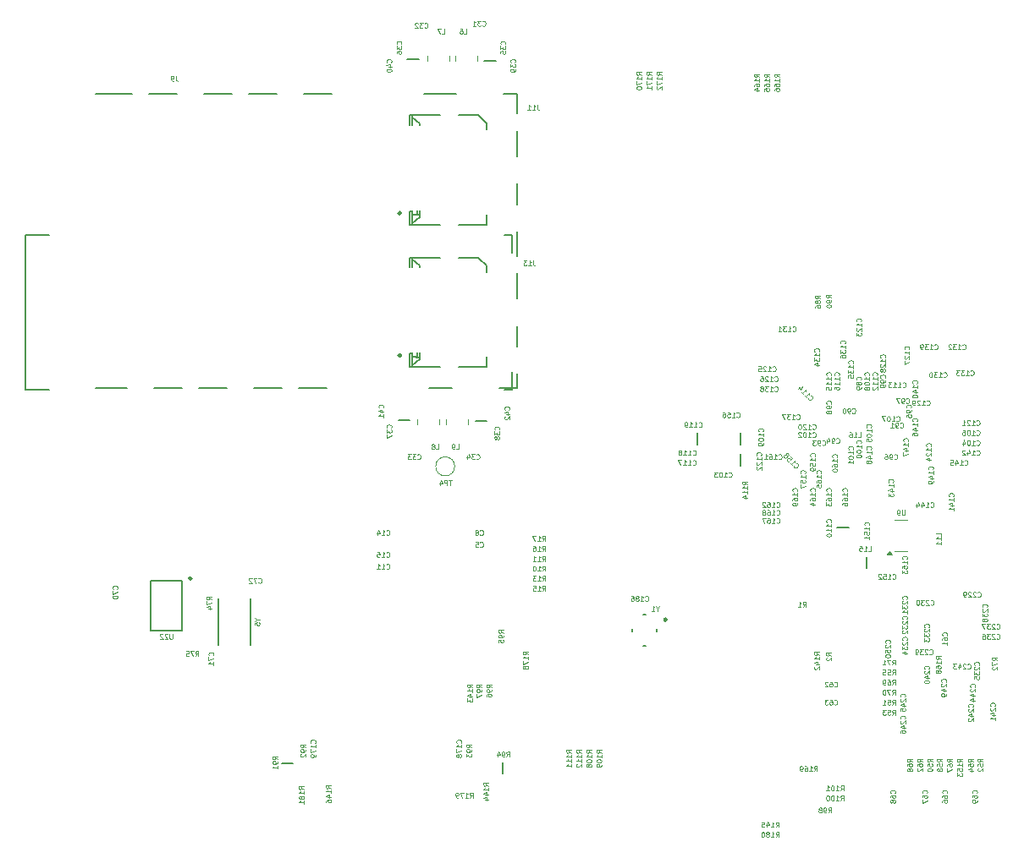
<source format=gbr>
%TF.GenerationSoftware,KiCad,Pcbnew,9.0.1*%
%TF.CreationDate,2025-05-15T18:24:47+02:00*%
%TF.ProjectId,Marble_Tiny,4d617262-6c65-45f5-9469-6e792e6b6963,rev?*%
%TF.SameCoordinates,Original*%
%TF.FileFunction,Legend,Bot*%
%TF.FilePolarity,Positive*%
%FSLAX46Y46*%
G04 Gerber Fmt 4.6, Leading zero omitted, Abs format (unit mm)*
G04 Created by KiCad (PCBNEW 9.0.1) date 2025-05-15 18:24:47*
%MOMM*%
%LPD*%
G01*
G04 APERTURE LIST*
%ADD10C,0.100000*%
%ADD11C,0.200000*%
%ADD12C,0.120000*%
%ADD13C,0.250000*%
%ADD14C,0.127000*%
G04 APERTURE END LIST*
D10*
X173359523Y-99778490D02*
X173383332Y-99802300D01*
X173383332Y-99802300D02*
X173454761Y-99826109D01*
X173454761Y-99826109D02*
X173502380Y-99826109D01*
X173502380Y-99826109D02*
X173573808Y-99802300D01*
X173573808Y-99802300D02*
X173621427Y-99754680D01*
X173621427Y-99754680D02*
X173645237Y-99707061D01*
X173645237Y-99707061D02*
X173669046Y-99611823D01*
X173669046Y-99611823D02*
X173669046Y-99540395D01*
X173669046Y-99540395D02*
X173645237Y-99445157D01*
X173645237Y-99445157D02*
X173621427Y-99397538D01*
X173621427Y-99397538D02*
X173573808Y-99349919D01*
X173573808Y-99349919D02*
X173502380Y-99326109D01*
X173502380Y-99326109D02*
X173454761Y-99326109D01*
X173454761Y-99326109D02*
X173383332Y-99349919D01*
X173383332Y-99349919D02*
X173359523Y-99373728D01*
X172883332Y-99826109D02*
X173169046Y-99826109D01*
X173026189Y-99826109D02*
X173026189Y-99326109D01*
X173026189Y-99326109D02*
X173073808Y-99397538D01*
X173073808Y-99397538D02*
X173121427Y-99445157D01*
X173121427Y-99445157D02*
X173169046Y-99468966D01*
X172573809Y-99326109D02*
X172526190Y-99326109D01*
X172526190Y-99326109D02*
X172478571Y-99349919D01*
X172478571Y-99349919D02*
X172454761Y-99373728D01*
X172454761Y-99373728D02*
X172430952Y-99421347D01*
X172430952Y-99421347D02*
X172407142Y-99516585D01*
X172407142Y-99516585D02*
X172407142Y-99635633D01*
X172407142Y-99635633D02*
X172430952Y-99730871D01*
X172430952Y-99730871D02*
X172454761Y-99778490D01*
X172454761Y-99778490D02*
X172478571Y-99802300D01*
X172478571Y-99802300D02*
X172526190Y-99826109D01*
X172526190Y-99826109D02*
X172573809Y-99826109D01*
X172573809Y-99826109D02*
X172621428Y-99802300D01*
X172621428Y-99802300D02*
X172645237Y-99778490D01*
X172645237Y-99778490D02*
X172669047Y-99730871D01*
X172669047Y-99730871D02*
X172692856Y-99635633D01*
X172692856Y-99635633D02*
X172692856Y-99516585D01*
X172692856Y-99516585D02*
X172669047Y-99421347D01*
X172669047Y-99421347D02*
X172645237Y-99373728D01*
X172645237Y-99373728D02*
X172621428Y-99349919D01*
X172621428Y-99349919D02*
X172573809Y-99326109D01*
X172240476Y-99326109D02*
X171930952Y-99326109D01*
X171930952Y-99326109D02*
X172097619Y-99516585D01*
X172097619Y-99516585D02*
X172026190Y-99516585D01*
X172026190Y-99516585D02*
X171978571Y-99540395D01*
X171978571Y-99540395D02*
X171954762Y-99564204D01*
X171954762Y-99564204D02*
X171930952Y-99611823D01*
X171930952Y-99611823D02*
X171930952Y-99730871D01*
X171930952Y-99730871D02*
X171954762Y-99778490D01*
X171954762Y-99778490D02*
X171978571Y-99802300D01*
X171978571Y-99802300D02*
X172026190Y-99826109D01*
X172026190Y-99826109D02*
X172169047Y-99826109D01*
X172169047Y-99826109D02*
X172216666Y-99802300D01*
X172216666Y-99802300D02*
X172240476Y-99778490D01*
X142921428Y-54778490D02*
X142945237Y-54802300D01*
X142945237Y-54802300D02*
X143016666Y-54826109D01*
X143016666Y-54826109D02*
X143064285Y-54826109D01*
X143064285Y-54826109D02*
X143135713Y-54802300D01*
X143135713Y-54802300D02*
X143183332Y-54754680D01*
X143183332Y-54754680D02*
X143207142Y-54707061D01*
X143207142Y-54707061D02*
X143230951Y-54611823D01*
X143230951Y-54611823D02*
X143230951Y-54540395D01*
X143230951Y-54540395D02*
X143207142Y-54445157D01*
X143207142Y-54445157D02*
X143183332Y-54397538D01*
X143183332Y-54397538D02*
X143135713Y-54349919D01*
X143135713Y-54349919D02*
X143064285Y-54326109D01*
X143064285Y-54326109D02*
X143016666Y-54326109D01*
X143016666Y-54326109D02*
X142945237Y-54349919D01*
X142945237Y-54349919D02*
X142921428Y-54373728D01*
X142754761Y-54326109D02*
X142445237Y-54326109D01*
X142445237Y-54326109D02*
X142611904Y-54516585D01*
X142611904Y-54516585D02*
X142540475Y-54516585D01*
X142540475Y-54516585D02*
X142492856Y-54540395D01*
X142492856Y-54540395D02*
X142469047Y-54564204D01*
X142469047Y-54564204D02*
X142445237Y-54611823D01*
X142445237Y-54611823D02*
X142445237Y-54730871D01*
X142445237Y-54730871D02*
X142469047Y-54778490D01*
X142469047Y-54778490D02*
X142492856Y-54802300D01*
X142492856Y-54802300D02*
X142540475Y-54826109D01*
X142540475Y-54826109D02*
X142683332Y-54826109D01*
X142683332Y-54826109D02*
X142730951Y-54802300D01*
X142730951Y-54802300D02*
X142754761Y-54778490D01*
X142254761Y-54373728D02*
X142230952Y-54349919D01*
X142230952Y-54349919D02*
X142183333Y-54326109D01*
X142183333Y-54326109D02*
X142064285Y-54326109D01*
X142064285Y-54326109D02*
X142016666Y-54349919D01*
X142016666Y-54349919D02*
X141992857Y-54373728D01*
X141992857Y-54373728D02*
X141969047Y-54421347D01*
X141969047Y-54421347D02*
X141969047Y-54468966D01*
X141969047Y-54468966D02*
X141992857Y-54540395D01*
X141992857Y-54540395D02*
X142278571Y-54826109D01*
X142278571Y-54826109D02*
X141969047Y-54826109D01*
X178059523Y-135876109D02*
X178226189Y-135638014D01*
X178345237Y-135876109D02*
X178345237Y-135376109D01*
X178345237Y-135376109D02*
X178154761Y-135376109D01*
X178154761Y-135376109D02*
X178107142Y-135399919D01*
X178107142Y-135399919D02*
X178083332Y-135423728D01*
X178083332Y-135423728D02*
X178059523Y-135471347D01*
X178059523Y-135471347D02*
X178059523Y-135542776D01*
X178059523Y-135542776D02*
X178083332Y-135590395D01*
X178083332Y-135590395D02*
X178107142Y-135614204D01*
X178107142Y-135614204D02*
X178154761Y-135638014D01*
X178154761Y-135638014D02*
X178345237Y-135638014D01*
X177583332Y-135876109D02*
X177869046Y-135876109D01*
X177726189Y-135876109D02*
X177726189Y-135376109D01*
X177726189Y-135376109D02*
X177773808Y-135447538D01*
X177773808Y-135447538D02*
X177821427Y-135495157D01*
X177821427Y-135495157D02*
X177869046Y-135518966D01*
X177297618Y-135590395D02*
X177345237Y-135566585D01*
X177345237Y-135566585D02*
X177369047Y-135542776D01*
X177369047Y-135542776D02*
X177392856Y-135495157D01*
X177392856Y-135495157D02*
X177392856Y-135471347D01*
X177392856Y-135471347D02*
X177369047Y-135423728D01*
X177369047Y-135423728D02*
X177345237Y-135399919D01*
X177345237Y-135399919D02*
X177297618Y-135376109D01*
X177297618Y-135376109D02*
X177202380Y-135376109D01*
X177202380Y-135376109D02*
X177154761Y-135399919D01*
X177154761Y-135399919D02*
X177130952Y-135423728D01*
X177130952Y-135423728D02*
X177107142Y-135471347D01*
X177107142Y-135471347D02*
X177107142Y-135495157D01*
X177107142Y-135495157D02*
X177130952Y-135542776D01*
X177130952Y-135542776D02*
X177154761Y-135566585D01*
X177154761Y-135566585D02*
X177202380Y-135590395D01*
X177202380Y-135590395D02*
X177297618Y-135590395D01*
X177297618Y-135590395D02*
X177345237Y-135614204D01*
X177345237Y-135614204D02*
X177369047Y-135638014D01*
X177369047Y-135638014D02*
X177392856Y-135685633D01*
X177392856Y-135685633D02*
X177392856Y-135780871D01*
X177392856Y-135780871D02*
X177369047Y-135828490D01*
X177369047Y-135828490D02*
X177345237Y-135852300D01*
X177345237Y-135852300D02*
X177297618Y-135876109D01*
X177297618Y-135876109D02*
X177202380Y-135876109D01*
X177202380Y-135876109D02*
X177154761Y-135852300D01*
X177154761Y-135852300D02*
X177130952Y-135828490D01*
X177130952Y-135828490D02*
X177107142Y-135780871D01*
X177107142Y-135780871D02*
X177107142Y-135685633D01*
X177107142Y-135685633D02*
X177130952Y-135638014D01*
X177130952Y-135638014D02*
X177154761Y-135614204D01*
X177154761Y-135614204D02*
X177202380Y-135590395D01*
X176797619Y-135376109D02*
X176750000Y-135376109D01*
X176750000Y-135376109D02*
X176702381Y-135399919D01*
X176702381Y-135399919D02*
X176678571Y-135423728D01*
X176678571Y-135423728D02*
X176654762Y-135471347D01*
X176654762Y-135471347D02*
X176630952Y-135566585D01*
X176630952Y-135566585D02*
X176630952Y-135685633D01*
X176630952Y-135685633D02*
X176654762Y-135780871D01*
X176654762Y-135780871D02*
X176678571Y-135828490D01*
X176678571Y-135828490D02*
X176702381Y-135852300D01*
X176702381Y-135852300D02*
X176750000Y-135876109D01*
X176750000Y-135876109D02*
X176797619Y-135876109D01*
X176797619Y-135876109D02*
X176845238Y-135852300D01*
X176845238Y-135852300D02*
X176869047Y-135828490D01*
X176869047Y-135828490D02*
X176892857Y-135780871D01*
X176892857Y-135780871D02*
X176916666Y-135685633D01*
X176916666Y-135685633D02*
X176916666Y-135566585D01*
X176916666Y-135566585D02*
X176892857Y-135471347D01*
X176892857Y-135471347D02*
X176869047Y-135423728D01*
X176869047Y-135423728D02*
X176845238Y-135399919D01*
X176845238Y-135399919D02*
X176797619Y-135376109D01*
X191578490Y-92878571D02*
X191602300Y-92854762D01*
X191602300Y-92854762D02*
X191626109Y-92783333D01*
X191626109Y-92783333D02*
X191626109Y-92735714D01*
X191626109Y-92735714D02*
X191602300Y-92664286D01*
X191602300Y-92664286D02*
X191554680Y-92616667D01*
X191554680Y-92616667D02*
X191507061Y-92592857D01*
X191507061Y-92592857D02*
X191411823Y-92569048D01*
X191411823Y-92569048D02*
X191340395Y-92569048D01*
X191340395Y-92569048D02*
X191245157Y-92592857D01*
X191245157Y-92592857D02*
X191197538Y-92616667D01*
X191197538Y-92616667D02*
X191149919Y-92664286D01*
X191149919Y-92664286D02*
X191126109Y-92735714D01*
X191126109Y-92735714D02*
X191126109Y-92783333D01*
X191126109Y-92783333D02*
X191149919Y-92854762D01*
X191149919Y-92854762D02*
X191173728Y-92878571D01*
X191626109Y-93116667D02*
X191626109Y-93211905D01*
X191626109Y-93211905D02*
X191602300Y-93259524D01*
X191602300Y-93259524D02*
X191578490Y-93283333D01*
X191578490Y-93283333D02*
X191507061Y-93330952D01*
X191507061Y-93330952D02*
X191411823Y-93354762D01*
X191411823Y-93354762D02*
X191221347Y-93354762D01*
X191221347Y-93354762D02*
X191173728Y-93330952D01*
X191173728Y-93330952D02*
X191149919Y-93307143D01*
X191149919Y-93307143D02*
X191126109Y-93259524D01*
X191126109Y-93259524D02*
X191126109Y-93164286D01*
X191126109Y-93164286D02*
X191149919Y-93116667D01*
X191149919Y-93116667D02*
X191173728Y-93092857D01*
X191173728Y-93092857D02*
X191221347Y-93069048D01*
X191221347Y-93069048D02*
X191340395Y-93069048D01*
X191340395Y-93069048D02*
X191388014Y-93092857D01*
X191388014Y-93092857D02*
X191411823Y-93116667D01*
X191411823Y-93116667D02*
X191435633Y-93164286D01*
X191435633Y-93164286D02*
X191435633Y-93259524D01*
X191435633Y-93259524D02*
X191411823Y-93307143D01*
X191411823Y-93307143D02*
X191388014Y-93330952D01*
X191388014Y-93330952D02*
X191340395Y-93354762D01*
X191126109Y-93807142D02*
X191126109Y-93569047D01*
X191126109Y-93569047D02*
X191364204Y-93545238D01*
X191364204Y-93545238D02*
X191340395Y-93569047D01*
X191340395Y-93569047D02*
X191316585Y-93616666D01*
X191316585Y-93616666D02*
X191316585Y-93735714D01*
X191316585Y-93735714D02*
X191340395Y-93783333D01*
X191340395Y-93783333D02*
X191364204Y-93807142D01*
X191364204Y-93807142D02*
X191411823Y-93830952D01*
X191411823Y-93830952D02*
X191530871Y-93830952D01*
X191530871Y-93830952D02*
X191578490Y-93807142D01*
X191578490Y-93807142D02*
X191602300Y-93783333D01*
X191602300Y-93783333D02*
X191626109Y-93735714D01*
X191626109Y-93735714D02*
X191626109Y-93616666D01*
X191626109Y-93616666D02*
X191602300Y-93569047D01*
X191602300Y-93569047D02*
X191578490Y-93545238D01*
X176578490Y-97640476D02*
X176602300Y-97616667D01*
X176602300Y-97616667D02*
X176626109Y-97545238D01*
X176626109Y-97545238D02*
X176626109Y-97497619D01*
X176626109Y-97497619D02*
X176602300Y-97426191D01*
X176602300Y-97426191D02*
X176554680Y-97378572D01*
X176554680Y-97378572D02*
X176507061Y-97354762D01*
X176507061Y-97354762D02*
X176411823Y-97330953D01*
X176411823Y-97330953D02*
X176340395Y-97330953D01*
X176340395Y-97330953D02*
X176245157Y-97354762D01*
X176245157Y-97354762D02*
X176197538Y-97378572D01*
X176197538Y-97378572D02*
X176149919Y-97426191D01*
X176149919Y-97426191D02*
X176126109Y-97497619D01*
X176126109Y-97497619D02*
X176126109Y-97545238D01*
X176126109Y-97545238D02*
X176149919Y-97616667D01*
X176149919Y-97616667D02*
X176173728Y-97640476D01*
X176626109Y-98116667D02*
X176626109Y-97830953D01*
X176626109Y-97973810D02*
X176126109Y-97973810D01*
X176126109Y-97973810D02*
X176197538Y-97926191D01*
X176197538Y-97926191D02*
X176245157Y-97878572D01*
X176245157Y-97878572D02*
X176268966Y-97830953D01*
X176173728Y-98307143D02*
X176149919Y-98330952D01*
X176149919Y-98330952D02*
X176126109Y-98378571D01*
X176126109Y-98378571D02*
X176126109Y-98497619D01*
X176126109Y-98497619D02*
X176149919Y-98545238D01*
X176149919Y-98545238D02*
X176173728Y-98569047D01*
X176173728Y-98569047D02*
X176221347Y-98592857D01*
X176221347Y-98592857D02*
X176268966Y-98592857D01*
X176268966Y-98592857D02*
X176340395Y-98569047D01*
X176340395Y-98569047D02*
X176626109Y-98283333D01*
X176626109Y-98283333D02*
X176626109Y-98592857D01*
X176173728Y-98783333D02*
X176149919Y-98807142D01*
X176149919Y-98807142D02*
X176126109Y-98854761D01*
X176126109Y-98854761D02*
X176126109Y-98973809D01*
X176126109Y-98973809D02*
X176149919Y-99021428D01*
X176149919Y-99021428D02*
X176173728Y-99045237D01*
X176173728Y-99045237D02*
X176221347Y-99069047D01*
X176221347Y-99069047D02*
X176268966Y-99069047D01*
X176268966Y-99069047D02*
X176340395Y-99045237D01*
X176340395Y-99045237D02*
X176626109Y-98759523D01*
X176626109Y-98759523D02*
X176626109Y-99069047D01*
X193378490Y-119040476D02*
X193402300Y-119016667D01*
X193402300Y-119016667D02*
X193426109Y-118945238D01*
X193426109Y-118945238D02*
X193426109Y-118897619D01*
X193426109Y-118897619D02*
X193402300Y-118826191D01*
X193402300Y-118826191D02*
X193354680Y-118778572D01*
X193354680Y-118778572D02*
X193307061Y-118754762D01*
X193307061Y-118754762D02*
X193211823Y-118730953D01*
X193211823Y-118730953D02*
X193140395Y-118730953D01*
X193140395Y-118730953D02*
X193045157Y-118754762D01*
X193045157Y-118754762D02*
X192997538Y-118778572D01*
X192997538Y-118778572D02*
X192949919Y-118826191D01*
X192949919Y-118826191D02*
X192926109Y-118897619D01*
X192926109Y-118897619D02*
X192926109Y-118945238D01*
X192926109Y-118945238D02*
X192949919Y-119016667D01*
X192949919Y-119016667D02*
X192973728Y-119040476D01*
X192973728Y-119230953D02*
X192949919Y-119254762D01*
X192949919Y-119254762D02*
X192926109Y-119302381D01*
X192926109Y-119302381D02*
X192926109Y-119421429D01*
X192926109Y-119421429D02*
X192949919Y-119469048D01*
X192949919Y-119469048D02*
X192973728Y-119492857D01*
X192973728Y-119492857D02*
X193021347Y-119516667D01*
X193021347Y-119516667D02*
X193068966Y-119516667D01*
X193068966Y-119516667D02*
X193140395Y-119492857D01*
X193140395Y-119492857D02*
X193426109Y-119207143D01*
X193426109Y-119207143D02*
X193426109Y-119516667D01*
X193092776Y-119945238D02*
X193426109Y-119945238D01*
X192902300Y-119826190D02*
X193259442Y-119707143D01*
X193259442Y-119707143D02*
X193259442Y-120016666D01*
X192926109Y-120302380D02*
X192926109Y-120349999D01*
X192926109Y-120349999D02*
X192949919Y-120397618D01*
X192949919Y-120397618D02*
X192973728Y-120421428D01*
X192973728Y-120421428D02*
X193021347Y-120445237D01*
X193021347Y-120445237D02*
X193116585Y-120469047D01*
X193116585Y-120469047D02*
X193235633Y-120469047D01*
X193235633Y-120469047D02*
X193330871Y-120445237D01*
X193330871Y-120445237D02*
X193378490Y-120421428D01*
X193378490Y-120421428D02*
X193402300Y-120397618D01*
X193402300Y-120397618D02*
X193426109Y-120349999D01*
X193426109Y-120349999D02*
X193426109Y-120302380D01*
X193426109Y-120302380D02*
X193402300Y-120254761D01*
X193402300Y-120254761D02*
X193378490Y-120230952D01*
X193378490Y-120230952D02*
X193330871Y-120207142D01*
X193330871Y-120207142D02*
X193235633Y-120183333D01*
X193235633Y-120183333D02*
X193116585Y-120183333D01*
X193116585Y-120183333D02*
X193021347Y-120207142D01*
X193021347Y-120207142D02*
X192973728Y-120230952D01*
X192973728Y-120230952D02*
X192949919Y-120254761D01*
X192949919Y-120254761D02*
X192926109Y-120302380D01*
X187378490Y-89640476D02*
X187402300Y-89616667D01*
X187402300Y-89616667D02*
X187426109Y-89545238D01*
X187426109Y-89545238D02*
X187426109Y-89497619D01*
X187426109Y-89497619D02*
X187402300Y-89426191D01*
X187402300Y-89426191D02*
X187354680Y-89378572D01*
X187354680Y-89378572D02*
X187307061Y-89354762D01*
X187307061Y-89354762D02*
X187211823Y-89330953D01*
X187211823Y-89330953D02*
X187140395Y-89330953D01*
X187140395Y-89330953D02*
X187045157Y-89354762D01*
X187045157Y-89354762D02*
X186997538Y-89378572D01*
X186997538Y-89378572D02*
X186949919Y-89426191D01*
X186949919Y-89426191D02*
X186926109Y-89497619D01*
X186926109Y-89497619D02*
X186926109Y-89545238D01*
X186926109Y-89545238D02*
X186949919Y-89616667D01*
X186949919Y-89616667D02*
X186973728Y-89640476D01*
X187426109Y-90116667D02*
X187426109Y-89830953D01*
X187426109Y-89973810D02*
X186926109Y-89973810D01*
X186926109Y-89973810D02*
X186997538Y-89926191D01*
X186997538Y-89926191D02*
X187045157Y-89878572D01*
X187045157Y-89878572D02*
X187068966Y-89830953D01*
X186926109Y-90426190D02*
X186926109Y-90473809D01*
X186926109Y-90473809D02*
X186949919Y-90521428D01*
X186949919Y-90521428D02*
X186973728Y-90545238D01*
X186973728Y-90545238D02*
X187021347Y-90569047D01*
X187021347Y-90569047D02*
X187116585Y-90592857D01*
X187116585Y-90592857D02*
X187235633Y-90592857D01*
X187235633Y-90592857D02*
X187330871Y-90569047D01*
X187330871Y-90569047D02*
X187378490Y-90545238D01*
X187378490Y-90545238D02*
X187402300Y-90521428D01*
X187402300Y-90521428D02*
X187426109Y-90473809D01*
X187426109Y-90473809D02*
X187426109Y-90426190D01*
X187426109Y-90426190D02*
X187402300Y-90378571D01*
X187402300Y-90378571D02*
X187378490Y-90354762D01*
X187378490Y-90354762D02*
X187330871Y-90330952D01*
X187330871Y-90330952D02*
X187235633Y-90307143D01*
X187235633Y-90307143D02*
X187116585Y-90307143D01*
X187116585Y-90307143D02*
X187021347Y-90330952D01*
X187021347Y-90330952D02*
X186973728Y-90354762D01*
X186973728Y-90354762D02*
X186949919Y-90378571D01*
X186949919Y-90378571D02*
X186926109Y-90426190D01*
X187140395Y-90878571D02*
X187116585Y-90830952D01*
X187116585Y-90830952D02*
X187092776Y-90807142D01*
X187092776Y-90807142D02*
X187045157Y-90783333D01*
X187045157Y-90783333D02*
X187021347Y-90783333D01*
X187021347Y-90783333D02*
X186973728Y-90807142D01*
X186973728Y-90807142D02*
X186949919Y-90830952D01*
X186949919Y-90830952D02*
X186926109Y-90878571D01*
X186926109Y-90878571D02*
X186926109Y-90973809D01*
X186926109Y-90973809D02*
X186949919Y-91021428D01*
X186949919Y-91021428D02*
X186973728Y-91045237D01*
X186973728Y-91045237D02*
X187021347Y-91069047D01*
X187021347Y-91069047D02*
X187045157Y-91069047D01*
X187045157Y-91069047D02*
X187092776Y-91045237D01*
X187092776Y-91045237D02*
X187116585Y-91021428D01*
X187116585Y-91021428D02*
X187140395Y-90973809D01*
X187140395Y-90973809D02*
X187140395Y-90878571D01*
X187140395Y-90878571D02*
X187164204Y-90830952D01*
X187164204Y-90830952D02*
X187188014Y-90807142D01*
X187188014Y-90807142D02*
X187235633Y-90783333D01*
X187235633Y-90783333D02*
X187330871Y-90783333D01*
X187330871Y-90783333D02*
X187378490Y-90807142D01*
X187378490Y-90807142D02*
X187402300Y-90830952D01*
X187402300Y-90830952D02*
X187426109Y-90878571D01*
X187426109Y-90878571D02*
X187426109Y-90973809D01*
X187426109Y-90973809D02*
X187402300Y-91021428D01*
X187402300Y-91021428D02*
X187378490Y-91045237D01*
X187378490Y-91045237D02*
X187330871Y-91069047D01*
X187330871Y-91069047D02*
X187235633Y-91069047D01*
X187235633Y-91069047D02*
X187188014Y-91045237D01*
X187188014Y-91045237D02*
X187164204Y-91021428D01*
X187164204Y-91021428D02*
X187140395Y-90973809D01*
X177959523Y-90178490D02*
X177983332Y-90202300D01*
X177983332Y-90202300D02*
X178054761Y-90226109D01*
X178054761Y-90226109D02*
X178102380Y-90226109D01*
X178102380Y-90226109D02*
X178173808Y-90202300D01*
X178173808Y-90202300D02*
X178221427Y-90154680D01*
X178221427Y-90154680D02*
X178245237Y-90107061D01*
X178245237Y-90107061D02*
X178269046Y-90011823D01*
X178269046Y-90011823D02*
X178269046Y-89940395D01*
X178269046Y-89940395D02*
X178245237Y-89845157D01*
X178245237Y-89845157D02*
X178221427Y-89797538D01*
X178221427Y-89797538D02*
X178173808Y-89749919D01*
X178173808Y-89749919D02*
X178102380Y-89726109D01*
X178102380Y-89726109D02*
X178054761Y-89726109D01*
X178054761Y-89726109D02*
X177983332Y-89749919D01*
X177983332Y-89749919D02*
X177959523Y-89773728D01*
X177483332Y-90226109D02*
X177769046Y-90226109D01*
X177626189Y-90226109D02*
X177626189Y-89726109D01*
X177626189Y-89726109D02*
X177673808Y-89797538D01*
X177673808Y-89797538D02*
X177721427Y-89845157D01*
X177721427Y-89845157D02*
X177769046Y-89868966D01*
X177292856Y-89773728D02*
X177269047Y-89749919D01*
X177269047Y-89749919D02*
X177221428Y-89726109D01*
X177221428Y-89726109D02*
X177102380Y-89726109D01*
X177102380Y-89726109D02*
X177054761Y-89749919D01*
X177054761Y-89749919D02*
X177030952Y-89773728D01*
X177030952Y-89773728D02*
X177007142Y-89821347D01*
X177007142Y-89821347D02*
X177007142Y-89868966D01*
X177007142Y-89868966D02*
X177030952Y-89940395D01*
X177030952Y-89940395D02*
X177316666Y-90226109D01*
X177316666Y-90226109D02*
X177007142Y-90226109D01*
X176578571Y-89726109D02*
X176673809Y-89726109D01*
X176673809Y-89726109D02*
X176721428Y-89749919D01*
X176721428Y-89749919D02*
X176745238Y-89773728D01*
X176745238Y-89773728D02*
X176792857Y-89845157D01*
X176792857Y-89845157D02*
X176816666Y-89940395D01*
X176816666Y-89940395D02*
X176816666Y-90130871D01*
X176816666Y-90130871D02*
X176792857Y-90178490D01*
X176792857Y-90178490D02*
X176769047Y-90202300D01*
X176769047Y-90202300D02*
X176721428Y-90226109D01*
X176721428Y-90226109D02*
X176626190Y-90226109D01*
X176626190Y-90226109D02*
X176578571Y-90202300D01*
X176578571Y-90202300D02*
X176554762Y-90178490D01*
X176554762Y-90178490D02*
X176530952Y-90130871D01*
X176530952Y-90130871D02*
X176530952Y-90011823D01*
X176530952Y-90011823D02*
X176554762Y-89964204D01*
X176554762Y-89964204D02*
X176578571Y-89940395D01*
X176578571Y-89940395D02*
X176626190Y-89916585D01*
X176626190Y-89916585D02*
X176721428Y-89916585D01*
X176721428Y-89916585D02*
X176769047Y-89940395D01*
X176769047Y-89940395D02*
X176792857Y-89964204D01*
X176792857Y-89964204D02*
X176816666Y-90011823D01*
X150378490Y-95078571D02*
X150402300Y-95054762D01*
X150402300Y-95054762D02*
X150426109Y-94983333D01*
X150426109Y-94983333D02*
X150426109Y-94935714D01*
X150426109Y-94935714D02*
X150402300Y-94864286D01*
X150402300Y-94864286D02*
X150354680Y-94816667D01*
X150354680Y-94816667D02*
X150307061Y-94792857D01*
X150307061Y-94792857D02*
X150211823Y-94769048D01*
X150211823Y-94769048D02*
X150140395Y-94769048D01*
X150140395Y-94769048D02*
X150045157Y-94792857D01*
X150045157Y-94792857D02*
X149997538Y-94816667D01*
X149997538Y-94816667D02*
X149949919Y-94864286D01*
X149949919Y-94864286D02*
X149926109Y-94935714D01*
X149926109Y-94935714D02*
X149926109Y-94983333D01*
X149926109Y-94983333D02*
X149949919Y-95054762D01*
X149949919Y-95054762D02*
X149973728Y-95078571D01*
X149926109Y-95245238D02*
X149926109Y-95554762D01*
X149926109Y-95554762D02*
X150116585Y-95388095D01*
X150116585Y-95388095D02*
X150116585Y-95459524D01*
X150116585Y-95459524D02*
X150140395Y-95507143D01*
X150140395Y-95507143D02*
X150164204Y-95530952D01*
X150164204Y-95530952D02*
X150211823Y-95554762D01*
X150211823Y-95554762D02*
X150330871Y-95554762D01*
X150330871Y-95554762D02*
X150378490Y-95530952D01*
X150378490Y-95530952D02*
X150402300Y-95507143D01*
X150402300Y-95507143D02*
X150426109Y-95459524D01*
X150426109Y-95459524D02*
X150426109Y-95316667D01*
X150426109Y-95316667D02*
X150402300Y-95269048D01*
X150402300Y-95269048D02*
X150378490Y-95245238D01*
X150140395Y-95840476D02*
X150116585Y-95792857D01*
X150116585Y-95792857D02*
X150092776Y-95769047D01*
X150092776Y-95769047D02*
X150045157Y-95745238D01*
X150045157Y-95745238D02*
X150021347Y-95745238D01*
X150021347Y-95745238D02*
X149973728Y-95769047D01*
X149973728Y-95769047D02*
X149949919Y-95792857D01*
X149949919Y-95792857D02*
X149926109Y-95840476D01*
X149926109Y-95840476D02*
X149926109Y-95935714D01*
X149926109Y-95935714D02*
X149949919Y-95983333D01*
X149949919Y-95983333D02*
X149973728Y-96007142D01*
X149973728Y-96007142D02*
X150021347Y-96030952D01*
X150021347Y-96030952D02*
X150045157Y-96030952D01*
X150045157Y-96030952D02*
X150092776Y-96007142D01*
X150092776Y-96007142D02*
X150116585Y-95983333D01*
X150116585Y-95983333D02*
X150140395Y-95935714D01*
X150140395Y-95935714D02*
X150140395Y-95840476D01*
X150140395Y-95840476D02*
X150164204Y-95792857D01*
X150164204Y-95792857D02*
X150188014Y-95769047D01*
X150188014Y-95769047D02*
X150235633Y-95745238D01*
X150235633Y-95745238D02*
X150330871Y-95745238D01*
X150330871Y-95745238D02*
X150378490Y-95769047D01*
X150378490Y-95769047D02*
X150402300Y-95792857D01*
X150402300Y-95792857D02*
X150426109Y-95840476D01*
X150426109Y-95840476D02*
X150426109Y-95935714D01*
X150426109Y-95935714D02*
X150402300Y-95983333D01*
X150402300Y-95983333D02*
X150378490Y-96007142D01*
X150378490Y-96007142D02*
X150330871Y-96030952D01*
X150330871Y-96030952D02*
X150235633Y-96030952D01*
X150235633Y-96030952D02*
X150188014Y-96007142D01*
X150188014Y-96007142D02*
X150164204Y-95983333D01*
X150164204Y-95983333D02*
X150140395Y-95935714D01*
X190978490Y-121840476D02*
X191002300Y-121816667D01*
X191002300Y-121816667D02*
X191026109Y-121745238D01*
X191026109Y-121745238D02*
X191026109Y-121697619D01*
X191026109Y-121697619D02*
X191002300Y-121626191D01*
X191002300Y-121626191D02*
X190954680Y-121578572D01*
X190954680Y-121578572D02*
X190907061Y-121554762D01*
X190907061Y-121554762D02*
X190811823Y-121530953D01*
X190811823Y-121530953D02*
X190740395Y-121530953D01*
X190740395Y-121530953D02*
X190645157Y-121554762D01*
X190645157Y-121554762D02*
X190597538Y-121578572D01*
X190597538Y-121578572D02*
X190549919Y-121626191D01*
X190549919Y-121626191D02*
X190526109Y-121697619D01*
X190526109Y-121697619D02*
X190526109Y-121745238D01*
X190526109Y-121745238D02*
X190549919Y-121816667D01*
X190549919Y-121816667D02*
X190573728Y-121840476D01*
X190573728Y-122030953D02*
X190549919Y-122054762D01*
X190549919Y-122054762D02*
X190526109Y-122102381D01*
X190526109Y-122102381D02*
X190526109Y-122221429D01*
X190526109Y-122221429D02*
X190549919Y-122269048D01*
X190549919Y-122269048D02*
X190573728Y-122292857D01*
X190573728Y-122292857D02*
X190621347Y-122316667D01*
X190621347Y-122316667D02*
X190668966Y-122316667D01*
X190668966Y-122316667D02*
X190740395Y-122292857D01*
X190740395Y-122292857D02*
X191026109Y-122007143D01*
X191026109Y-122007143D02*
X191026109Y-122316667D01*
X190692776Y-122745238D02*
X191026109Y-122745238D01*
X190502300Y-122626190D02*
X190859442Y-122507143D01*
X190859442Y-122507143D02*
X190859442Y-122816666D01*
X190526109Y-123245237D02*
X190526109Y-123007142D01*
X190526109Y-123007142D02*
X190764204Y-122983333D01*
X190764204Y-122983333D02*
X190740395Y-123007142D01*
X190740395Y-123007142D02*
X190716585Y-123054761D01*
X190716585Y-123054761D02*
X190716585Y-123173809D01*
X190716585Y-123173809D02*
X190740395Y-123221428D01*
X190740395Y-123221428D02*
X190764204Y-123245237D01*
X190764204Y-123245237D02*
X190811823Y-123269047D01*
X190811823Y-123269047D02*
X190930871Y-123269047D01*
X190930871Y-123269047D02*
X190978490Y-123245237D01*
X190978490Y-123245237D02*
X191002300Y-123221428D01*
X191002300Y-123221428D02*
X191026109Y-123173809D01*
X191026109Y-123173809D02*
X191026109Y-123054761D01*
X191026109Y-123054761D02*
X191002300Y-123007142D01*
X191002300Y-123007142D02*
X190978490Y-122983333D01*
X183921428Y-122578490D02*
X183945237Y-122602300D01*
X183945237Y-122602300D02*
X184016666Y-122626109D01*
X184016666Y-122626109D02*
X184064285Y-122626109D01*
X184064285Y-122626109D02*
X184135713Y-122602300D01*
X184135713Y-122602300D02*
X184183332Y-122554680D01*
X184183332Y-122554680D02*
X184207142Y-122507061D01*
X184207142Y-122507061D02*
X184230951Y-122411823D01*
X184230951Y-122411823D02*
X184230951Y-122340395D01*
X184230951Y-122340395D02*
X184207142Y-122245157D01*
X184207142Y-122245157D02*
X184183332Y-122197538D01*
X184183332Y-122197538D02*
X184135713Y-122149919D01*
X184135713Y-122149919D02*
X184064285Y-122126109D01*
X184064285Y-122126109D02*
X184016666Y-122126109D01*
X184016666Y-122126109D02*
X183945237Y-122149919D01*
X183945237Y-122149919D02*
X183921428Y-122173728D01*
X183492856Y-122126109D02*
X183588094Y-122126109D01*
X183588094Y-122126109D02*
X183635713Y-122149919D01*
X183635713Y-122149919D02*
X183659523Y-122173728D01*
X183659523Y-122173728D02*
X183707142Y-122245157D01*
X183707142Y-122245157D02*
X183730951Y-122340395D01*
X183730951Y-122340395D02*
X183730951Y-122530871D01*
X183730951Y-122530871D02*
X183707142Y-122578490D01*
X183707142Y-122578490D02*
X183683332Y-122602300D01*
X183683332Y-122602300D02*
X183635713Y-122626109D01*
X183635713Y-122626109D02*
X183540475Y-122626109D01*
X183540475Y-122626109D02*
X183492856Y-122602300D01*
X183492856Y-122602300D02*
X183469047Y-122578490D01*
X183469047Y-122578490D02*
X183445237Y-122530871D01*
X183445237Y-122530871D02*
X183445237Y-122411823D01*
X183445237Y-122411823D02*
X183469047Y-122364204D01*
X183469047Y-122364204D02*
X183492856Y-122340395D01*
X183492856Y-122340395D02*
X183540475Y-122316585D01*
X183540475Y-122316585D02*
X183635713Y-122316585D01*
X183635713Y-122316585D02*
X183683332Y-122340395D01*
X183683332Y-122340395D02*
X183707142Y-122364204D01*
X183707142Y-122364204D02*
X183730951Y-122411823D01*
X183278571Y-122126109D02*
X182969047Y-122126109D01*
X182969047Y-122126109D02*
X183135714Y-122316585D01*
X183135714Y-122316585D02*
X183064285Y-122316585D01*
X183064285Y-122316585D02*
X183016666Y-122340395D01*
X183016666Y-122340395D02*
X182992857Y-122364204D01*
X182992857Y-122364204D02*
X182969047Y-122411823D01*
X182969047Y-122411823D02*
X182969047Y-122530871D01*
X182969047Y-122530871D02*
X182992857Y-122578490D01*
X182992857Y-122578490D02*
X183016666Y-122602300D01*
X183016666Y-122602300D02*
X183064285Y-122626109D01*
X183064285Y-122626109D02*
X183207142Y-122626109D01*
X183207142Y-122626109D02*
X183254761Y-122602300D01*
X183254761Y-122602300D02*
X183278571Y-122578490D01*
X148121428Y-97978490D02*
X148145237Y-98002300D01*
X148145237Y-98002300D02*
X148216666Y-98026109D01*
X148216666Y-98026109D02*
X148264285Y-98026109D01*
X148264285Y-98026109D02*
X148335713Y-98002300D01*
X148335713Y-98002300D02*
X148383332Y-97954680D01*
X148383332Y-97954680D02*
X148407142Y-97907061D01*
X148407142Y-97907061D02*
X148430951Y-97811823D01*
X148430951Y-97811823D02*
X148430951Y-97740395D01*
X148430951Y-97740395D02*
X148407142Y-97645157D01*
X148407142Y-97645157D02*
X148383332Y-97597538D01*
X148383332Y-97597538D02*
X148335713Y-97549919D01*
X148335713Y-97549919D02*
X148264285Y-97526109D01*
X148264285Y-97526109D02*
X148216666Y-97526109D01*
X148216666Y-97526109D02*
X148145237Y-97549919D01*
X148145237Y-97549919D02*
X148121428Y-97573728D01*
X147954761Y-97526109D02*
X147645237Y-97526109D01*
X147645237Y-97526109D02*
X147811904Y-97716585D01*
X147811904Y-97716585D02*
X147740475Y-97716585D01*
X147740475Y-97716585D02*
X147692856Y-97740395D01*
X147692856Y-97740395D02*
X147669047Y-97764204D01*
X147669047Y-97764204D02*
X147645237Y-97811823D01*
X147645237Y-97811823D02*
X147645237Y-97930871D01*
X147645237Y-97930871D02*
X147669047Y-97978490D01*
X147669047Y-97978490D02*
X147692856Y-98002300D01*
X147692856Y-98002300D02*
X147740475Y-98026109D01*
X147740475Y-98026109D02*
X147883332Y-98026109D01*
X147883332Y-98026109D02*
X147930951Y-98002300D01*
X147930951Y-98002300D02*
X147954761Y-97978490D01*
X147216666Y-97692776D02*
X147216666Y-98026109D01*
X147335714Y-97502300D02*
X147454761Y-97859442D01*
X147454761Y-97859442D02*
X147145238Y-97859442D01*
X195178490Y-131478571D02*
X195202300Y-131454762D01*
X195202300Y-131454762D02*
X195226109Y-131383333D01*
X195226109Y-131383333D02*
X195226109Y-131335714D01*
X195226109Y-131335714D02*
X195202300Y-131264286D01*
X195202300Y-131264286D02*
X195154680Y-131216667D01*
X195154680Y-131216667D02*
X195107061Y-131192857D01*
X195107061Y-131192857D02*
X195011823Y-131169048D01*
X195011823Y-131169048D02*
X194940395Y-131169048D01*
X194940395Y-131169048D02*
X194845157Y-131192857D01*
X194845157Y-131192857D02*
X194797538Y-131216667D01*
X194797538Y-131216667D02*
X194749919Y-131264286D01*
X194749919Y-131264286D02*
X194726109Y-131335714D01*
X194726109Y-131335714D02*
X194726109Y-131383333D01*
X194726109Y-131383333D02*
X194749919Y-131454762D01*
X194749919Y-131454762D02*
X194773728Y-131478571D01*
X194726109Y-131907143D02*
X194726109Y-131811905D01*
X194726109Y-131811905D02*
X194749919Y-131764286D01*
X194749919Y-131764286D02*
X194773728Y-131740476D01*
X194773728Y-131740476D02*
X194845157Y-131692857D01*
X194845157Y-131692857D02*
X194940395Y-131669048D01*
X194940395Y-131669048D02*
X195130871Y-131669048D01*
X195130871Y-131669048D02*
X195178490Y-131692857D01*
X195178490Y-131692857D02*
X195202300Y-131716667D01*
X195202300Y-131716667D02*
X195226109Y-131764286D01*
X195226109Y-131764286D02*
X195226109Y-131859524D01*
X195226109Y-131859524D02*
X195202300Y-131907143D01*
X195202300Y-131907143D02*
X195178490Y-131930952D01*
X195178490Y-131930952D02*
X195130871Y-131954762D01*
X195130871Y-131954762D02*
X195011823Y-131954762D01*
X195011823Y-131954762D02*
X194964204Y-131930952D01*
X194964204Y-131930952D02*
X194940395Y-131907143D01*
X194940395Y-131907143D02*
X194916585Y-131859524D01*
X194916585Y-131859524D02*
X194916585Y-131764286D01*
X194916585Y-131764286D02*
X194940395Y-131716667D01*
X194940395Y-131716667D02*
X194964204Y-131692857D01*
X194964204Y-131692857D02*
X195011823Y-131669048D01*
X194726109Y-132383333D02*
X194726109Y-132288095D01*
X194726109Y-132288095D02*
X194749919Y-132240476D01*
X194749919Y-132240476D02*
X194773728Y-132216666D01*
X194773728Y-132216666D02*
X194845157Y-132169047D01*
X194845157Y-132169047D02*
X194940395Y-132145238D01*
X194940395Y-132145238D02*
X195130871Y-132145238D01*
X195130871Y-132145238D02*
X195178490Y-132169047D01*
X195178490Y-132169047D02*
X195202300Y-132192857D01*
X195202300Y-132192857D02*
X195226109Y-132240476D01*
X195226109Y-132240476D02*
X195226109Y-132335714D01*
X195226109Y-132335714D02*
X195202300Y-132383333D01*
X195202300Y-132383333D02*
X195178490Y-132407142D01*
X195178490Y-132407142D02*
X195130871Y-132430952D01*
X195130871Y-132430952D02*
X195011823Y-132430952D01*
X195011823Y-132430952D02*
X194964204Y-132407142D01*
X194964204Y-132407142D02*
X194940395Y-132383333D01*
X194940395Y-132383333D02*
X194916585Y-132335714D01*
X194916585Y-132335714D02*
X194916585Y-132240476D01*
X194916585Y-132240476D02*
X194940395Y-132192857D01*
X194940395Y-132192857D02*
X194964204Y-132169047D01*
X194964204Y-132169047D02*
X195011823Y-132145238D01*
X178159523Y-103578490D02*
X178183332Y-103602300D01*
X178183332Y-103602300D02*
X178254761Y-103626109D01*
X178254761Y-103626109D02*
X178302380Y-103626109D01*
X178302380Y-103626109D02*
X178373808Y-103602300D01*
X178373808Y-103602300D02*
X178421427Y-103554680D01*
X178421427Y-103554680D02*
X178445237Y-103507061D01*
X178445237Y-103507061D02*
X178469046Y-103411823D01*
X178469046Y-103411823D02*
X178469046Y-103340395D01*
X178469046Y-103340395D02*
X178445237Y-103245157D01*
X178445237Y-103245157D02*
X178421427Y-103197538D01*
X178421427Y-103197538D02*
X178373808Y-103149919D01*
X178373808Y-103149919D02*
X178302380Y-103126109D01*
X178302380Y-103126109D02*
X178254761Y-103126109D01*
X178254761Y-103126109D02*
X178183332Y-103149919D01*
X178183332Y-103149919D02*
X178159523Y-103173728D01*
X177683332Y-103626109D02*
X177969046Y-103626109D01*
X177826189Y-103626109D02*
X177826189Y-103126109D01*
X177826189Y-103126109D02*
X177873808Y-103197538D01*
X177873808Y-103197538D02*
X177921427Y-103245157D01*
X177921427Y-103245157D02*
X177969046Y-103268966D01*
X177254761Y-103126109D02*
X177349999Y-103126109D01*
X177349999Y-103126109D02*
X177397618Y-103149919D01*
X177397618Y-103149919D02*
X177421428Y-103173728D01*
X177421428Y-103173728D02*
X177469047Y-103245157D01*
X177469047Y-103245157D02*
X177492856Y-103340395D01*
X177492856Y-103340395D02*
X177492856Y-103530871D01*
X177492856Y-103530871D02*
X177469047Y-103578490D01*
X177469047Y-103578490D02*
X177445237Y-103602300D01*
X177445237Y-103602300D02*
X177397618Y-103626109D01*
X177397618Y-103626109D02*
X177302380Y-103626109D01*
X177302380Y-103626109D02*
X177254761Y-103602300D01*
X177254761Y-103602300D02*
X177230952Y-103578490D01*
X177230952Y-103578490D02*
X177207142Y-103530871D01*
X177207142Y-103530871D02*
X177207142Y-103411823D01*
X177207142Y-103411823D02*
X177230952Y-103364204D01*
X177230952Y-103364204D02*
X177254761Y-103340395D01*
X177254761Y-103340395D02*
X177302380Y-103316585D01*
X177302380Y-103316585D02*
X177397618Y-103316585D01*
X177397618Y-103316585D02*
X177445237Y-103340395D01*
X177445237Y-103340395D02*
X177469047Y-103364204D01*
X177469047Y-103364204D02*
X177492856Y-103411823D01*
X176921428Y-103340395D02*
X176969047Y-103316585D01*
X176969047Y-103316585D02*
X176992857Y-103292776D01*
X176992857Y-103292776D02*
X177016666Y-103245157D01*
X177016666Y-103245157D02*
X177016666Y-103221347D01*
X177016666Y-103221347D02*
X176992857Y-103173728D01*
X176992857Y-103173728D02*
X176969047Y-103149919D01*
X176969047Y-103149919D02*
X176921428Y-103126109D01*
X176921428Y-103126109D02*
X176826190Y-103126109D01*
X176826190Y-103126109D02*
X176778571Y-103149919D01*
X176778571Y-103149919D02*
X176754762Y-103173728D01*
X176754762Y-103173728D02*
X176730952Y-103221347D01*
X176730952Y-103221347D02*
X176730952Y-103245157D01*
X176730952Y-103245157D02*
X176754762Y-103292776D01*
X176754762Y-103292776D02*
X176778571Y-103316585D01*
X176778571Y-103316585D02*
X176826190Y-103340395D01*
X176826190Y-103340395D02*
X176921428Y-103340395D01*
X176921428Y-103340395D02*
X176969047Y-103364204D01*
X176969047Y-103364204D02*
X176992857Y-103388014D01*
X176992857Y-103388014D02*
X177016666Y-103435633D01*
X177016666Y-103435633D02*
X177016666Y-103530871D01*
X177016666Y-103530871D02*
X176992857Y-103578490D01*
X176992857Y-103578490D02*
X176969047Y-103602300D01*
X176969047Y-103602300D02*
X176921428Y-103626109D01*
X176921428Y-103626109D02*
X176826190Y-103626109D01*
X176826190Y-103626109D02*
X176778571Y-103602300D01*
X176778571Y-103602300D02*
X176754762Y-103578490D01*
X176754762Y-103578490D02*
X176730952Y-103530871D01*
X176730952Y-103530871D02*
X176730952Y-103435633D01*
X176730952Y-103435633D02*
X176754762Y-103388014D01*
X176754762Y-103388014D02*
X176778571Y-103364204D01*
X176778571Y-103364204D02*
X176826190Y-103340395D01*
X184121428Y-96378490D02*
X184145237Y-96402300D01*
X184145237Y-96402300D02*
X184216666Y-96426109D01*
X184216666Y-96426109D02*
X184264285Y-96426109D01*
X184264285Y-96426109D02*
X184335713Y-96402300D01*
X184335713Y-96402300D02*
X184383332Y-96354680D01*
X184383332Y-96354680D02*
X184407142Y-96307061D01*
X184407142Y-96307061D02*
X184430951Y-96211823D01*
X184430951Y-96211823D02*
X184430951Y-96140395D01*
X184430951Y-96140395D02*
X184407142Y-96045157D01*
X184407142Y-96045157D02*
X184383332Y-95997538D01*
X184383332Y-95997538D02*
X184335713Y-95949919D01*
X184335713Y-95949919D02*
X184264285Y-95926109D01*
X184264285Y-95926109D02*
X184216666Y-95926109D01*
X184216666Y-95926109D02*
X184145237Y-95949919D01*
X184145237Y-95949919D02*
X184121428Y-95973728D01*
X183883332Y-96426109D02*
X183788094Y-96426109D01*
X183788094Y-96426109D02*
X183740475Y-96402300D01*
X183740475Y-96402300D02*
X183716666Y-96378490D01*
X183716666Y-96378490D02*
X183669047Y-96307061D01*
X183669047Y-96307061D02*
X183645237Y-96211823D01*
X183645237Y-96211823D02*
X183645237Y-96021347D01*
X183645237Y-96021347D02*
X183669047Y-95973728D01*
X183669047Y-95973728D02*
X183692856Y-95949919D01*
X183692856Y-95949919D02*
X183740475Y-95926109D01*
X183740475Y-95926109D02*
X183835713Y-95926109D01*
X183835713Y-95926109D02*
X183883332Y-95949919D01*
X183883332Y-95949919D02*
X183907142Y-95973728D01*
X183907142Y-95973728D02*
X183930951Y-96021347D01*
X183930951Y-96021347D02*
X183930951Y-96140395D01*
X183930951Y-96140395D02*
X183907142Y-96188014D01*
X183907142Y-96188014D02*
X183883332Y-96211823D01*
X183883332Y-96211823D02*
X183835713Y-96235633D01*
X183835713Y-96235633D02*
X183740475Y-96235633D01*
X183740475Y-96235633D02*
X183692856Y-96211823D01*
X183692856Y-96211823D02*
X183669047Y-96188014D01*
X183669047Y-96188014D02*
X183645237Y-96140395D01*
X183216666Y-96092776D02*
X183216666Y-96426109D01*
X183335714Y-95902300D02*
X183454761Y-96259442D01*
X183454761Y-96259442D02*
X183145238Y-96259442D01*
X197978490Y-120840476D02*
X198002300Y-120816667D01*
X198002300Y-120816667D02*
X198026109Y-120745238D01*
X198026109Y-120745238D02*
X198026109Y-120697619D01*
X198026109Y-120697619D02*
X198002300Y-120626191D01*
X198002300Y-120626191D02*
X197954680Y-120578572D01*
X197954680Y-120578572D02*
X197907061Y-120554762D01*
X197907061Y-120554762D02*
X197811823Y-120530953D01*
X197811823Y-120530953D02*
X197740395Y-120530953D01*
X197740395Y-120530953D02*
X197645157Y-120554762D01*
X197645157Y-120554762D02*
X197597538Y-120578572D01*
X197597538Y-120578572D02*
X197549919Y-120626191D01*
X197549919Y-120626191D02*
X197526109Y-120697619D01*
X197526109Y-120697619D02*
X197526109Y-120745238D01*
X197526109Y-120745238D02*
X197549919Y-120816667D01*
X197549919Y-120816667D02*
X197573728Y-120840476D01*
X197573728Y-121030953D02*
X197549919Y-121054762D01*
X197549919Y-121054762D02*
X197526109Y-121102381D01*
X197526109Y-121102381D02*
X197526109Y-121221429D01*
X197526109Y-121221429D02*
X197549919Y-121269048D01*
X197549919Y-121269048D02*
X197573728Y-121292857D01*
X197573728Y-121292857D02*
X197621347Y-121316667D01*
X197621347Y-121316667D02*
X197668966Y-121316667D01*
X197668966Y-121316667D02*
X197740395Y-121292857D01*
X197740395Y-121292857D02*
X198026109Y-121007143D01*
X198026109Y-121007143D02*
X198026109Y-121316667D01*
X197692776Y-121745238D02*
X198026109Y-121745238D01*
X197502300Y-121626190D02*
X197859442Y-121507143D01*
X197859442Y-121507143D02*
X197859442Y-121816666D01*
X197692776Y-122221428D02*
X198026109Y-122221428D01*
X197502300Y-122102380D02*
X197859442Y-121983333D01*
X197859442Y-121983333D02*
X197859442Y-122292856D01*
X186321428Y-95826109D02*
X186559523Y-95826109D01*
X186559523Y-95826109D02*
X186559523Y-95326109D01*
X185892856Y-95826109D02*
X186178570Y-95826109D01*
X186035713Y-95826109D02*
X186035713Y-95326109D01*
X186035713Y-95326109D02*
X186083332Y-95397538D01*
X186083332Y-95397538D02*
X186130951Y-95445157D01*
X186130951Y-95445157D02*
X186178570Y-95468966D01*
X185464285Y-95326109D02*
X185559523Y-95326109D01*
X185559523Y-95326109D02*
X185607142Y-95349919D01*
X185607142Y-95349919D02*
X185630952Y-95373728D01*
X185630952Y-95373728D02*
X185678571Y-95445157D01*
X185678571Y-95445157D02*
X185702380Y-95540395D01*
X185702380Y-95540395D02*
X185702380Y-95730871D01*
X185702380Y-95730871D02*
X185678571Y-95778490D01*
X185678571Y-95778490D02*
X185654761Y-95802300D01*
X185654761Y-95802300D02*
X185607142Y-95826109D01*
X185607142Y-95826109D02*
X185511904Y-95826109D01*
X185511904Y-95826109D02*
X185464285Y-95802300D01*
X185464285Y-95802300D02*
X185440476Y-95778490D01*
X185440476Y-95778490D02*
X185416666Y-95730871D01*
X185416666Y-95730871D02*
X185416666Y-95611823D01*
X185416666Y-95611823D02*
X185440476Y-95564204D01*
X185440476Y-95564204D02*
X185464285Y-95540395D01*
X185464285Y-95540395D02*
X185511904Y-95516585D01*
X185511904Y-95516585D02*
X185607142Y-95516585D01*
X185607142Y-95516585D02*
X185654761Y-95540395D01*
X185654761Y-95540395D02*
X185678571Y-95564204D01*
X185678571Y-95564204D02*
X185702380Y-95611823D01*
X148483333Y-106778490D02*
X148507142Y-106802300D01*
X148507142Y-106802300D02*
X148578571Y-106826109D01*
X148578571Y-106826109D02*
X148626190Y-106826109D01*
X148626190Y-106826109D02*
X148697618Y-106802300D01*
X148697618Y-106802300D02*
X148745237Y-106754680D01*
X148745237Y-106754680D02*
X148769047Y-106707061D01*
X148769047Y-106707061D02*
X148792856Y-106611823D01*
X148792856Y-106611823D02*
X148792856Y-106540395D01*
X148792856Y-106540395D02*
X148769047Y-106445157D01*
X148769047Y-106445157D02*
X148745237Y-106397538D01*
X148745237Y-106397538D02*
X148697618Y-106349919D01*
X148697618Y-106349919D02*
X148626190Y-106326109D01*
X148626190Y-106326109D02*
X148578571Y-106326109D01*
X148578571Y-106326109D02*
X148507142Y-106349919D01*
X148507142Y-106349919D02*
X148483333Y-106373728D01*
X148030952Y-106326109D02*
X148269047Y-106326109D01*
X148269047Y-106326109D02*
X148292856Y-106564204D01*
X148292856Y-106564204D02*
X148269047Y-106540395D01*
X148269047Y-106540395D02*
X148221428Y-106516585D01*
X148221428Y-106516585D02*
X148102380Y-106516585D01*
X148102380Y-106516585D02*
X148054761Y-106540395D01*
X148054761Y-106540395D02*
X148030952Y-106564204D01*
X148030952Y-106564204D02*
X148007142Y-106611823D01*
X148007142Y-106611823D02*
X148007142Y-106730871D01*
X148007142Y-106730871D02*
X148030952Y-106778490D01*
X148030952Y-106778490D02*
X148054761Y-106802300D01*
X148054761Y-106802300D02*
X148102380Y-106826109D01*
X148102380Y-106826109D02*
X148221428Y-106826109D01*
X148221428Y-106826109D02*
X148269047Y-106802300D01*
X148269047Y-106802300D02*
X148292856Y-106778490D01*
X189721428Y-119626109D02*
X189888094Y-119388014D01*
X190007142Y-119626109D02*
X190007142Y-119126109D01*
X190007142Y-119126109D02*
X189816666Y-119126109D01*
X189816666Y-119126109D02*
X189769047Y-119149919D01*
X189769047Y-119149919D02*
X189745237Y-119173728D01*
X189745237Y-119173728D02*
X189721428Y-119221347D01*
X189721428Y-119221347D02*
X189721428Y-119292776D01*
X189721428Y-119292776D02*
X189745237Y-119340395D01*
X189745237Y-119340395D02*
X189769047Y-119364204D01*
X189769047Y-119364204D02*
X189816666Y-119388014D01*
X189816666Y-119388014D02*
X190007142Y-119388014D01*
X189269047Y-119126109D02*
X189507142Y-119126109D01*
X189507142Y-119126109D02*
X189530951Y-119364204D01*
X189530951Y-119364204D02*
X189507142Y-119340395D01*
X189507142Y-119340395D02*
X189459523Y-119316585D01*
X189459523Y-119316585D02*
X189340475Y-119316585D01*
X189340475Y-119316585D02*
X189292856Y-119340395D01*
X189292856Y-119340395D02*
X189269047Y-119364204D01*
X189269047Y-119364204D02*
X189245237Y-119411823D01*
X189245237Y-119411823D02*
X189245237Y-119530871D01*
X189245237Y-119530871D02*
X189269047Y-119578490D01*
X189269047Y-119578490D02*
X189292856Y-119602300D01*
X189292856Y-119602300D02*
X189340475Y-119626109D01*
X189340475Y-119626109D02*
X189459523Y-119626109D01*
X189459523Y-119626109D02*
X189507142Y-119602300D01*
X189507142Y-119602300D02*
X189530951Y-119578490D01*
X188792857Y-119126109D02*
X189030952Y-119126109D01*
X189030952Y-119126109D02*
X189054761Y-119364204D01*
X189054761Y-119364204D02*
X189030952Y-119340395D01*
X189030952Y-119340395D02*
X188983333Y-119316585D01*
X188983333Y-119316585D02*
X188864285Y-119316585D01*
X188864285Y-119316585D02*
X188816666Y-119340395D01*
X188816666Y-119340395D02*
X188792857Y-119364204D01*
X188792857Y-119364204D02*
X188769047Y-119411823D01*
X188769047Y-119411823D02*
X188769047Y-119530871D01*
X188769047Y-119530871D02*
X188792857Y-119578490D01*
X188792857Y-119578490D02*
X188816666Y-119602300D01*
X188816666Y-119602300D02*
X188864285Y-119626109D01*
X188864285Y-119626109D02*
X188983333Y-119626109D01*
X188983333Y-119626109D02*
X189030952Y-119602300D01*
X189030952Y-119602300D02*
X189054761Y-119578490D01*
X182578490Y-99440476D02*
X182602300Y-99416667D01*
X182602300Y-99416667D02*
X182626109Y-99345238D01*
X182626109Y-99345238D02*
X182626109Y-99297619D01*
X182626109Y-99297619D02*
X182602300Y-99226191D01*
X182602300Y-99226191D02*
X182554680Y-99178572D01*
X182554680Y-99178572D02*
X182507061Y-99154762D01*
X182507061Y-99154762D02*
X182411823Y-99130953D01*
X182411823Y-99130953D02*
X182340395Y-99130953D01*
X182340395Y-99130953D02*
X182245157Y-99154762D01*
X182245157Y-99154762D02*
X182197538Y-99178572D01*
X182197538Y-99178572D02*
X182149919Y-99226191D01*
X182149919Y-99226191D02*
X182126109Y-99297619D01*
X182126109Y-99297619D02*
X182126109Y-99345238D01*
X182126109Y-99345238D02*
X182149919Y-99416667D01*
X182149919Y-99416667D02*
X182173728Y-99440476D01*
X182626109Y-99916667D02*
X182626109Y-99630953D01*
X182626109Y-99773810D02*
X182126109Y-99773810D01*
X182126109Y-99773810D02*
X182197538Y-99726191D01*
X182197538Y-99726191D02*
X182245157Y-99678572D01*
X182245157Y-99678572D02*
X182268966Y-99630953D01*
X182126109Y-100345238D02*
X182126109Y-100250000D01*
X182126109Y-100250000D02*
X182149919Y-100202381D01*
X182149919Y-100202381D02*
X182173728Y-100178571D01*
X182173728Y-100178571D02*
X182245157Y-100130952D01*
X182245157Y-100130952D02*
X182340395Y-100107143D01*
X182340395Y-100107143D02*
X182530871Y-100107143D01*
X182530871Y-100107143D02*
X182578490Y-100130952D01*
X182578490Y-100130952D02*
X182602300Y-100154762D01*
X182602300Y-100154762D02*
X182626109Y-100202381D01*
X182626109Y-100202381D02*
X182626109Y-100297619D01*
X182626109Y-100297619D02*
X182602300Y-100345238D01*
X182602300Y-100345238D02*
X182578490Y-100369047D01*
X182578490Y-100369047D02*
X182530871Y-100392857D01*
X182530871Y-100392857D02*
X182411823Y-100392857D01*
X182411823Y-100392857D02*
X182364204Y-100369047D01*
X182364204Y-100369047D02*
X182340395Y-100345238D01*
X182340395Y-100345238D02*
X182316585Y-100297619D01*
X182316585Y-100297619D02*
X182316585Y-100202381D01*
X182316585Y-100202381D02*
X182340395Y-100154762D01*
X182340395Y-100154762D02*
X182364204Y-100130952D01*
X182364204Y-100130952D02*
X182411823Y-100107143D01*
X182126109Y-100845237D02*
X182126109Y-100607142D01*
X182126109Y-100607142D02*
X182364204Y-100583333D01*
X182364204Y-100583333D02*
X182340395Y-100607142D01*
X182340395Y-100607142D02*
X182316585Y-100654761D01*
X182316585Y-100654761D02*
X182316585Y-100773809D01*
X182316585Y-100773809D02*
X182340395Y-100821428D01*
X182340395Y-100821428D02*
X182364204Y-100845237D01*
X182364204Y-100845237D02*
X182411823Y-100869047D01*
X182411823Y-100869047D02*
X182530871Y-100869047D01*
X182530871Y-100869047D02*
X182578490Y-100845237D01*
X182578490Y-100845237D02*
X182602300Y-100821428D01*
X182602300Y-100821428D02*
X182626109Y-100773809D01*
X182626109Y-100773809D02*
X182626109Y-100654761D01*
X182626109Y-100654761D02*
X182602300Y-100607142D01*
X182602300Y-100607142D02*
X182578490Y-100583333D01*
X198159523Y-94578490D02*
X198183332Y-94602300D01*
X198183332Y-94602300D02*
X198254761Y-94626109D01*
X198254761Y-94626109D02*
X198302380Y-94626109D01*
X198302380Y-94626109D02*
X198373808Y-94602300D01*
X198373808Y-94602300D02*
X198421427Y-94554680D01*
X198421427Y-94554680D02*
X198445237Y-94507061D01*
X198445237Y-94507061D02*
X198469046Y-94411823D01*
X198469046Y-94411823D02*
X198469046Y-94340395D01*
X198469046Y-94340395D02*
X198445237Y-94245157D01*
X198445237Y-94245157D02*
X198421427Y-94197538D01*
X198421427Y-94197538D02*
X198373808Y-94149919D01*
X198373808Y-94149919D02*
X198302380Y-94126109D01*
X198302380Y-94126109D02*
X198254761Y-94126109D01*
X198254761Y-94126109D02*
X198183332Y-94149919D01*
X198183332Y-94149919D02*
X198159523Y-94173728D01*
X197683332Y-94626109D02*
X197969046Y-94626109D01*
X197826189Y-94626109D02*
X197826189Y-94126109D01*
X197826189Y-94126109D02*
X197873808Y-94197538D01*
X197873808Y-94197538D02*
X197921427Y-94245157D01*
X197921427Y-94245157D02*
X197969046Y-94268966D01*
X197492856Y-94173728D02*
X197469047Y-94149919D01*
X197469047Y-94149919D02*
X197421428Y-94126109D01*
X197421428Y-94126109D02*
X197302380Y-94126109D01*
X197302380Y-94126109D02*
X197254761Y-94149919D01*
X197254761Y-94149919D02*
X197230952Y-94173728D01*
X197230952Y-94173728D02*
X197207142Y-94221347D01*
X197207142Y-94221347D02*
X197207142Y-94268966D01*
X197207142Y-94268966D02*
X197230952Y-94340395D01*
X197230952Y-94340395D02*
X197516666Y-94626109D01*
X197516666Y-94626109D02*
X197207142Y-94626109D01*
X196730952Y-94626109D02*
X197016666Y-94626109D01*
X196873809Y-94626109D02*
X196873809Y-94126109D01*
X196873809Y-94126109D02*
X196921428Y-94197538D01*
X196921428Y-94197538D02*
X196969047Y-94245157D01*
X196969047Y-94245157D02*
X197016666Y-94268966D01*
X193959523Y-86978490D02*
X193983332Y-87002300D01*
X193983332Y-87002300D02*
X194054761Y-87026109D01*
X194054761Y-87026109D02*
X194102380Y-87026109D01*
X194102380Y-87026109D02*
X194173808Y-87002300D01*
X194173808Y-87002300D02*
X194221427Y-86954680D01*
X194221427Y-86954680D02*
X194245237Y-86907061D01*
X194245237Y-86907061D02*
X194269046Y-86811823D01*
X194269046Y-86811823D02*
X194269046Y-86740395D01*
X194269046Y-86740395D02*
X194245237Y-86645157D01*
X194245237Y-86645157D02*
X194221427Y-86597538D01*
X194221427Y-86597538D02*
X194173808Y-86549919D01*
X194173808Y-86549919D02*
X194102380Y-86526109D01*
X194102380Y-86526109D02*
X194054761Y-86526109D01*
X194054761Y-86526109D02*
X193983332Y-86549919D01*
X193983332Y-86549919D02*
X193959523Y-86573728D01*
X193483332Y-87026109D02*
X193769046Y-87026109D01*
X193626189Y-87026109D02*
X193626189Y-86526109D01*
X193626189Y-86526109D02*
X193673808Y-86597538D01*
X193673808Y-86597538D02*
X193721427Y-86645157D01*
X193721427Y-86645157D02*
X193769046Y-86668966D01*
X193316666Y-86526109D02*
X193007142Y-86526109D01*
X193007142Y-86526109D02*
X193173809Y-86716585D01*
X193173809Y-86716585D02*
X193102380Y-86716585D01*
X193102380Y-86716585D02*
X193054761Y-86740395D01*
X193054761Y-86740395D02*
X193030952Y-86764204D01*
X193030952Y-86764204D02*
X193007142Y-86811823D01*
X193007142Y-86811823D02*
X193007142Y-86930871D01*
X193007142Y-86930871D02*
X193030952Y-86978490D01*
X193030952Y-86978490D02*
X193054761Y-87002300D01*
X193054761Y-87002300D02*
X193102380Y-87026109D01*
X193102380Y-87026109D02*
X193245237Y-87026109D01*
X193245237Y-87026109D02*
X193292856Y-87002300D01*
X193292856Y-87002300D02*
X193316666Y-86978490D01*
X192769047Y-87026109D02*
X192673809Y-87026109D01*
X192673809Y-87026109D02*
X192626190Y-87002300D01*
X192626190Y-87002300D02*
X192602381Y-86978490D01*
X192602381Y-86978490D02*
X192554762Y-86907061D01*
X192554762Y-86907061D02*
X192530952Y-86811823D01*
X192530952Y-86811823D02*
X192530952Y-86621347D01*
X192530952Y-86621347D02*
X192554762Y-86573728D01*
X192554762Y-86573728D02*
X192578571Y-86549919D01*
X192578571Y-86549919D02*
X192626190Y-86526109D01*
X192626190Y-86526109D02*
X192721428Y-86526109D01*
X192721428Y-86526109D02*
X192769047Y-86549919D01*
X192769047Y-86549919D02*
X192792857Y-86573728D01*
X192792857Y-86573728D02*
X192816666Y-86621347D01*
X192816666Y-86621347D02*
X192816666Y-86740395D01*
X192816666Y-86740395D02*
X192792857Y-86788014D01*
X192792857Y-86788014D02*
X192769047Y-86811823D01*
X192769047Y-86811823D02*
X192721428Y-86835633D01*
X192721428Y-86835633D02*
X192626190Y-86835633D01*
X192626190Y-86835633D02*
X192578571Y-86811823D01*
X192578571Y-86811823D02*
X192554762Y-86788014D01*
X192554762Y-86788014D02*
X192530952Y-86740395D01*
X195078490Y-120340476D02*
X195102300Y-120316667D01*
X195102300Y-120316667D02*
X195126109Y-120245238D01*
X195126109Y-120245238D02*
X195126109Y-120197619D01*
X195126109Y-120197619D02*
X195102300Y-120126191D01*
X195102300Y-120126191D02*
X195054680Y-120078572D01*
X195054680Y-120078572D02*
X195007061Y-120054762D01*
X195007061Y-120054762D02*
X194911823Y-120030953D01*
X194911823Y-120030953D02*
X194840395Y-120030953D01*
X194840395Y-120030953D02*
X194745157Y-120054762D01*
X194745157Y-120054762D02*
X194697538Y-120078572D01*
X194697538Y-120078572D02*
X194649919Y-120126191D01*
X194649919Y-120126191D02*
X194626109Y-120197619D01*
X194626109Y-120197619D02*
X194626109Y-120245238D01*
X194626109Y-120245238D02*
X194649919Y-120316667D01*
X194649919Y-120316667D02*
X194673728Y-120340476D01*
X194673728Y-120530953D02*
X194649919Y-120554762D01*
X194649919Y-120554762D02*
X194626109Y-120602381D01*
X194626109Y-120602381D02*
X194626109Y-120721429D01*
X194626109Y-120721429D02*
X194649919Y-120769048D01*
X194649919Y-120769048D02*
X194673728Y-120792857D01*
X194673728Y-120792857D02*
X194721347Y-120816667D01*
X194721347Y-120816667D02*
X194768966Y-120816667D01*
X194768966Y-120816667D02*
X194840395Y-120792857D01*
X194840395Y-120792857D02*
X195126109Y-120507143D01*
X195126109Y-120507143D02*
X195126109Y-120816667D01*
X194792776Y-121245238D02*
X195126109Y-121245238D01*
X194602300Y-121126190D02*
X194959442Y-121007143D01*
X194959442Y-121007143D02*
X194959442Y-121316666D01*
X195126109Y-121530952D02*
X195126109Y-121626190D01*
X195126109Y-121626190D02*
X195102300Y-121673809D01*
X195102300Y-121673809D02*
X195078490Y-121697618D01*
X195078490Y-121697618D02*
X195007061Y-121745237D01*
X195007061Y-121745237D02*
X194911823Y-121769047D01*
X194911823Y-121769047D02*
X194721347Y-121769047D01*
X194721347Y-121769047D02*
X194673728Y-121745237D01*
X194673728Y-121745237D02*
X194649919Y-121721428D01*
X194649919Y-121721428D02*
X194626109Y-121673809D01*
X194626109Y-121673809D02*
X194626109Y-121578571D01*
X194626109Y-121578571D02*
X194649919Y-121530952D01*
X194649919Y-121530952D02*
X194673728Y-121507142D01*
X194673728Y-121507142D02*
X194721347Y-121483333D01*
X194721347Y-121483333D02*
X194840395Y-121483333D01*
X194840395Y-121483333D02*
X194888014Y-121507142D01*
X194888014Y-121507142D02*
X194911823Y-121530952D01*
X194911823Y-121530952D02*
X194935633Y-121578571D01*
X194935633Y-121578571D02*
X194935633Y-121673809D01*
X194935633Y-121673809D02*
X194911823Y-121721428D01*
X194911823Y-121721428D02*
X194888014Y-121745237D01*
X194888014Y-121745237D02*
X194840395Y-121769047D01*
X193559523Y-112578490D02*
X193583332Y-112602300D01*
X193583332Y-112602300D02*
X193654761Y-112626109D01*
X193654761Y-112626109D02*
X193702380Y-112626109D01*
X193702380Y-112626109D02*
X193773808Y-112602300D01*
X193773808Y-112602300D02*
X193821427Y-112554680D01*
X193821427Y-112554680D02*
X193845237Y-112507061D01*
X193845237Y-112507061D02*
X193869046Y-112411823D01*
X193869046Y-112411823D02*
X193869046Y-112340395D01*
X193869046Y-112340395D02*
X193845237Y-112245157D01*
X193845237Y-112245157D02*
X193821427Y-112197538D01*
X193821427Y-112197538D02*
X193773808Y-112149919D01*
X193773808Y-112149919D02*
X193702380Y-112126109D01*
X193702380Y-112126109D02*
X193654761Y-112126109D01*
X193654761Y-112126109D02*
X193583332Y-112149919D01*
X193583332Y-112149919D02*
X193559523Y-112173728D01*
X193369046Y-112173728D02*
X193345237Y-112149919D01*
X193345237Y-112149919D02*
X193297618Y-112126109D01*
X193297618Y-112126109D02*
X193178570Y-112126109D01*
X193178570Y-112126109D02*
X193130951Y-112149919D01*
X193130951Y-112149919D02*
X193107142Y-112173728D01*
X193107142Y-112173728D02*
X193083332Y-112221347D01*
X193083332Y-112221347D02*
X193083332Y-112268966D01*
X193083332Y-112268966D02*
X193107142Y-112340395D01*
X193107142Y-112340395D02*
X193392856Y-112626109D01*
X193392856Y-112626109D02*
X193083332Y-112626109D01*
X192916666Y-112126109D02*
X192607142Y-112126109D01*
X192607142Y-112126109D02*
X192773809Y-112316585D01*
X192773809Y-112316585D02*
X192702380Y-112316585D01*
X192702380Y-112316585D02*
X192654761Y-112340395D01*
X192654761Y-112340395D02*
X192630952Y-112364204D01*
X192630952Y-112364204D02*
X192607142Y-112411823D01*
X192607142Y-112411823D02*
X192607142Y-112530871D01*
X192607142Y-112530871D02*
X192630952Y-112578490D01*
X192630952Y-112578490D02*
X192654761Y-112602300D01*
X192654761Y-112602300D02*
X192702380Y-112626109D01*
X192702380Y-112626109D02*
X192845237Y-112626109D01*
X192845237Y-112626109D02*
X192892856Y-112602300D01*
X192892856Y-112602300D02*
X192916666Y-112578490D01*
X192297619Y-112126109D02*
X192250000Y-112126109D01*
X192250000Y-112126109D02*
X192202381Y-112149919D01*
X192202381Y-112149919D02*
X192178571Y-112173728D01*
X192178571Y-112173728D02*
X192154762Y-112221347D01*
X192154762Y-112221347D02*
X192130952Y-112316585D01*
X192130952Y-112316585D02*
X192130952Y-112435633D01*
X192130952Y-112435633D02*
X192154762Y-112530871D01*
X192154762Y-112530871D02*
X192178571Y-112578490D01*
X192178571Y-112578490D02*
X192202381Y-112602300D01*
X192202381Y-112602300D02*
X192250000Y-112626109D01*
X192250000Y-112626109D02*
X192297619Y-112626109D01*
X192297619Y-112626109D02*
X192345238Y-112602300D01*
X192345238Y-112602300D02*
X192369047Y-112578490D01*
X192369047Y-112578490D02*
X192392857Y-112530871D01*
X192392857Y-112530871D02*
X192416666Y-112435633D01*
X192416666Y-112435633D02*
X192416666Y-112316585D01*
X192416666Y-112316585D02*
X192392857Y-112221347D01*
X192392857Y-112221347D02*
X192369047Y-112173728D01*
X192369047Y-112173728D02*
X192345238Y-112149919D01*
X192345238Y-112149919D02*
X192297619Y-112126109D01*
X183626109Y-81878571D02*
X183388014Y-81711905D01*
X183626109Y-81592857D02*
X183126109Y-81592857D01*
X183126109Y-81592857D02*
X183126109Y-81783333D01*
X183126109Y-81783333D02*
X183149919Y-81830952D01*
X183149919Y-81830952D02*
X183173728Y-81854762D01*
X183173728Y-81854762D02*
X183221347Y-81878571D01*
X183221347Y-81878571D02*
X183292776Y-81878571D01*
X183292776Y-81878571D02*
X183340395Y-81854762D01*
X183340395Y-81854762D02*
X183364204Y-81830952D01*
X183364204Y-81830952D02*
X183388014Y-81783333D01*
X183388014Y-81783333D02*
X183388014Y-81592857D01*
X183626109Y-82116667D02*
X183626109Y-82211905D01*
X183626109Y-82211905D02*
X183602300Y-82259524D01*
X183602300Y-82259524D02*
X183578490Y-82283333D01*
X183578490Y-82283333D02*
X183507061Y-82330952D01*
X183507061Y-82330952D02*
X183411823Y-82354762D01*
X183411823Y-82354762D02*
X183221347Y-82354762D01*
X183221347Y-82354762D02*
X183173728Y-82330952D01*
X183173728Y-82330952D02*
X183149919Y-82307143D01*
X183149919Y-82307143D02*
X183126109Y-82259524D01*
X183126109Y-82259524D02*
X183126109Y-82164286D01*
X183126109Y-82164286D02*
X183149919Y-82116667D01*
X183149919Y-82116667D02*
X183173728Y-82092857D01*
X183173728Y-82092857D02*
X183221347Y-82069048D01*
X183221347Y-82069048D02*
X183340395Y-82069048D01*
X183340395Y-82069048D02*
X183388014Y-82092857D01*
X183388014Y-82092857D02*
X183411823Y-82116667D01*
X183411823Y-82116667D02*
X183435633Y-82164286D01*
X183435633Y-82164286D02*
X183435633Y-82259524D01*
X183435633Y-82259524D02*
X183411823Y-82307143D01*
X183411823Y-82307143D02*
X183388014Y-82330952D01*
X183388014Y-82330952D02*
X183340395Y-82354762D01*
X183126109Y-82664285D02*
X183126109Y-82711904D01*
X183126109Y-82711904D02*
X183149919Y-82759523D01*
X183149919Y-82759523D02*
X183173728Y-82783333D01*
X183173728Y-82783333D02*
X183221347Y-82807142D01*
X183221347Y-82807142D02*
X183316585Y-82830952D01*
X183316585Y-82830952D02*
X183435633Y-82830952D01*
X183435633Y-82830952D02*
X183530871Y-82807142D01*
X183530871Y-82807142D02*
X183578490Y-82783333D01*
X183578490Y-82783333D02*
X183602300Y-82759523D01*
X183602300Y-82759523D02*
X183626109Y-82711904D01*
X183626109Y-82711904D02*
X183626109Y-82664285D01*
X183626109Y-82664285D02*
X183602300Y-82616666D01*
X183602300Y-82616666D02*
X183578490Y-82592857D01*
X183578490Y-82592857D02*
X183530871Y-82569047D01*
X183530871Y-82569047D02*
X183435633Y-82545238D01*
X183435633Y-82545238D02*
X183316585Y-82545238D01*
X183316585Y-82545238D02*
X183221347Y-82569047D01*
X183221347Y-82569047D02*
X183173728Y-82592857D01*
X183173728Y-82592857D02*
X183149919Y-82616666D01*
X183149919Y-82616666D02*
X183126109Y-82664285D01*
X194726109Y-128328571D02*
X194488014Y-128161905D01*
X194726109Y-128042857D02*
X194226109Y-128042857D01*
X194226109Y-128042857D02*
X194226109Y-128233333D01*
X194226109Y-128233333D02*
X194249919Y-128280952D01*
X194249919Y-128280952D02*
X194273728Y-128304762D01*
X194273728Y-128304762D02*
X194321347Y-128328571D01*
X194321347Y-128328571D02*
X194392776Y-128328571D01*
X194392776Y-128328571D02*
X194440395Y-128304762D01*
X194440395Y-128304762D02*
X194464204Y-128280952D01*
X194464204Y-128280952D02*
X194488014Y-128233333D01*
X194488014Y-128233333D02*
X194488014Y-128042857D01*
X194226109Y-128780952D02*
X194226109Y-128542857D01*
X194226109Y-128542857D02*
X194464204Y-128519048D01*
X194464204Y-128519048D02*
X194440395Y-128542857D01*
X194440395Y-128542857D02*
X194416585Y-128590476D01*
X194416585Y-128590476D02*
X194416585Y-128709524D01*
X194416585Y-128709524D02*
X194440395Y-128757143D01*
X194440395Y-128757143D02*
X194464204Y-128780952D01*
X194464204Y-128780952D02*
X194511823Y-128804762D01*
X194511823Y-128804762D02*
X194630871Y-128804762D01*
X194630871Y-128804762D02*
X194678490Y-128780952D01*
X194678490Y-128780952D02*
X194702300Y-128757143D01*
X194702300Y-128757143D02*
X194726109Y-128709524D01*
X194726109Y-128709524D02*
X194726109Y-128590476D01*
X194726109Y-128590476D02*
X194702300Y-128542857D01*
X194702300Y-128542857D02*
X194678490Y-128519048D01*
X194440395Y-129090476D02*
X194416585Y-129042857D01*
X194416585Y-129042857D02*
X194392776Y-129019047D01*
X194392776Y-129019047D02*
X194345157Y-128995238D01*
X194345157Y-128995238D02*
X194321347Y-128995238D01*
X194321347Y-128995238D02*
X194273728Y-129019047D01*
X194273728Y-129019047D02*
X194249919Y-129042857D01*
X194249919Y-129042857D02*
X194226109Y-129090476D01*
X194226109Y-129090476D02*
X194226109Y-129185714D01*
X194226109Y-129185714D02*
X194249919Y-129233333D01*
X194249919Y-129233333D02*
X194273728Y-129257142D01*
X194273728Y-129257142D02*
X194321347Y-129280952D01*
X194321347Y-129280952D02*
X194345157Y-129280952D01*
X194345157Y-129280952D02*
X194392776Y-129257142D01*
X194392776Y-129257142D02*
X194416585Y-129233333D01*
X194416585Y-129233333D02*
X194440395Y-129185714D01*
X194440395Y-129185714D02*
X194440395Y-129090476D01*
X194440395Y-129090476D02*
X194464204Y-129042857D01*
X194464204Y-129042857D02*
X194488014Y-129019047D01*
X194488014Y-129019047D02*
X194535633Y-128995238D01*
X194535633Y-128995238D02*
X194630871Y-128995238D01*
X194630871Y-128995238D02*
X194678490Y-129019047D01*
X194678490Y-129019047D02*
X194702300Y-129042857D01*
X194702300Y-129042857D02*
X194726109Y-129090476D01*
X194726109Y-129090476D02*
X194726109Y-129185714D01*
X194726109Y-129185714D02*
X194702300Y-129233333D01*
X194702300Y-129233333D02*
X194678490Y-129257142D01*
X194678490Y-129257142D02*
X194630871Y-129280952D01*
X194630871Y-129280952D02*
X194535633Y-129280952D01*
X194535633Y-129280952D02*
X194488014Y-129257142D01*
X194488014Y-129257142D02*
X194464204Y-129233333D01*
X194464204Y-129233333D02*
X194440395Y-129185714D01*
X189978490Y-131478571D02*
X190002300Y-131454762D01*
X190002300Y-131454762D02*
X190026109Y-131383333D01*
X190026109Y-131383333D02*
X190026109Y-131335714D01*
X190026109Y-131335714D02*
X190002300Y-131264286D01*
X190002300Y-131264286D02*
X189954680Y-131216667D01*
X189954680Y-131216667D02*
X189907061Y-131192857D01*
X189907061Y-131192857D02*
X189811823Y-131169048D01*
X189811823Y-131169048D02*
X189740395Y-131169048D01*
X189740395Y-131169048D02*
X189645157Y-131192857D01*
X189645157Y-131192857D02*
X189597538Y-131216667D01*
X189597538Y-131216667D02*
X189549919Y-131264286D01*
X189549919Y-131264286D02*
X189526109Y-131335714D01*
X189526109Y-131335714D02*
X189526109Y-131383333D01*
X189526109Y-131383333D02*
X189549919Y-131454762D01*
X189549919Y-131454762D02*
X189573728Y-131478571D01*
X189526109Y-131907143D02*
X189526109Y-131811905D01*
X189526109Y-131811905D02*
X189549919Y-131764286D01*
X189549919Y-131764286D02*
X189573728Y-131740476D01*
X189573728Y-131740476D02*
X189645157Y-131692857D01*
X189645157Y-131692857D02*
X189740395Y-131669048D01*
X189740395Y-131669048D02*
X189930871Y-131669048D01*
X189930871Y-131669048D02*
X189978490Y-131692857D01*
X189978490Y-131692857D02*
X190002300Y-131716667D01*
X190002300Y-131716667D02*
X190026109Y-131764286D01*
X190026109Y-131764286D02*
X190026109Y-131859524D01*
X190026109Y-131859524D02*
X190002300Y-131907143D01*
X190002300Y-131907143D02*
X189978490Y-131930952D01*
X189978490Y-131930952D02*
X189930871Y-131954762D01*
X189930871Y-131954762D02*
X189811823Y-131954762D01*
X189811823Y-131954762D02*
X189764204Y-131930952D01*
X189764204Y-131930952D02*
X189740395Y-131907143D01*
X189740395Y-131907143D02*
X189716585Y-131859524D01*
X189716585Y-131859524D02*
X189716585Y-131764286D01*
X189716585Y-131764286D02*
X189740395Y-131716667D01*
X189740395Y-131716667D02*
X189764204Y-131692857D01*
X189764204Y-131692857D02*
X189811823Y-131669048D01*
X189740395Y-132240476D02*
X189716585Y-132192857D01*
X189716585Y-132192857D02*
X189692776Y-132169047D01*
X189692776Y-132169047D02*
X189645157Y-132145238D01*
X189645157Y-132145238D02*
X189621347Y-132145238D01*
X189621347Y-132145238D02*
X189573728Y-132169047D01*
X189573728Y-132169047D02*
X189549919Y-132192857D01*
X189549919Y-132192857D02*
X189526109Y-132240476D01*
X189526109Y-132240476D02*
X189526109Y-132335714D01*
X189526109Y-132335714D02*
X189549919Y-132383333D01*
X189549919Y-132383333D02*
X189573728Y-132407142D01*
X189573728Y-132407142D02*
X189621347Y-132430952D01*
X189621347Y-132430952D02*
X189645157Y-132430952D01*
X189645157Y-132430952D02*
X189692776Y-132407142D01*
X189692776Y-132407142D02*
X189716585Y-132383333D01*
X189716585Y-132383333D02*
X189740395Y-132335714D01*
X189740395Y-132335714D02*
X189740395Y-132240476D01*
X189740395Y-132240476D02*
X189764204Y-132192857D01*
X189764204Y-132192857D02*
X189788014Y-132169047D01*
X189788014Y-132169047D02*
X189835633Y-132145238D01*
X189835633Y-132145238D02*
X189930871Y-132145238D01*
X189930871Y-132145238D02*
X189978490Y-132169047D01*
X189978490Y-132169047D02*
X190002300Y-132192857D01*
X190002300Y-132192857D02*
X190026109Y-132240476D01*
X190026109Y-132240476D02*
X190026109Y-132335714D01*
X190026109Y-132335714D02*
X190002300Y-132383333D01*
X190002300Y-132383333D02*
X189978490Y-132407142D01*
X189978490Y-132407142D02*
X189930871Y-132430952D01*
X189930871Y-132430952D02*
X189835633Y-132430952D01*
X189835633Y-132430952D02*
X189788014Y-132407142D01*
X189788014Y-132407142D02*
X189764204Y-132383333D01*
X189764204Y-132383333D02*
X189740395Y-132335714D01*
X191178490Y-108040476D02*
X191202300Y-108016667D01*
X191202300Y-108016667D02*
X191226109Y-107945238D01*
X191226109Y-107945238D02*
X191226109Y-107897619D01*
X191226109Y-107897619D02*
X191202300Y-107826191D01*
X191202300Y-107826191D02*
X191154680Y-107778572D01*
X191154680Y-107778572D02*
X191107061Y-107754762D01*
X191107061Y-107754762D02*
X191011823Y-107730953D01*
X191011823Y-107730953D02*
X190940395Y-107730953D01*
X190940395Y-107730953D02*
X190845157Y-107754762D01*
X190845157Y-107754762D02*
X190797538Y-107778572D01*
X190797538Y-107778572D02*
X190749919Y-107826191D01*
X190749919Y-107826191D02*
X190726109Y-107897619D01*
X190726109Y-107897619D02*
X190726109Y-107945238D01*
X190726109Y-107945238D02*
X190749919Y-108016667D01*
X190749919Y-108016667D02*
X190773728Y-108040476D01*
X191226109Y-108516667D02*
X191226109Y-108230953D01*
X191226109Y-108373810D02*
X190726109Y-108373810D01*
X190726109Y-108373810D02*
X190797538Y-108326191D01*
X190797538Y-108326191D02*
X190845157Y-108278572D01*
X190845157Y-108278572D02*
X190868966Y-108230953D01*
X190726109Y-108969047D02*
X190726109Y-108730952D01*
X190726109Y-108730952D02*
X190964204Y-108707143D01*
X190964204Y-108707143D02*
X190940395Y-108730952D01*
X190940395Y-108730952D02*
X190916585Y-108778571D01*
X190916585Y-108778571D02*
X190916585Y-108897619D01*
X190916585Y-108897619D02*
X190940395Y-108945238D01*
X190940395Y-108945238D02*
X190964204Y-108969047D01*
X190964204Y-108969047D02*
X191011823Y-108992857D01*
X191011823Y-108992857D02*
X191130871Y-108992857D01*
X191130871Y-108992857D02*
X191178490Y-108969047D01*
X191178490Y-108969047D02*
X191202300Y-108945238D01*
X191202300Y-108945238D02*
X191226109Y-108897619D01*
X191226109Y-108897619D02*
X191226109Y-108778571D01*
X191226109Y-108778571D02*
X191202300Y-108730952D01*
X191202300Y-108730952D02*
X191178490Y-108707143D01*
X190726109Y-109159523D02*
X190726109Y-109469047D01*
X190726109Y-109469047D02*
X190916585Y-109302380D01*
X190916585Y-109302380D02*
X190916585Y-109373809D01*
X190916585Y-109373809D02*
X190940395Y-109421428D01*
X190940395Y-109421428D02*
X190964204Y-109445237D01*
X190964204Y-109445237D02*
X191011823Y-109469047D01*
X191011823Y-109469047D02*
X191130871Y-109469047D01*
X191130871Y-109469047D02*
X191178490Y-109445237D01*
X191178490Y-109445237D02*
X191202300Y-109421428D01*
X191202300Y-109421428D02*
X191226109Y-109373809D01*
X191226109Y-109373809D02*
X191226109Y-109230952D01*
X191226109Y-109230952D02*
X191202300Y-109183333D01*
X191202300Y-109183333D02*
X191178490Y-109159523D01*
X154721428Y-108226109D02*
X154888094Y-107988014D01*
X155007142Y-108226109D02*
X155007142Y-107726109D01*
X155007142Y-107726109D02*
X154816666Y-107726109D01*
X154816666Y-107726109D02*
X154769047Y-107749919D01*
X154769047Y-107749919D02*
X154745237Y-107773728D01*
X154745237Y-107773728D02*
X154721428Y-107821347D01*
X154721428Y-107821347D02*
X154721428Y-107892776D01*
X154721428Y-107892776D02*
X154745237Y-107940395D01*
X154745237Y-107940395D02*
X154769047Y-107964204D01*
X154769047Y-107964204D02*
X154816666Y-107988014D01*
X154816666Y-107988014D02*
X155007142Y-107988014D01*
X154245237Y-108226109D02*
X154530951Y-108226109D01*
X154388094Y-108226109D02*
X154388094Y-107726109D01*
X154388094Y-107726109D02*
X154435713Y-107797538D01*
X154435713Y-107797538D02*
X154483332Y-107845157D01*
X154483332Y-107845157D02*
X154530951Y-107868966D01*
X153769047Y-108226109D02*
X154054761Y-108226109D01*
X153911904Y-108226109D02*
X153911904Y-107726109D01*
X153911904Y-107726109D02*
X153959523Y-107797538D01*
X153959523Y-107797538D02*
X154007142Y-107845157D01*
X154007142Y-107845157D02*
X154054761Y-107868966D01*
X186578490Y-84240476D02*
X186602300Y-84216667D01*
X186602300Y-84216667D02*
X186626109Y-84145238D01*
X186626109Y-84145238D02*
X186626109Y-84097619D01*
X186626109Y-84097619D02*
X186602300Y-84026191D01*
X186602300Y-84026191D02*
X186554680Y-83978572D01*
X186554680Y-83978572D02*
X186507061Y-83954762D01*
X186507061Y-83954762D02*
X186411823Y-83930953D01*
X186411823Y-83930953D02*
X186340395Y-83930953D01*
X186340395Y-83930953D02*
X186245157Y-83954762D01*
X186245157Y-83954762D02*
X186197538Y-83978572D01*
X186197538Y-83978572D02*
X186149919Y-84026191D01*
X186149919Y-84026191D02*
X186126109Y-84097619D01*
X186126109Y-84097619D02*
X186126109Y-84145238D01*
X186126109Y-84145238D02*
X186149919Y-84216667D01*
X186149919Y-84216667D02*
X186173728Y-84240476D01*
X186626109Y-84716667D02*
X186626109Y-84430953D01*
X186626109Y-84573810D02*
X186126109Y-84573810D01*
X186126109Y-84573810D02*
X186197538Y-84526191D01*
X186197538Y-84526191D02*
X186245157Y-84478572D01*
X186245157Y-84478572D02*
X186268966Y-84430953D01*
X186173728Y-84907143D02*
X186149919Y-84930952D01*
X186149919Y-84930952D02*
X186126109Y-84978571D01*
X186126109Y-84978571D02*
X186126109Y-85097619D01*
X186126109Y-85097619D02*
X186149919Y-85145238D01*
X186149919Y-85145238D02*
X186173728Y-85169047D01*
X186173728Y-85169047D02*
X186221347Y-85192857D01*
X186221347Y-85192857D02*
X186268966Y-85192857D01*
X186268966Y-85192857D02*
X186340395Y-85169047D01*
X186340395Y-85169047D02*
X186626109Y-84883333D01*
X186626109Y-84883333D02*
X186626109Y-85192857D01*
X186126109Y-85359523D02*
X186126109Y-85669047D01*
X186126109Y-85669047D02*
X186316585Y-85502380D01*
X186316585Y-85502380D02*
X186316585Y-85573809D01*
X186316585Y-85573809D02*
X186340395Y-85621428D01*
X186340395Y-85621428D02*
X186364204Y-85645237D01*
X186364204Y-85645237D02*
X186411823Y-85669047D01*
X186411823Y-85669047D02*
X186530871Y-85669047D01*
X186530871Y-85669047D02*
X186578490Y-85645237D01*
X186578490Y-85645237D02*
X186602300Y-85621428D01*
X186602300Y-85621428D02*
X186626109Y-85573809D01*
X186626109Y-85573809D02*
X186626109Y-85430952D01*
X186626109Y-85430952D02*
X186602300Y-85383333D01*
X186602300Y-85383333D02*
X186578490Y-85359523D01*
X139121428Y-105578490D02*
X139145237Y-105602300D01*
X139145237Y-105602300D02*
X139216666Y-105626109D01*
X139216666Y-105626109D02*
X139264285Y-105626109D01*
X139264285Y-105626109D02*
X139335713Y-105602300D01*
X139335713Y-105602300D02*
X139383332Y-105554680D01*
X139383332Y-105554680D02*
X139407142Y-105507061D01*
X139407142Y-105507061D02*
X139430951Y-105411823D01*
X139430951Y-105411823D02*
X139430951Y-105340395D01*
X139430951Y-105340395D02*
X139407142Y-105245157D01*
X139407142Y-105245157D02*
X139383332Y-105197538D01*
X139383332Y-105197538D02*
X139335713Y-105149919D01*
X139335713Y-105149919D02*
X139264285Y-105126109D01*
X139264285Y-105126109D02*
X139216666Y-105126109D01*
X139216666Y-105126109D02*
X139145237Y-105149919D01*
X139145237Y-105149919D02*
X139121428Y-105173728D01*
X138645237Y-105626109D02*
X138930951Y-105626109D01*
X138788094Y-105626109D02*
X138788094Y-105126109D01*
X138788094Y-105126109D02*
X138835713Y-105197538D01*
X138835713Y-105197538D02*
X138883332Y-105245157D01*
X138883332Y-105245157D02*
X138930951Y-105268966D01*
X138216666Y-105292776D02*
X138216666Y-105626109D01*
X138335714Y-105102300D02*
X138454761Y-105459442D01*
X138454761Y-105459442D02*
X138145238Y-105459442D01*
X165626109Y-59540476D02*
X165388014Y-59373810D01*
X165626109Y-59254762D02*
X165126109Y-59254762D01*
X165126109Y-59254762D02*
X165126109Y-59445238D01*
X165126109Y-59445238D02*
X165149919Y-59492857D01*
X165149919Y-59492857D02*
X165173728Y-59516667D01*
X165173728Y-59516667D02*
X165221347Y-59540476D01*
X165221347Y-59540476D02*
X165292776Y-59540476D01*
X165292776Y-59540476D02*
X165340395Y-59516667D01*
X165340395Y-59516667D02*
X165364204Y-59492857D01*
X165364204Y-59492857D02*
X165388014Y-59445238D01*
X165388014Y-59445238D02*
X165388014Y-59254762D01*
X165626109Y-60016667D02*
X165626109Y-59730953D01*
X165626109Y-59873810D02*
X165126109Y-59873810D01*
X165126109Y-59873810D02*
X165197538Y-59826191D01*
X165197538Y-59826191D02*
X165245157Y-59778572D01*
X165245157Y-59778572D02*
X165268966Y-59730953D01*
X165126109Y-60183333D02*
X165126109Y-60516666D01*
X165126109Y-60516666D02*
X165626109Y-60302381D01*
X165626109Y-60969047D02*
X165626109Y-60683333D01*
X165626109Y-60826190D02*
X165126109Y-60826190D01*
X165126109Y-60826190D02*
X165197538Y-60778571D01*
X165197538Y-60778571D02*
X165245157Y-60730952D01*
X165245157Y-60730952D02*
X165268966Y-60683333D01*
X186578490Y-96440476D02*
X186602300Y-96416667D01*
X186602300Y-96416667D02*
X186626109Y-96345238D01*
X186626109Y-96345238D02*
X186626109Y-96297619D01*
X186626109Y-96297619D02*
X186602300Y-96226191D01*
X186602300Y-96226191D02*
X186554680Y-96178572D01*
X186554680Y-96178572D02*
X186507061Y-96154762D01*
X186507061Y-96154762D02*
X186411823Y-96130953D01*
X186411823Y-96130953D02*
X186340395Y-96130953D01*
X186340395Y-96130953D02*
X186245157Y-96154762D01*
X186245157Y-96154762D02*
X186197538Y-96178572D01*
X186197538Y-96178572D02*
X186149919Y-96226191D01*
X186149919Y-96226191D02*
X186126109Y-96297619D01*
X186126109Y-96297619D02*
X186126109Y-96345238D01*
X186126109Y-96345238D02*
X186149919Y-96416667D01*
X186149919Y-96416667D02*
X186173728Y-96440476D01*
X186626109Y-96916667D02*
X186626109Y-96630953D01*
X186626109Y-96773810D02*
X186126109Y-96773810D01*
X186126109Y-96773810D02*
X186197538Y-96726191D01*
X186197538Y-96726191D02*
X186245157Y-96678572D01*
X186245157Y-96678572D02*
X186268966Y-96630953D01*
X186126109Y-97226190D02*
X186126109Y-97273809D01*
X186126109Y-97273809D02*
X186149919Y-97321428D01*
X186149919Y-97321428D02*
X186173728Y-97345238D01*
X186173728Y-97345238D02*
X186221347Y-97369047D01*
X186221347Y-97369047D02*
X186316585Y-97392857D01*
X186316585Y-97392857D02*
X186435633Y-97392857D01*
X186435633Y-97392857D02*
X186530871Y-97369047D01*
X186530871Y-97369047D02*
X186578490Y-97345238D01*
X186578490Y-97345238D02*
X186602300Y-97321428D01*
X186602300Y-97321428D02*
X186626109Y-97273809D01*
X186626109Y-97273809D02*
X186626109Y-97226190D01*
X186626109Y-97226190D02*
X186602300Y-97178571D01*
X186602300Y-97178571D02*
X186578490Y-97154762D01*
X186578490Y-97154762D02*
X186530871Y-97130952D01*
X186530871Y-97130952D02*
X186435633Y-97107143D01*
X186435633Y-97107143D02*
X186316585Y-97107143D01*
X186316585Y-97107143D02*
X186221347Y-97130952D01*
X186221347Y-97130952D02*
X186173728Y-97154762D01*
X186173728Y-97154762D02*
X186149919Y-97178571D01*
X186149919Y-97178571D02*
X186126109Y-97226190D01*
X186126109Y-97702380D02*
X186126109Y-97749999D01*
X186126109Y-97749999D02*
X186149919Y-97797618D01*
X186149919Y-97797618D02*
X186173728Y-97821428D01*
X186173728Y-97821428D02*
X186221347Y-97845237D01*
X186221347Y-97845237D02*
X186316585Y-97869047D01*
X186316585Y-97869047D02*
X186435633Y-97869047D01*
X186435633Y-97869047D02*
X186530871Y-97845237D01*
X186530871Y-97845237D02*
X186578490Y-97821428D01*
X186578490Y-97821428D02*
X186602300Y-97797618D01*
X186602300Y-97797618D02*
X186626109Y-97749999D01*
X186626109Y-97749999D02*
X186626109Y-97702380D01*
X186626109Y-97702380D02*
X186602300Y-97654761D01*
X186602300Y-97654761D02*
X186578490Y-97630952D01*
X186578490Y-97630952D02*
X186530871Y-97607142D01*
X186530871Y-97607142D02*
X186435633Y-97583333D01*
X186435633Y-97583333D02*
X186316585Y-97583333D01*
X186316585Y-97583333D02*
X186221347Y-97607142D01*
X186221347Y-97607142D02*
X186173728Y-97630952D01*
X186173728Y-97630952D02*
X186149919Y-97654761D01*
X186149919Y-97654761D02*
X186126109Y-97702380D01*
X181759523Y-94978490D02*
X181783332Y-95002300D01*
X181783332Y-95002300D02*
X181854761Y-95026109D01*
X181854761Y-95026109D02*
X181902380Y-95026109D01*
X181902380Y-95026109D02*
X181973808Y-95002300D01*
X181973808Y-95002300D02*
X182021427Y-94954680D01*
X182021427Y-94954680D02*
X182045237Y-94907061D01*
X182045237Y-94907061D02*
X182069046Y-94811823D01*
X182069046Y-94811823D02*
X182069046Y-94740395D01*
X182069046Y-94740395D02*
X182045237Y-94645157D01*
X182045237Y-94645157D02*
X182021427Y-94597538D01*
X182021427Y-94597538D02*
X181973808Y-94549919D01*
X181973808Y-94549919D02*
X181902380Y-94526109D01*
X181902380Y-94526109D02*
X181854761Y-94526109D01*
X181854761Y-94526109D02*
X181783332Y-94549919D01*
X181783332Y-94549919D02*
X181759523Y-94573728D01*
X181283332Y-95026109D02*
X181569046Y-95026109D01*
X181426189Y-95026109D02*
X181426189Y-94526109D01*
X181426189Y-94526109D02*
X181473808Y-94597538D01*
X181473808Y-94597538D02*
X181521427Y-94645157D01*
X181521427Y-94645157D02*
X181569046Y-94668966D01*
X181092856Y-94573728D02*
X181069047Y-94549919D01*
X181069047Y-94549919D02*
X181021428Y-94526109D01*
X181021428Y-94526109D02*
X180902380Y-94526109D01*
X180902380Y-94526109D02*
X180854761Y-94549919D01*
X180854761Y-94549919D02*
X180830952Y-94573728D01*
X180830952Y-94573728D02*
X180807142Y-94621347D01*
X180807142Y-94621347D02*
X180807142Y-94668966D01*
X180807142Y-94668966D02*
X180830952Y-94740395D01*
X180830952Y-94740395D02*
X181116666Y-95026109D01*
X181116666Y-95026109D02*
X180807142Y-95026109D01*
X180497619Y-94526109D02*
X180450000Y-94526109D01*
X180450000Y-94526109D02*
X180402381Y-94549919D01*
X180402381Y-94549919D02*
X180378571Y-94573728D01*
X180378571Y-94573728D02*
X180354762Y-94621347D01*
X180354762Y-94621347D02*
X180330952Y-94716585D01*
X180330952Y-94716585D02*
X180330952Y-94835633D01*
X180330952Y-94835633D02*
X180354762Y-94930871D01*
X180354762Y-94930871D02*
X180378571Y-94978490D01*
X180378571Y-94978490D02*
X180402381Y-95002300D01*
X180402381Y-95002300D02*
X180450000Y-95026109D01*
X180450000Y-95026109D02*
X180497619Y-95026109D01*
X180497619Y-95026109D02*
X180545238Y-95002300D01*
X180545238Y-95002300D02*
X180569047Y-94978490D01*
X180569047Y-94978490D02*
X180592857Y-94930871D01*
X180592857Y-94930871D02*
X180616666Y-94835633D01*
X180616666Y-94835633D02*
X180616666Y-94716585D01*
X180616666Y-94716585D02*
X180592857Y-94621347D01*
X180592857Y-94621347D02*
X180569047Y-94573728D01*
X180569047Y-94573728D02*
X180545238Y-94549919D01*
X180545238Y-94549919D02*
X180497619Y-94526109D01*
X197826109Y-128328571D02*
X197588014Y-128161905D01*
X197826109Y-128042857D02*
X197326109Y-128042857D01*
X197326109Y-128042857D02*
X197326109Y-128233333D01*
X197326109Y-128233333D02*
X197349919Y-128280952D01*
X197349919Y-128280952D02*
X197373728Y-128304762D01*
X197373728Y-128304762D02*
X197421347Y-128328571D01*
X197421347Y-128328571D02*
X197492776Y-128328571D01*
X197492776Y-128328571D02*
X197540395Y-128304762D01*
X197540395Y-128304762D02*
X197564204Y-128280952D01*
X197564204Y-128280952D02*
X197588014Y-128233333D01*
X197588014Y-128233333D02*
X197588014Y-128042857D01*
X197326109Y-128780952D02*
X197326109Y-128542857D01*
X197326109Y-128542857D02*
X197564204Y-128519048D01*
X197564204Y-128519048D02*
X197540395Y-128542857D01*
X197540395Y-128542857D02*
X197516585Y-128590476D01*
X197516585Y-128590476D02*
X197516585Y-128709524D01*
X197516585Y-128709524D02*
X197540395Y-128757143D01*
X197540395Y-128757143D02*
X197564204Y-128780952D01*
X197564204Y-128780952D02*
X197611823Y-128804762D01*
X197611823Y-128804762D02*
X197730871Y-128804762D01*
X197730871Y-128804762D02*
X197778490Y-128780952D01*
X197778490Y-128780952D02*
X197802300Y-128757143D01*
X197802300Y-128757143D02*
X197826109Y-128709524D01*
X197826109Y-128709524D02*
X197826109Y-128590476D01*
X197826109Y-128590476D02*
X197802300Y-128542857D01*
X197802300Y-128542857D02*
X197778490Y-128519048D01*
X197492776Y-129233333D02*
X197826109Y-129233333D01*
X197302300Y-129114285D02*
X197659442Y-128995238D01*
X197659442Y-128995238D02*
X197659442Y-129304761D01*
X170359523Y-94778490D02*
X170383332Y-94802300D01*
X170383332Y-94802300D02*
X170454761Y-94826109D01*
X170454761Y-94826109D02*
X170502380Y-94826109D01*
X170502380Y-94826109D02*
X170573808Y-94802300D01*
X170573808Y-94802300D02*
X170621427Y-94754680D01*
X170621427Y-94754680D02*
X170645237Y-94707061D01*
X170645237Y-94707061D02*
X170669046Y-94611823D01*
X170669046Y-94611823D02*
X170669046Y-94540395D01*
X170669046Y-94540395D02*
X170645237Y-94445157D01*
X170645237Y-94445157D02*
X170621427Y-94397538D01*
X170621427Y-94397538D02*
X170573808Y-94349919D01*
X170573808Y-94349919D02*
X170502380Y-94326109D01*
X170502380Y-94326109D02*
X170454761Y-94326109D01*
X170454761Y-94326109D02*
X170383332Y-94349919D01*
X170383332Y-94349919D02*
X170359523Y-94373728D01*
X169883332Y-94826109D02*
X170169046Y-94826109D01*
X170026189Y-94826109D02*
X170026189Y-94326109D01*
X170026189Y-94326109D02*
X170073808Y-94397538D01*
X170073808Y-94397538D02*
X170121427Y-94445157D01*
X170121427Y-94445157D02*
X170169046Y-94468966D01*
X169407142Y-94826109D02*
X169692856Y-94826109D01*
X169549999Y-94826109D02*
X169549999Y-94326109D01*
X169549999Y-94326109D02*
X169597618Y-94397538D01*
X169597618Y-94397538D02*
X169645237Y-94445157D01*
X169645237Y-94445157D02*
X169692856Y-94468966D01*
X169169047Y-94826109D02*
X169073809Y-94826109D01*
X169073809Y-94826109D02*
X169026190Y-94802300D01*
X169026190Y-94802300D02*
X169002381Y-94778490D01*
X169002381Y-94778490D02*
X168954762Y-94707061D01*
X168954762Y-94707061D02*
X168930952Y-94611823D01*
X168930952Y-94611823D02*
X168930952Y-94421347D01*
X168930952Y-94421347D02*
X168954762Y-94373728D01*
X168954762Y-94373728D02*
X168978571Y-94349919D01*
X168978571Y-94349919D02*
X169026190Y-94326109D01*
X169026190Y-94326109D02*
X169121428Y-94326109D01*
X169121428Y-94326109D02*
X169169047Y-94349919D01*
X169169047Y-94349919D02*
X169192857Y-94373728D01*
X169192857Y-94373728D02*
X169216666Y-94421347D01*
X169216666Y-94421347D02*
X169216666Y-94540395D01*
X169216666Y-94540395D02*
X169192857Y-94588014D01*
X169192857Y-94588014D02*
X169169047Y-94611823D01*
X169169047Y-94611823D02*
X169121428Y-94635633D01*
X169121428Y-94635633D02*
X169026190Y-94635633D01*
X169026190Y-94635633D02*
X168978571Y-94611823D01*
X168978571Y-94611823D02*
X168954762Y-94588014D01*
X168954762Y-94588014D02*
X168930952Y-94540395D01*
X188978490Y-87840476D02*
X189002300Y-87816667D01*
X189002300Y-87816667D02*
X189026109Y-87745238D01*
X189026109Y-87745238D02*
X189026109Y-87697619D01*
X189026109Y-87697619D02*
X189002300Y-87626191D01*
X189002300Y-87626191D02*
X188954680Y-87578572D01*
X188954680Y-87578572D02*
X188907061Y-87554762D01*
X188907061Y-87554762D02*
X188811823Y-87530953D01*
X188811823Y-87530953D02*
X188740395Y-87530953D01*
X188740395Y-87530953D02*
X188645157Y-87554762D01*
X188645157Y-87554762D02*
X188597538Y-87578572D01*
X188597538Y-87578572D02*
X188549919Y-87626191D01*
X188549919Y-87626191D02*
X188526109Y-87697619D01*
X188526109Y-87697619D02*
X188526109Y-87745238D01*
X188526109Y-87745238D02*
X188549919Y-87816667D01*
X188549919Y-87816667D02*
X188573728Y-87840476D01*
X189026109Y-88316667D02*
X189026109Y-88030953D01*
X189026109Y-88173810D02*
X188526109Y-88173810D01*
X188526109Y-88173810D02*
X188597538Y-88126191D01*
X188597538Y-88126191D02*
X188645157Y-88078572D01*
X188645157Y-88078572D02*
X188668966Y-88030953D01*
X188573728Y-88507143D02*
X188549919Y-88530952D01*
X188549919Y-88530952D02*
X188526109Y-88578571D01*
X188526109Y-88578571D02*
X188526109Y-88697619D01*
X188526109Y-88697619D02*
X188549919Y-88745238D01*
X188549919Y-88745238D02*
X188573728Y-88769047D01*
X188573728Y-88769047D02*
X188621347Y-88792857D01*
X188621347Y-88792857D02*
X188668966Y-88792857D01*
X188668966Y-88792857D02*
X188740395Y-88769047D01*
X188740395Y-88769047D02*
X189026109Y-88483333D01*
X189026109Y-88483333D02*
X189026109Y-88792857D01*
X188740395Y-89078571D02*
X188716585Y-89030952D01*
X188716585Y-89030952D02*
X188692776Y-89007142D01*
X188692776Y-89007142D02*
X188645157Y-88983333D01*
X188645157Y-88983333D02*
X188621347Y-88983333D01*
X188621347Y-88983333D02*
X188573728Y-89007142D01*
X188573728Y-89007142D02*
X188549919Y-89030952D01*
X188549919Y-89030952D02*
X188526109Y-89078571D01*
X188526109Y-89078571D02*
X188526109Y-89173809D01*
X188526109Y-89173809D02*
X188549919Y-89221428D01*
X188549919Y-89221428D02*
X188573728Y-89245237D01*
X188573728Y-89245237D02*
X188621347Y-89269047D01*
X188621347Y-89269047D02*
X188645157Y-89269047D01*
X188645157Y-89269047D02*
X188692776Y-89245237D01*
X188692776Y-89245237D02*
X188716585Y-89221428D01*
X188716585Y-89221428D02*
X188740395Y-89173809D01*
X188740395Y-89173809D02*
X188740395Y-89078571D01*
X188740395Y-89078571D02*
X188764204Y-89030952D01*
X188764204Y-89030952D02*
X188788014Y-89007142D01*
X188788014Y-89007142D02*
X188835633Y-88983333D01*
X188835633Y-88983333D02*
X188930871Y-88983333D01*
X188930871Y-88983333D02*
X188978490Y-89007142D01*
X188978490Y-89007142D02*
X189002300Y-89030952D01*
X189002300Y-89030952D02*
X189026109Y-89078571D01*
X189026109Y-89078571D02*
X189026109Y-89173809D01*
X189026109Y-89173809D02*
X189002300Y-89221428D01*
X189002300Y-89221428D02*
X188978490Y-89245237D01*
X188978490Y-89245237D02*
X188930871Y-89269047D01*
X188930871Y-89269047D02*
X188835633Y-89269047D01*
X188835633Y-89269047D02*
X188788014Y-89245237D01*
X188788014Y-89245237D02*
X188764204Y-89221428D01*
X188764204Y-89221428D02*
X188740395Y-89173809D01*
X179759523Y-85178490D02*
X179783332Y-85202300D01*
X179783332Y-85202300D02*
X179854761Y-85226109D01*
X179854761Y-85226109D02*
X179902380Y-85226109D01*
X179902380Y-85226109D02*
X179973808Y-85202300D01*
X179973808Y-85202300D02*
X180021427Y-85154680D01*
X180021427Y-85154680D02*
X180045237Y-85107061D01*
X180045237Y-85107061D02*
X180069046Y-85011823D01*
X180069046Y-85011823D02*
X180069046Y-84940395D01*
X180069046Y-84940395D02*
X180045237Y-84845157D01*
X180045237Y-84845157D02*
X180021427Y-84797538D01*
X180021427Y-84797538D02*
X179973808Y-84749919D01*
X179973808Y-84749919D02*
X179902380Y-84726109D01*
X179902380Y-84726109D02*
X179854761Y-84726109D01*
X179854761Y-84726109D02*
X179783332Y-84749919D01*
X179783332Y-84749919D02*
X179759523Y-84773728D01*
X179283332Y-85226109D02*
X179569046Y-85226109D01*
X179426189Y-85226109D02*
X179426189Y-84726109D01*
X179426189Y-84726109D02*
X179473808Y-84797538D01*
X179473808Y-84797538D02*
X179521427Y-84845157D01*
X179521427Y-84845157D02*
X179569046Y-84868966D01*
X179116666Y-84726109D02*
X178807142Y-84726109D01*
X178807142Y-84726109D02*
X178973809Y-84916585D01*
X178973809Y-84916585D02*
X178902380Y-84916585D01*
X178902380Y-84916585D02*
X178854761Y-84940395D01*
X178854761Y-84940395D02*
X178830952Y-84964204D01*
X178830952Y-84964204D02*
X178807142Y-85011823D01*
X178807142Y-85011823D02*
X178807142Y-85130871D01*
X178807142Y-85130871D02*
X178830952Y-85178490D01*
X178830952Y-85178490D02*
X178854761Y-85202300D01*
X178854761Y-85202300D02*
X178902380Y-85226109D01*
X178902380Y-85226109D02*
X179045237Y-85226109D01*
X179045237Y-85226109D02*
X179092856Y-85202300D01*
X179092856Y-85202300D02*
X179116666Y-85178490D01*
X178330952Y-85226109D02*
X178616666Y-85226109D01*
X178473809Y-85226109D02*
X178473809Y-84726109D01*
X178473809Y-84726109D02*
X178521428Y-84797538D01*
X178521428Y-84797538D02*
X178569047Y-84845157D01*
X178569047Y-84845157D02*
X178616666Y-84868966D01*
X200159523Y-115978490D02*
X200183332Y-116002300D01*
X200183332Y-116002300D02*
X200254761Y-116026109D01*
X200254761Y-116026109D02*
X200302380Y-116026109D01*
X200302380Y-116026109D02*
X200373808Y-116002300D01*
X200373808Y-116002300D02*
X200421427Y-115954680D01*
X200421427Y-115954680D02*
X200445237Y-115907061D01*
X200445237Y-115907061D02*
X200469046Y-115811823D01*
X200469046Y-115811823D02*
X200469046Y-115740395D01*
X200469046Y-115740395D02*
X200445237Y-115645157D01*
X200445237Y-115645157D02*
X200421427Y-115597538D01*
X200421427Y-115597538D02*
X200373808Y-115549919D01*
X200373808Y-115549919D02*
X200302380Y-115526109D01*
X200302380Y-115526109D02*
X200254761Y-115526109D01*
X200254761Y-115526109D02*
X200183332Y-115549919D01*
X200183332Y-115549919D02*
X200159523Y-115573728D01*
X199969046Y-115573728D02*
X199945237Y-115549919D01*
X199945237Y-115549919D02*
X199897618Y-115526109D01*
X199897618Y-115526109D02*
X199778570Y-115526109D01*
X199778570Y-115526109D02*
X199730951Y-115549919D01*
X199730951Y-115549919D02*
X199707142Y-115573728D01*
X199707142Y-115573728D02*
X199683332Y-115621347D01*
X199683332Y-115621347D02*
X199683332Y-115668966D01*
X199683332Y-115668966D02*
X199707142Y-115740395D01*
X199707142Y-115740395D02*
X199992856Y-116026109D01*
X199992856Y-116026109D02*
X199683332Y-116026109D01*
X199516666Y-115526109D02*
X199207142Y-115526109D01*
X199207142Y-115526109D02*
X199373809Y-115716585D01*
X199373809Y-115716585D02*
X199302380Y-115716585D01*
X199302380Y-115716585D02*
X199254761Y-115740395D01*
X199254761Y-115740395D02*
X199230952Y-115764204D01*
X199230952Y-115764204D02*
X199207142Y-115811823D01*
X199207142Y-115811823D02*
X199207142Y-115930871D01*
X199207142Y-115930871D02*
X199230952Y-115978490D01*
X199230952Y-115978490D02*
X199254761Y-116002300D01*
X199254761Y-116002300D02*
X199302380Y-116026109D01*
X199302380Y-116026109D02*
X199445237Y-116026109D01*
X199445237Y-116026109D02*
X199492856Y-116002300D01*
X199492856Y-116002300D02*
X199516666Y-115978490D01*
X198778571Y-115526109D02*
X198873809Y-115526109D01*
X198873809Y-115526109D02*
X198921428Y-115549919D01*
X198921428Y-115549919D02*
X198945238Y-115573728D01*
X198945238Y-115573728D02*
X198992857Y-115645157D01*
X198992857Y-115645157D02*
X199016666Y-115740395D01*
X199016666Y-115740395D02*
X199016666Y-115930871D01*
X199016666Y-115930871D02*
X198992857Y-115978490D01*
X198992857Y-115978490D02*
X198969047Y-116002300D01*
X198969047Y-116002300D02*
X198921428Y-116026109D01*
X198921428Y-116026109D02*
X198826190Y-116026109D01*
X198826190Y-116026109D02*
X198778571Y-116002300D01*
X198778571Y-116002300D02*
X198754762Y-115978490D01*
X198754762Y-115978490D02*
X198730952Y-115930871D01*
X198730952Y-115930871D02*
X198730952Y-115811823D01*
X198730952Y-115811823D02*
X198754762Y-115764204D01*
X198754762Y-115764204D02*
X198778571Y-115740395D01*
X198778571Y-115740395D02*
X198826190Y-115716585D01*
X198826190Y-115716585D02*
X198921428Y-115716585D01*
X198921428Y-115716585D02*
X198969047Y-115740395D01*
X198969047Y-115740395D02*
X198992857Y-115764204D01*
X198992857Y-115764204D02*
X199016666Y-115811823D01*
X183578490Y-104340476D02*
X183602300Y-104316667D01*
X183602300Y-104316667D02*
X183626109Y-104245238D01*
X183626109Y-104245238D02*
X183626109Y-104197619D01*
X183626109Y-104197619D02*
X183602300Y-104126191D01*
X183602300Y-104126191D02*
X183554680Y-104078572D01*
X183554680Y-104078572D02*
X183507061Y-104054762D01*
X183507061Y-104054762D02*
X183411823Y-104030953D01*
X183411823Y-104030953D02*
X183340395Y-104030953D01*
X183340395Y-104030953D02*
X183245157Y-104054762D01*
X183245157Y-104054762D02*
X183197538Y-104078572D01*
X183197538Y-104078572D02*
X183149919Y-104126191D01*
X183149919Y-104126191D02*
X183126109Y-104197619D01*
X183126109Y-104197619D02*
X183126109Y-104245238D01*
X183126109Y-104245238D02*
X183149919Y-104316667D01*
X183149919Y-104316667D02*
X183173728Y-104340476D01*
X183626109Y-104816667D02*
X183626109Y-104530953D01*
X183626109Y-104673810D02*
X183126109Y-104673810D01*
X183126109Y-104673810D02*
X183197538Y-104626191D01*
X183197538Y-104626191D02*
X183245157Y-104578572D01*
X183245157Y-104578572D02*
X183268966Y-104530953D01*
X183626109Y-105292857D02*
X183626109Y-105007143D01*
X183626109Y-105150000D02*
X183126109Y-105150000D01*
X183126109Y-105150000D02*
X183197538Y-105102381D01*
X183197538Y-105102381D02*
X183245157Y-105054762D01*
X183245157Y-105054762D02*
X183268966Y-105007143D01*
X183126109Y-105602380D02*
X183126109Y-105649999D01*
X183126109Y-105649999D02*
X183149919Y-105697618D01*
X183149919Y-105697618D02*
X183173728Y-105721428D01*
X183173728Y-105721428D02*
X183221347Y-105745237D01*
X183221347Y-105745237D02*
X183316585Y-105769047D01*
X183316585Y-105769047D02*
X183435633Y-105769047D01*
X183435633Y-105769047D02*
X183530871Y-105745237D01*
X183530871Y-105745237D02*
X183578490Y-105721428D01*
X183578490Y-105721428D02*
X183602300Y-105697618D01*
X183602300Y-105697618D02*
X183626109Y-105649999D01*
X183626109Y-105649999D02*
X183626109Y-105602380D01*
X183626109Y-105602380D02*
X183602300Y-105554761D01*
X183602300Y-105554761D02*
X183578490Y-105530952D01*
X183578490Y-105530952D02*
X183530871Y-105507142D01*
X183530871Y-105507142D02*
X183435633Y-105483333D01*
X183435633Y-105483333D02*
X183316585Y-105483333D01*
X183316585Y-105483333D02*
X183221347Y-105507142D01*
X183221347Y-105507142D02*
X183173728Y-105530952D01*
X183173728Y-105530952D02*
X183149919Y-105554761D01*
X183149919Y-105554761D02*
X183126109Y-105602380D01*
X185721428Y-93378490D02*
X185745237Y-93402300D01*
X185745237Y-93402300D02*
X185816666Y-93426109D01*
X185816666Y-93426109D02*
X185864285Y-93426109D01*
X185864285Y-93426109D02*
X185935713Y-93402300D01*
X185935713Y-93402300D02*
X185983332Y-93354680D01*
X185983332Y-93354680D02*
X186007142Y-93307061D01*
X186007142Y-93307061D02*
X186030951Y-93211823D01*
X186030951Y-93211823D02*
X186030951Y-93140395D01*
X186030951Y-93140395D02*
X186007142Y-93045157D01*
X186007142Y-93045157D02*
X185983332Y-92997538D01*
X185983332Y-92997538D02*
X185935713Y-92949919D01*
X185935713Y-92949919D02*
X185864285Y-92926109D01*
X185864285Y-92926109D02*
X185816666Y-92926109D01*
X185816666Y-92926109D02*
X185745237Y-92949919D01*
X185745237Y-92949919D02*
X185721428Y-92973728D01*
X185483332Y-93426109D02*
X185388094Y-93426109D01*
X185388094Y-93426109D02*
X185340475Y-93402300D01*
X185340475Y-93402300D02*
X185316666Y-93378490D01*
X185316666Y-93378490D02*
X185269047Y-93307061D01*
X185269047Y-93307061D02*
X185245237Y-93211823D01*
X185245237Y-93211823D02*
X185245237Y-93021347D01*
X185245237Y-93021347D02*
X185269047Y-92973728D01*
X185269047Y-92973728D02*
X185292856Y-92949919D01*
X185292856Y-92949919D02*
X185340475Y-92926109D01*
X185340475Y-92926109D02*
X185435713Y-92926109D01*
X185435713Y-92926109D02*
X185483332Y-92949919D01*
X185483332Y-92949919D02*
X185507142Y-92973728D01*
X185507142Y-92973728D02*
X185530951Y-93021347D01*
X185530951Y-93021347D02*
X185530951Y-93140395D01*
X185530951Y-93140395D02*
X185507142Y-93188014D01*
X185507142Y-93188014D02*
X185483332Y-93211823D01*
X185483332Y-93211823D02*
X185435713Y-93235633D01*
X185435713Y-93235633D02*
X185340475Y-93235633D01*
X185340475Y-93235633D02*
X185292856Y-93211823D01*
X185292856Y-93211823D02*
X185269047Y-93188014D01*
X185269047Y-93188014D02*
X185245237Y-93140395D01*
X184935714Y-92926109D02*
X184888095Y-92926109D01*
X184888095Y-92926109D02*
X184840476Y-92949919D01*
X184840476Y-92949919D02*
X184816666Y-92973728D01*
X184816666Y-92973728D02*
X184792857Y-93021347D01*
X184792857Y-93021347D02*
X184769047Y-93116585D01*
X184769047Y-93116585D02*
X184769047Y-93235633D01*
X184769047Y-93235633D02*
X184792857Y-93330871D01*
X184792857Y-93330871D02*
X184816666Y-93378490D01*
X184816666Y-93378490D02*
X184840476Y-93402300D01*
X184840476Y-93402300D02*
X184888095Y-93426109D01*
X184888095Y-93426109D02*
X184935714Y-93426109D01*
X184935714Y-93426109D02*
X184983333Y-93402300D01*
X184983333Y-93402300D02*
X185007142Y-93378490D01*
X185007142Y-93378490D02*
X185030952Y-93330871D01*
X185030952Y-93330871D02*
X185054761Y-93235633D01*
X185054761Y-93235633D02*
X185054761Y-93116585D01*
X185054761Y-93116585D02*
X185030952Y-93021347D01*
X185030952Y-93021347D02*
X185007142Y-92973728D01*
X185007142Y-92973728D02*
X184983333Y-92949919D01*
X184983333Y-92949919D02*
X184935714Y-92926109D01*
X139578490Y-58278571D02*
X139602300Y-58254762D01*
X139602300Y-58254762D02*
X139626109Y-58183333D01*
X139626109Y-58183333D02*
X139626109Y-58135714D01*
X139626109Y-58135714D02*
X139602300Y-58064286D01*
X139602300Y-58064286D02*
X139554680Y-58016667D01*
X139554680Y-58016667D02*
X139507061Y-57992857D01*
X139507061Y-57992857D02*
X139411823Y-57969048D01*
X139411823Y-57969048D02*
X139340395Y-57969048D01*
X139340395Y-57969048D02*
X139245157Y-57992857D01*
X139245157Y-57992857D02*
X139197538Y-58016667D01*
X139197538Y-58016667D02*
X139149919Y-58064286D01*
X139149919Y-58064286D02*
X139126109Y-58135714D01*
X139126109Y-58135714D02*
X139126109Y-58183333D01*
X139126109Y-58183333D02*
X139149919Y-58254762D01*
X139149919Y-58254762D02*
X139173728Y-58278571D01*
X139292776Y-58707143D02*
X139626109Y-58707143D01*
X139102300Y-58588095D02*
X139459442Y-58469048D01*
X139459442Y-58469048D02*
X139459442Y-58778571D01*
X139126109Y-59064285D02*
X139126109Y-59111904D01*
X139126109Y-59111904D02*
X139149919Y-59159523D01*
X139149919Y-59159523D02*
X139173728Y-59183333D01*
X139173728Y-59183333D02*
X139221347Y-59207142D01*
X139221347Y-59207142D02*
X139316585Y-59230952D01*
X139316585Y-59230952D02*
X139435633Y-59230952D01*
X139435633Y-59230952D02*
X139530871Y-59207142D01*
X139530871Y-59207142D02*
X139578490Y-59183333D01*
X139578490Y-59183333D02*
X139602300Y-59159523D01*
X139602300Y-59159523D02*
X139626109Y-59111904D01*
X139626109Y-59111904D02*
X139626109Y-59064285D01*
X139626109Y-59064285D02*
X139602300Y-59016666D01*
X139602300Y-59016666D02*
X139578490Y-58992857D01*
X139578490Y-58992857D02*
X139530871Y-58969047D01*
X139530871Y-58969047D02*
X139435633Y-58945238D01*
X139435633Y-58945238D02*
X139316585Y-58945238D01*
X139316585Y-58945238D02*
X139221347Y-58969047D01*
X139221347Y-58969047D02*
X139173728Y-58992857D01*
X139173728Y-58992857D02*
X139149919Y-59016666D01*
X139149919Y-59016666D02*
X139126109Y-59064285D01*
X200226109Y-118178571D02*
X199988014Y-118011905D01*
X200226109Y-117892857D02*
X199726109Y-117892857D01*
X199726109Y-117892857D02*
X199726109Y-118083333D01*
X199726109Y-118083333D02*
X199749919Y-118130952D01*
X199749919Y-118130952D02*
X199773728Y-118154762D01*
X199773728Y-118154762D02*
X199821347Y-118178571D01*
X199821347Y-118178571D02*
X199892776Y-118178571D01*
X199892776Y-118178571D02*
X199940395Y-118154762D01*
X199940395Y-118154762D02*
X199964204Y-118130952D01*
X199964204Y-118130952D02*
X199988014Y-118083333D01*
X199988014Y-118083333D02*
X199988014Y-117892857D01*
X199726109Y-118345238D02*
X199726109Y-118678571D01*
X199726109Y-118678571D02*
X200226109Y-118464286D01*
X199773728Y-118845238D02*
X199749919Y-118869047D01*
X199749919Y-118869047D02*
X199726109Y-118916666D01*
X199726109Y-118916666D02*
X199726109Y-119035714D01*
X199726109Y-119035714D02*
X199749919Y-119083333D01*
X199749919Y-119083333D02*
X199773728Y-119107142D01*
X199773728Y-119107142D02*
X199821347Y-119130952D01*
X199821347Y-119130952D02*
X199868966Y-119130952D01*
X199868966Y-119130952D02*
X199940395Y-119107142D01*
X199940395Y-119107142D02*
X200226109Y-118821428D01*
X200226109Y-118821428D02*
X200226109Y-119130952D01*
X193459523Y-117528490D02*
X193483332Y-117552300D01*
X193483332Y-117552300D02*
X193554761Y-117576109D01*
X193554761Y-117576109D02*
X193602380Y-117576109D01*
X193602380Y-117576109D02*
X193673808Y-117552300D01*
X193673808Y-117552300D02*
X193721427Y-117504680D01*
X193721427Y-117504680D02*
X193745237Y-117457061D01*
X193745237Y-117457061D02*
X193769046Y-117361823D01*
X193769046Y-117361823D02*
X193769046Y-117290395D01*
X193769046Y-117290395D02*
X193745237Y-117195157D01*
X193745237Y-117195157D02*
X193721427Y-117147538D01*
X193721427Y-117147538D02*
X193673808Y-117099919D01*
X193673808Y-117099919D02*
X193602380Y-117076109D01*
X193602380Y-117076109D02*
X193554761Y-117076109D01*
X193554761Y-117076109D02*
X193483332Y-117099919D01*
X193483332Y-117099919D02*
X193459523Y-117123728D01*
X193269046Y-117123728D02*
X193245237Y-117099919D01*
X193245237Y-117099919D02*
X193197618Y-117076109D01*
X193197618Y-117076109D02*
X193078570Y-117076109D01*
X193078570Y-117076109D02*
X193030951Y-117099919D01*
X193030951Y-117099919D02*
X193007142Y-117123728D01*
X193007142Y-117123728D02*
X192983332Y-117171347D01*
X192983332Y-117171347D02*
X192983332Y-117218966D01*
X192983332Y-117218966D02*
X193007142Y-117290395D01*
X193007142Y-117290395D02*
X193292856Y-117576109D01*
X193292856Y-117576109D02*
X192983332Y-117576109D01*
X192816666Y-117076109D02*
X192507142Y-117076109D01*
X192507142Y-117076109D02*
X192673809Y-117266585D01*
X192673809Y-117266585D02*
X192602380Y-117266585D01*
X192602380Y-117266585D02*
X192554761Y-117290395D01*
X192554761Y-117290395D02*
X192530952Y-117314204D01*
X192530952Y-117314204D02*
X192507142Y-117361823D01*
X192507142Y-117361823D02*
X192507142Y-117480871D01*
X192507142Y-117480871D02*
X192530952Y-117528490D01*
X192530952Y-117528490D02*
X192554761Y-117552300D01*
X192554761Y-117552300D02*
X192602380Y-117576109D01*
X192602380Y-117576109D02*
X192745237Y-117576109D01*
X192745237Y-117576109D02*
X192792856Y-117552300D01*
X192792856Y-117552300D02*
X192816666Y-117528490D01*
X192269047Y-117576109D02*
X192173809Y-117576109D01*
X192173809Y-117576109D02*
X192126190Y-117552300D01*
X192126190Y-117552300D02*
X192102381Y-117528490D01*
X192102381Y-117528490D02*
X192054762Y-117457061D01*
X192054762Y-117457061D02*
X192030952Y-117361823D01*
X192030952Y-117361823D02*
X192030952Y-117171347D01*
X192030952Y-117171347D02*
X192054762Y-117123728D01*
X192054762Y-117123728D02*
X192078571Y-117099919D01*
X192078571Y-117099919D02*
X192126190Y-117076109D01*
X192126190Y-117076109D02*
X192221428Y-117076109D01*
X192221428Y-117076109D02*
X192269047Y-117099919D01*
X192269047Y-117099919D02*
X192292857Y-117123728D01*
X192292857Y-117123728D02*
X192316666Y-117171347D01*
X192316666Y-117171347D02*
X192316666Y-117290395D01*
X192316666Y-117290395D02*
X192292857Y-117338014D01*
X192292857Y-117338014D02*
X192269047Y-117361823D01*
X192269047Y-117361823D02*
X192221428Y-117385633D01*
X192221428Y-117385633D02*
X192126190Y-117385633D01*
X192126190Y-117385633D02*
X192078571Y-117361823D01*
X192078571Y-117361823D02*
X192054762Y-117338014D01*
X192054762Y-117338014D02*
X192030952Y-117290395D01*
X169759523Y-97578490D02*
X169783332Y-97602300D01*
X169783332Y-97602300D02*
X169854761Y-97626109D01*
X169854761Y-97626109D02*
X169902380Y-97626109D01*
X169902380Y-97626109D02*
X169973808Y-97602300D01*
X169973808Y-97602300D02*
X170021427Y-97554680D01*
X170021427Y-97554680D02*
X170045237Y-97507061D01*
X170045237Y-97507061D02*
X170069046Y-97411823D01*
X170069046Y-97411823D02*
X170069046Y-97340395D01*
X170069046Y-97340395D02*
X170045237Y-97245157D01*
X170045237Y-97245157D02*
X170021427Y-97197538D01*
X170021427Y-97197538D02*
X169973808Y-97149919D01*
X169973808Y-97149919D02*
X169902380Y-97126109D01*
X169902380Y-97126109D02*
X169854761Y-97126109D01*
X169854761Y-97126109D02*
X169783332Y-97149919D01*
X169783332Y-97149919D02*
X169759523Y-97173728D01*
X169283332Y-97626109D02*
X169569046Y-97626109D01*
X169426189Y-97626109D02*
X169426189Y-97126109D01*
X169426189Y-97126109D02*
X169473808Y-97197538D01*
X169473808Y-97197538D02*
X169521427Y-97245157D01*
X169521427Y-97245157D02*
X169569046Y-97268966D01*
X168807142Y-97626109D02*
X169092856Y-97626109D01*
X168949999Y-97626109D02*
X168949999Y-97126109D01*
X168949999Y-97126109D02*
X168997618Y-97197538D01*
X168997618Y-97197538D02*
X169045237Y-97245157D01*
X169045237Y-97245157D02*
X169092856Y-97268966D01*
X168521428Y-97340395D02*
X168569047Y-97316585D01*
X168569047Y-97316585D02*
X168592857Y-97292776D01*
X168592857Y-97292776D02*
X168616666Y-97245157D01*
X168616666Y-97245157D02*
X168616666Y-97221347D01*
X168616666Y-97221347D02*
X168592857Y-97173728D01*
X168592857Y-97173728D02*
X168569047Y-97149919D01*
X168569047Y-97149919D02*
X168521428Y-97126109D01*
X168521428Y-97126109D02*
X168426190Y-97126109D01*
X168426190Y-97126109D02*
X168378571Y-97149919D01*
X168378571Y-97149919D02*
X168354762Y-97173728D01*
X168354762Y-97173728D02*
X168330952Y-97221347D01*
X168330952Y-97221347D02*
X168330952Y-97245157D01*
X168330952Y-97245157D02*
X168354762Y-97292776D01*
X168354762Y-97292776D02*
X168378571Y-97316585D01*
X168378571Y-97316585D02*
X168426190Y-97340395D01*
X168426190Y-97340395D02*
X168521428Y-97340395D01*
X168521428Y-97340395D02*
X168569047Y-97364204D01*
X168569047Y-97364204D02*
X168592857Y-97388014D01*
X168592857Y-97388014D02*
X168616666Y-97435633D01*
X168616666Y-97435633D02*
X168616666Y-97530871D01*
X168616666Y-97530871D02*
X168592857Y-97578490D01*
X168592857Y-97578490D02*
X168569047Y-97602300D01*
X168569047Y-97602300D02*
X168521428Y-97626109D01*
X168521428Y-97626109D02*
X168426190Y-97626109D01*
X168426190Y-97626109D02*
X168378571Y-97602300D01*
X168378571Y-97602300D02*
X168354762Y-97578490D01*
X168354762Y-97578490D02*
X168330952Y-97530871D01*
X168330952Y-97530871D02*
X168330952Y-97435633D01*
X168330952Y-97435633D02*
X168354762Y-97388014D01*
X168354762Y-97388014D02*
X168378571Y-97364204D01*
X168378571Y-97364204D02*
X168426190Y-97340395D01*
X180783333Y-112826109D02*
X180949999Y-112588014D01*
X181069047Y-112826109D02*
X181069047Y-112326109D01*
X181069047Y-112326109D02*
X180878571Y-112326109D01*
X180878571Y-112326109D02*
X180830952Y-112349919D01*
X180830952Y-112349919D02*
X180807142Y-112373728D01*
X180807142Y-112373728D02*
X180783333Y-112421347D01*
X180783333Y-112421347D02*
X180783333Y-112492776D01*
X180783333Y-112492776D02*
X180807142Y-112540395D01*
X180807142Y-112540395D02*
X180830952Y-112564204D01*
X180830952Y-112564204D02*
X180878571Y-112588014D01*
X180878571Y-112588014D02*
X181069047Y-112588014D01*
X180307142Y-112826109D02*
X180592856Y-112826109D01*
X180449999Y-112826109D02*
X180449999Y-112326109D01*
X180449999Y-112326109D02*
X180497618Y-112397538D01*
X180497618Y-112397538D02*
X180545237Y-112445157D01*
X180545237Y-112445157D02*
X180592856Y-112468966D01*
X133576109Y-130990476D02*
X133338014Y-130823810D01*
X133576109Y-130704762D02*
X133076109Y-130704762D01*
X133076109Y-130704762D02*
X133076109Y-130895238D01*
X133076109Y-130895238D02*
X133099919Y-130942857D01*
X133099919Y-130942857D02*
X133123728Y-130966667D01*
X133123728Y-130966667D02*
X133171347Y-130990476D01*
X133171347Y-130990476D02*
X133242776Y-130990476D01*
X133242776Y-130990476D02*
X133290395Y-130966667D01*
X133290395Y-130966667D02*
X133314204Y-130942857D01*
X133314204Y-130942857D02*
X133338014Y-130895238D01*
X133338014Y-130895238D02*
X133338014Y-130704762D01*
X133576109Y-131466667D02*
X133576109Y-131180953D01*
X133576109Y-131323810D02*
X133076109Y-131323810D01*
X133076109Y-131323810D02*
X133147538Y-131276191D01*
X133147538Y-131276191D02*
X133195157Y-131228572D01*
X133195157Y-131228572D02*
X133218966Y-131180953D01*
X133242776Y-131895238D02*
X133576109Y-131895238D01*
X133052300Y-131776190D02*
X133409442Y-131657143D01*
X133409442Y-131657143D02*
X133409442Y-131966666D01*
X133076109Y-132371428D02*
X133076109Y-132276190D01*
X133076109Y-132276190D02*
X133099919Y-132228571D01*
X133099919Y-132228571D02*
X133123728Y-132204761D01*
X133123728Y-132204761D02*
X133195157Y-132157142D01*
X133195157Y-132157142D02*
X133290395Y-132133333D01*
X133290395Y-132133333D02*
X133480871Y-132133333D01*
X133480871Y-132133333D02*
X133528490Y-132157142D01*
X133528490Y-132157142D02*
X133552300Y-132180952D01*
X133552300Y-132180952D02*
X133576109Y-132228571D01*
X133576109Y-132228571D02*
X133576109Y-132323809D01*
X133576109Y-132323809D02*
X133552300Y-132371428D01*
X133552300Y-132371428D02*
X133528490Y-132395237D01*
X133528490Y-132395237D02*
X133480871Y-132419047D01*
X133480871Y-132419047D02*
X133361823Y-132419047D01*
X133361823Y-132419047D02*
X133314204Y-132395237D01*
X133314204Y-132395237D02*
X133290395Y-132371428D01*
X133290395Y-132371428D02*
X133266585Y-132323809D01*
X133266585Y-132323809D02*
X133266585Y-132228571D01*
X133266585Y-132228571D02*
X133290395Y-132180952D01*
X133290395Y-132180952D02*
X133314204Y-132157142D01*
X133314204Y-132157142D02*
X133361823Y-132133333D01*
X144083333Y-97026109D02*
X144321428Y-97026109D01*
X144321428Y-97026109D02*
X144321428Y-96526109D01*
X143845237Y-96740395D02*
X143892856Y-96716585D01*
X143892856Y-96716585D02*
X143916666Y-96692776D01*
X143916666Y-96692776D02*
X143940475Y-96645157D01*
X143940475Y-96645157D02*
X143940475Y-96621347D01*
X143940475Y-96621347D02*
X143916666Y-96573728D01*
X143916666Y-96573728D02*
X143892856Y-96549919D01*
X143892856Y-96549919D02*
X143845237Y-96526109D01*
X143845237Y-96526109D02*
X143749999Y-96526109D01*
X143749999Y-96526109D02*
X143702380Y-96549919D01*
X143702380Y-96549919D02*
X143678571Y-96573728D01*
X143678571Y-96573728D02*
X143654761Y-96621347D01*
X143654761Y-96621347D02*
X143654761Y-96645157D01*
X143654761Y-96645157D02*
X143678571Y-96692776D01*
X143678571Y-96692776D02*
X143702380Y-96716585D01*
X143702380Y-96716585D02*
X143749999Y-96740395D01*
X143749999Y-96740395D02*
X143845237Y-96740395D01*
X143845237Y-96740395D02*
X143892856Y-96764204D01*
X143892856Y-96764204D02*
X143916666Y-96788014D01*
X143916666Y-96788014D02*
X143940475Y-96835633D01*
X143940475Y-96835633D02*
X143940475Y-96930871D01*
X143940475Y-96930871D02*
X143916666Y-96978490D01*
X143916666Y-96978490D02*
X143892856Y-97002300D01*
X143892856Y-97002300D02*
X143845237Y-97026109D01*
X143845237Y-97026109D02*
X143749999Y-97026109D01*
X143749999Y-97026109D02*
X143702380Y-97002300D01*
X143702380Y-97002300D02*
X143678571Y-96978490D01*
X143678571Y-96978490D02*
X143654761Y-96930871D01*
X143654761Y-96930871D02*
X143654761Y-96835633D01*
X143654761Y-96835633D02*
X143678571Y-96788014D01*
X143678571Y-96788014D02*
X143702380Y-96764204D01*
X143702380Y-96764204D02*
X143749999Y-96740395D01*
X154721428Y-111226109D02*
X154888094Y-110988014D01*
X155007142Y-111226109D02*
X155007142Y-110726109D01*
X155007142Y-110726109D02*
X154816666Y-110726109D01*
X154816666Y-110726109D02*
X154769047Y-110749919D01*
X154769047Y-110749919D02*
X154745237Y-110773728D01*
X154745237Y-110773728D02*
X154721428Y-110821347D01*
X154721428Y-110821347D02*
X154721428Y-110892776D01*
X154721428Y-110892776D02*
X154745237Y-110940395D01*
X154745237Y-110940395D02*
X154769047Y-110964204D01*
X154769047Y-110964204D02*
X154816666Y-110988014D01*
X154816666Y-110988014D02*
X155007142Y-110988014D01*
X154245237Y-111226109D02*
X154530951Y-111226109D01*
X154388094Y-111226109D02*
X154388094Y-110726109D01*
X154388094Y-110726109D02*
X154435713Y-110797538D01*
X154435713Y-110797538D02*
X154483332Y-110845157D01*
X154483332Y-110845157D02*
X154530951Y-110868966D01*
X153792857Y-110726109D02*
X154030952Y-110726109D01*
X154030952Y-110726109D02*
X154054761Y-110964204D01*
X154054761Y-110964204D02*
X154030952Y-110940395D01*
X154030952Y-110940395D02*
X153983333Y-110916585D01*
X153983333Y-110916585D02*
X153864285Y-110916585D01*
X153864285Y-110916585D02*
X153816666Y-110940395D01*
X153816666Y-110940395D02*
X153792857Y-110964204D01*
X153792857Y-110964204D02*
X153769047Y-111011823D01*
X153769047Y-111011823D02*
X153769047Y-111130871D01*
X153769047Y-111130871D02*
X153792857Y-111178490D01*
X153792857Y-111178490D02*
X153816666Y-111202300D01*
X153816666Y-111202300D02*
X153864285Y-111226109D01*
X153864285Y-111226109D02*
X153983333Y-111226109D01*
X153983333Y-111226109D02*
X154030952Y-111202300D01*
X154030952Y-111202300D02*
X154054761Y-111178490D01*
X153276109Y-117590476D02*
X153038014Y-117423810D01*
X153276109Y-117304762D02*
X152776109Y-117304762D01*
X152776109Y-117304762D02*
X152776109Y-117495238D01*
X152776109Y-117495238D02*
X152799919Y-117542857D01*
X152799919Y-117542857D02*
X152823728Y-117566667D01*
X152823728Y-117566667D02*
X152871347Y-117590476D01*
X152871347Y-117590476D02*
X152942776Y-117590476D01*
X152942776Y-117590476D02*
X152990395Y-117566667D01*
X152990395Y-117566667D02*
X153014204Y-117542857D01*
X153014204Y-117542857D02*
X153038014Y-117495238D01*
X153038014Y-117495238D02*
X153038014Y-117304762D01*
X153276109Y-118066667D02*
X153276109Y-117780953D01*
X153276109Y-117923810D02*
X152776109Y-117923810D01*
X152776109Y-117923810D02*
X152847538Y-117876191D01*
X152847538Y-117876191D02*
X152895157Y-117828572D01*
X152895157Y-117828572D02*
X152918966Y-117780953D01*
X152776109Y-118233333D02*
X152776109Y-118566666D01*
X152776109Y-118566666D02*
X153276109Y-118352381D01*
X152990395Y-118828571D02*
X152966585Y-118780952D01*
X152966585Y-118780952D02*
X152942776Y-118757142D01*
X152942776Y-118757142D02*
X152895157Y-118733333D01*
X152895157Y-118733333D02*
X152871347Y-118733333D01*
X152871347Y-118733333D02*
X152823728Y-118757142D01*
X152823728Y-118757142D02*
X152799919Y-118780952D01*
X152799919Y-118780952D02*
X152776109Y-118828571D01*
X152776109Y-118828571D02*
X152776109Y-118923809D01*
X152776109Y-118923809D02*
X152799919Y-118971428D01*
X152799919Y-118971428D02*
X152823728Y-118995237D01*
X152823728Y-118995237D02*
X152871347Y-119019047D01*
X152871347Y-119019047D02*
X152895157Y-119019047D01*
X152895157Y-119019047D02*
X152942776Y-118995237D01*
X152942776Y-118995237D02*
X152966585Y-118971428D01*
X152966585Y-118971428D02*
X152990395Y-118923809D01*
X152990395Y-118923809D02*
X152990395Y-118828571D01*
X152990395Y-118828571D02*
X153014204Y-118780952D01*
X153014204Y-118780952D02*
X153038014Y-118757142D01*
X153038014Y-118757142D02*
X153085633Y-118733333D01*
X153085633Y-118733333D02*
X153180871Y-118733333D01*
X153180871Y-118733333D02*
X153228490Y-118757142D01*
X153228490Y-118757142D02*
X153252300Y-118780952D01*
X153252300Y-118780952D02*
X153276109Y-118828571D01*
X153276109Y-118828571D02*
X153276109Y-118923809D01*
X153276109Y-118923809D02*
X153252300Y-118971428D01*
X153252300Y-118971428D02*
X153228490Y-118995237D01*
X153228490Y-118995237D02*
X153180871Y-119019047D01*
X153180871Y-119019047D02*
X153085633Y-119019047D01*
X153085633Y-119019047D02*
X153038014Y-118995237D01*
X153038014Y-118995237D02*
X153014204Y-118971428D01*
X153014204Y-118971428D02*
X152990395Y-118923809D01*
X187578490Y-94840476D02*
X187602300Y-94816667D01*
X187602300Y-94816667D02*
X187626109Y-94745238D01*
X187626109Y-94745238D02*
X187626109Y-94697619D01*
X187626109Y-94697619D02*
X187602300Y-94626191D01*
X187602300Y-94626191D02*
X187554680Y-94578572D01*
X187554680Y-94578572D02*
X187507061Y-94554762D01*
X187507061Y-94554762D02*
X187411823Y-94530953D01*
X187411823Y-94530953D02*
X187340395Y-94530953D01*
X187340395Y-94530953D02*
X187245157Y-94554762D01*
X187245157Y-94554762D02*
X187197538Y-94578572D01*
X187197538Y-94578572D02*
X187149919Y-94626191D01*
X187149919Y-94626191D02*
X187126109Y-94697619D01*
X187126109Y-94697619D02*
X187126109Y-94745238D01*
X187126109Y-94745238D02*
X187149919Y-94816667D01*
X187149919Y-94816667D02*
X187173728Y-94840476D01*
X187626109Y-95316667D02*
X187626109Y-95030953D01*
X187626109Y-95173810D02*
X187126109Y-95173810D01*
X187126109Y-95173810D02*
X187197538Y-95126191D01*
X187197538Y-95126191D02*
X187245157Y-95078572D01*
X187245157Y-95078572D02*
X187268966Y-95030953D01*
X187126109Y-95626190D02*
X187126109Y-95673809D01*
X187126109Y-95673809D02*
X187149919Y-95721428D01*
X187149919Y-95721428D02*
X187173728Y-95745238D01*
X187173728Y-95745238D02*
X187221347Y-95769047D01*
X187221347Y-95769047D02*
X187316585Y-95792857D01*
X187316585Y-95792857D02*
X187435633Y-95792857D01*
X187435633Y-95792857D02*
X187530871Y-95769047D01*
X187530871Y-95769047D02*
X187578490Y-95745238D01*
X187578490Y-95745238D02*
X187602300Y-95721428D01*
X187602300Y-95721428D02*
X187626109Y-95673809D01*
X187626109Y-95673809D02*
X187626109Y-95626190D01*
X187626109Y-95626190D02*
X187602300Y-95578571D01*
X187602300Y-95578571D02*
X187578490Y-95554762D01*
X187578490Y-95554762D02*
X187530871Y-95530952D01*
X187530871Y-95530952D02*
X187435633Y-95507143D01*
X187435633Y-95507143D02*
X187316585Y-95507143D01*
X187316585Y-95507143D02*
X187221347Y-95530952D01*
X187221347Y-95530952D02*
X187173728Y-95554762D01*
X187173728Y-95554762D02*
X187149919Y-95578571D01*
X187149919Y-95578571D02*
X187126109Y-95626190D01*
X187126109Y-96245237D02*
X187126109Y-96007142D01*
X187126109Y-96007142D02*
X187364204Y-95983333D01*
X187364204Y-95983333D02*
X187340395Y-96007142D01*
X187340395Y-96007142D02*
X187316585Y-96054761D01*
X187316585Y-96054761D02*
X187316585Y-96173809D01*
X187316585Y-96173809D02*
X187340395Y-96221428D01*
X187340395Y-96221428D02*
X187364204Y-96245237D01*
X187364204Y-96245237D02*
X187411823Y-96269047D01*
X187411823Y-96269047D02*
X187530871Y-96269047D01*
X187530871Y-96269047D02*
X187578490Y-96245237D01*
X187578490Y-96245237D02*
X187602300Y-96221428D01*
X187602300Y-96221428D02*
X187626109Y-96173809D01*
X187626109Y-96173809D02*
X187626109Y-96054761D01*
X187626109Y-96054761D02*
X187602300Y-96007142D01*
X187602300Y-96007142D02*
X187578490Y-95983333D01*
X193559523Y-102778490D02*
X193583332Y-102802300D01*
X193583332Y-102802300D02*
X193654761Y-102826109D01*
X193654761Y-102826109D02*
X193702380Y-102826109D01*
X193702380Y-102826109D02*
X193773808Y-102802300D01*
X193773808Y-102802300D02*
X193821427Y-102754680D01*
X193821427Y-102754680D02*
X193845237Y-102707061D01*
X193845237Y-102707061D02*
X193869046Y-102611823D01*
X193869046Y-102611823D02*
X193869046Y-102540395D01*
X193869046Y-102540395D02*
X193845237Y-102445157D01*
X193845237Y-102445157D02*
X193821427Y-102397538D01*
X193821427Y-102397538D02*
X193773808Y-102349919D01*
X193773808Y-102349919D02*
X193702380Y-102326109D01*
X193702380Y-102326109D02*
X193654761Y-102326109D01*
X193654761Y-102326109D02*
X193583332Y-102349919D01*
X193583332Y-102349919D02*
X193559523Y-102373728D01*
X193083332Y-102826109D02*
X193369046Y-102826109D01*
X193226189Y-102826109D02*
X193226189Y-102326109D01*
X193226189Y-102326109D02*
X193273808Y-102397538D01*
X193273808Y-102397538D02*
X193321427Y-102445157D01*
X193321427Y-102445157D02*
X193369046Y-102468966D01*
X192654761Y-102492776D02*
X192654761Y-102826109D01*
X192773809Y-102302300D02*
X192892856Y-102659442D01*
X192892856Y-102659442D02*
X192583333Y-102659442D01*
X192178571Y-102492776D02*
X192178571Y-102826109D01*
X192297619Y-102302300D02*
X192416666Y-102659442D01*
X192416666Y-102659442D02*
X192107143Y-102659442D01*
X180159523Y-93978490D02*
X180183332Y-94002300D01*
X180183332Y-94002300D02*
X180254761Y-94026109D01*
X180254761Y-94026109D02*
X180302380Y-94026109D01*
X180302380Y-94026109D02*
X180373808Y-94002300D01*
X180373808Y-94002300D02*
X180421427Y-93954680D01*
X180421427Y-93954680D02*
X180445237Y-93907061D01*
X180445237Y-93907061D02*
X180469046Y-93811823D01*
X180469046Y-93811823D02*
X180469046Y-93740395D01*
X180469046Y-93740395D02*
X180445237Y-93645157D01*
X180445237Y-93645157D02*
X180421427Y-93597538D01*
X180421427Y-93597538D02*
X180373808Y-93549919D01*
X180373808Y-93549919D02*
X180302380Y-93526109D01*
X180302380Y-93526109D02*
X180254761Y-93526109D01*
X180254761Y-93526109D02*
X180183332Y-93549919D01*
X180183332Y-93549919D02*
X180159523Y-93573728D01*
X179683332Y-94026109D02*
X179969046Y-94026109D01*
X179826189Y-94026109D02*
X179826189Y-93526109D01*
X179826189Y-93526109D02*
X179873808Y-93597538D01*
X179873808Y-93597538D02*
X179921427Y-93645157D01*
X179921427Y-93645157D02*
X179969046Y-93668966D01*
X179516666Y-93526109D02*
X179207142Y-93526109D01*
X179207142Y-93526109D02*
X179373809Y-93716585D01*
X179373809Y-93716585D02*
X179302380Y-93716585D01*
X179302380Y-93716585D02*
X179254761Y-93740395D01*
X179254761Y-93740395D02*
X179230952Y-93764204D01*
X179230952Y-93764204D02*
X179207142Y-93811823D01*
X179207142Y-93811823D02*
X179207142Y-93930871D01*
X179207142Y-93930871D02*
X179230952Y-93978490D01*
X179230952Y-93978490D02*
X179254761Y-94002300D01*
X179254761Y-94002300D02*
X179302380Y-94026109D01*
X179302380Y-94026109D02*
X179445237Y-94026109D01*
X179445237Y-94026109D02*
X179492856Y-94002300D01*
X179492856Y-94002300D02*
X179516666Y-93978490D01*
X179040476Y-93526109D02*
X178707143Y-93526109D01*
X178707143Y-93526109D02*
X178921428Y-94026109D01*
X126321428Y-110378490D02*
X126345237Y-110402300D01*
X126345237Y-110402300D02*
X126416666Y-110426109D01*
X126416666Y-110426109D02*
X126464285Y-110426109D01*
X126464285Y-110426109D02*
X126535713Y-110402300D01*
X126535713Y-110402300D02*
X126583332Y-110354680D01*
X126583332Y-110354680D02*
X126607142Y-110307061D01*
X126607142Y-110307061D02*
X126630951Y-110211823D01*
X126630951Y-110211823D02*
X126630951Y-110140395D01*
X126630951Y-110140395D02*
X126607142Y-110045157D01*
X126607142Y-110045157D02*
X126583332Y-109997538D01*
X126583332Y-109997538D02*
X126535713Y-109949919D01*
X126535713Y-109949919D02*
X126464285Y-109926109D01*
X126464285Y-109926109D02*
X126416666Y-109926109D01*
X126416666Y-109926109D02*
X126345237Y-109949919D01*
X126345237Y-109949919D02*
X126321428Y-109973728D01*
X126154761Y-109926109D02*
X125821428Y-109926109D01*
X125821428Y-109926109D02*
X126035713Y-110426109D01*
X125654761Y-109973728D02*
X125630952Y-109949919D01*
X125630952Y-109949919D02*
X125583333Y-109926109D01*
X125583333Y-109926109D02*
X125464285Y-109926109D01*
X125464285Y-109926109D02*
X125416666Y-109949919D01*
X125416666Y-109949919D02*
X125392857Y-109973728D01*
X125392857Y-109973728D02*
X125369047Y-110021347D01*
X125369047Y-110021347D02*
X125369047Y-110068966D01*
X125369047Y-110068966D02*
X125392857Y-110140395D01*
X125392857Y-110140395D02*
X125678571Y-110426109D01*
X125678571Y-110426109D02*
X125369047Y-110426109D01*
X178159523Y-104378490D02*
X178183332Y-104402300D01*
X178183332Y-104402300D02*
X178254761Y-104426109D01*
X178254761Y-104426109D02*
X178302380Y-104426109D01*
X178302380Y-104426109D02*
X178373808Y-104402300D01*
X178373808Y-104402300D02*
X178421427Y-104354680D01*
X178421427Y-104354680D02*
X178445237Y-104307061D01*
X178445237Y-104307061D02*
X178469046Y-104211823D01*
X178469046Y-104211823D02*
X178469046Y-104140395D01*
X178469046Y-104140395D02*
X178445237Y-104045157D01*
X178445237Y-104045157D02*
X178421427Y-103997538D01*
X178421427Y-103997538D02*
X178373808Y-103949919D01*
X178373808Y-103949919D02*
X178302380Y-103926109D01*
X178302380Y-103926109D02*
X178254761Y-103926109D01*
X178254761Y-103926109D02*
X178183332Y-103949919D01*
X178183332Y-103949919D02*
X178159523Y-103973728D01*
X177683332Y-104426109D02*
X177969046Y-104426109D01*
X177826189Y-104426109D02*
X177826189Y-103926109D01*
X177826189Y-103926109D02*
X177873808Y-103997538D01*
X177873808Y-103997538D02*
X177921427Y-104045157D01*
X177921427Y-104045157D02*
X177969046Y-104068966D01*
X177254761Y-103926109D02*
X177349999Y-103926109D01*
X177349999Y-103926109D02*
X177397618Y-103949919D01*
X177397618Y-103949919D02*
X177421428Y-103973728D01*
X177421428Y-103973728D02*
X177469047Y-104045157D01*
X177469047Y-104045157D02*
X177492856Y-104140395D01*
X177492856Y-104140395D02*
X177492856Y-104330871D01*
X177492856Y-104330871D02*
X177469047Y-104378490D01*
X177469047Y-104378490D02*
X177445237Y-104402300D01*
X177445237Y-104402300D02*
X177397618Y-104426109D01*
X177397618Y-104426109D02*
X177302380Y-104426109D01*
X177302380Y-104426109D02*
X177254761Y-104402300D01*
X177254761Y-104402300D02*
X177230952Y-104378490D01*
X177230952Y-104378490D02*
X177207142Y-104330871D01*
X177207142Y-104330871D02*
X177207142Y-104211823D01*
X177207142Y-104211823D02*
X177230952Y-104164204D01*
X177230952Y-104164204D02*
X177254761Y-104140395D01*
X177254761Y-104140395D02*
X177302380Y-104116585D01*
X177302380Y-104116585D02*
X177397618Y-104116585D01*
X177397618Y-104116585D02*
X177445237Y-104140395D01*
X177445237Y-104140395D02*
X177469047Y-104164204D01*
X177469047Y-104164204D02*
X177492856Y-104211823D01*
X177040476Y-103926109D02*
X176707143Y-103926109D01*
X176707143Y-103926109D02*
X176921428Y-104426109D01*
X187321428Y-107226109D02*
X187559523Y-107226109D01*
X187559523Y-107226109D02*
X187559523Y-106726109D01*
X186892856Y-107226109D02*
X187178570Y-107226109D01*
X187035713Y-107226109D02*
X187035713Y-106726109D01*
X187035713Y-106726109D02*
X187083332Y-106797538D01*
X187083332Y-106797538D02*
X187130951Y-106845157D01*
X187130951Y-106845157D02*
X187178570Y-106868966D01*
X186440476Y-106726109D02*
X186678571Y-106726109D01*
X186678571Y-106726109D02*
X186702380Y-106964204D01*
X186702380Y-106964204D02*
X186678571Y-106940395D01*
X186678571Y-106940395D02*
X186630952Y-106916585D01*
X186630952Y-106916585D02*
X186511904Y-106916585D01*
X186511904Y-106916585D02*
X186464285Y-106940395D01*
X186464285Y-106940395D02*
X186440476Y-106964204D01*
X186440476Y-106964204D02*
X186416666Y-107011823D01*
X186416666Y-107011823D02*
X186416666Y-107130871D01*
X186416666Y-107130871D02*
X186440476Y-107178490D01*
X186440476Y-107178490D02*
X186464285Y-107202300D01*
X186464285Y-107202300D02*
X186511904Y-107226109D01*
X186511904Y-107226109D02*
X186630952Y-107226109D01*
X186630952Y-107226109D02*
X186678571Y-107202300D01*
X186678571Y-107202300D02*
X186702380Y-107178490D01*
X117719047Y-115526109D02*
X117719047Y-115930871D01*
X117719047Y-115930871D02*
X117695237Y-115978490D01*
X117695237Y-115978490D02*
X117671428Y-116002300D01*
X117671428Y-116002300D02*
X117623809Y-116026109D01*
X117623809Y-116026109D02*
X117528571Y-116026109D01*
X117528571Y-116026109D02*
X117480952Y-116002300D01*
X117480952Y-116002300D02*
X117457142Y-115978490D01*
X117457142Y-115978490D02*
X117433333Y-115930871D01*
X117433333Y-115930871D02*
X117433333Y-115526109D01*
X117219046Y-115573728D02*
X117195237Y-115549919D01*
X117195237Y-115549919D02*
X117147618Y-115526109D01*
X117147618Y-115526109D02*
X117028570Y-115526109D01*
X117028570Y-115526109D02*
X116980951Y-115549919D01*
X116980951Y-115549919D02*
X116957142Y-115573728D01*
X116957142Y-115573728D02*
X116933332Y-115621347D01*
X116933332Y-115621347D02*
X116933332Y-115668966D01*
X116933332Y-115668966D02*
X116957142Y-115740395D01*
X116957142Y-115740395D02*
X117242856Y-116026109D01*
X117242856Y-116026109D02*
X116933332Y-116026109D01*
X116742856Y-115573728D02*
X116719047Y-115549919D01*
X116719047Y-115549919D02*
X116671428Y-115526109D01*
X116671428Y-115526109D02*
X116552380Y-115526109D01*
X116552380Y-115526109D02*
X116504761Y-115549919D01*
X116504761Y-115549919D02*
X116480952Y-115573728D01*
X116480952Y-115573728D02*
X116457142Y-115621347D01*
X116457142Y-115621347D02*
X116457142Y-115668966D01*
X116457142Y-115668966D02*
X116480952Y-115740395D01*
X116480952Y-115740395D02*
X116766666Y-116026109D01*
X116766666Y-116026109D02*
X116457142Y-116026109D01*
X146083333Y-97026109D02*
X146321428Y-97026109D01*
X146321428Y-97026109D02*
X146321428Y-96526109D01*
X145892856Y-97026109D02*
X145797618Y-97026109D01*
X145797618Y-97026109D02*
X145749999Y-97002300D01*
X145749999Y-97002300D02*
X145726190Y-96978490D01*
X145726190Y-96978490D02*
X145678571Y-96907061D01*
X145678571Y-96907061D02*
X145654761Y-96811823D01*
X145654761Y-96811823D02*
X145654761Y-96621347D01*
X145654761Y-96621347D02*
X145678571Y-96573728D01*
X145678571Y-96573728D02*
X145702380Y-96549919D01*
X145702380Y-96549919D02*
X145749999Y-96526109D01*
X145749999Y-96526109D02*
X145845237Y-96526109D01*
X145845237Y-96526109D02*
X145892856Y-96549919D01*
X145892856Y-96549919D02*
X145916666Y-96573728D01*
X145916666Y-96573728D02*
X145940475Y-96621347D01*
X145940475Y-96621347D02*
X145940475Y-96740395D01*
X145940475Y-96740395D02*
X145916666Y-96788014D01*
X145916666Y-96788014D02*
X145892856Y-96811823D01*
X145892856Y-96811823D02*
X145845237Y-96835633D01*
X145845237Y-96835633D02*
X145749999Y-96835633D01*
X145749999Y-96835633D02*
X145702380Y-96811823D01*
X145702380Y-96811823D02*
X145678571Y-96788014D01*
X145678571Y-96788014D02*
X145654761Y-96740395D01*
X181909523Y-129276109D02*
X182076189Y-129038014D01*
X182195237Y-129276109D02*
X182195237Y-128776109D01*
X182195237Y-128776109D02*
X182004761Y-128776109D01*
X182004761Y-128776109D02*
X181957142Y-128799919D01*
X181957142Y-128799919D02*
X181933332Y-128823728D01*
X181933332Y-128823728D02*
X181909523Y-128871347D01*
X181909523Y-128871347D02*
X181909523Y-128942776D01*
X181909523Y-128942776D02*
X181933332Y-128990395D01*
X181933332Y-128990395D02*
X181957142Y-129014204D01*
X181957142Y-129014204D02*
X182004761Y-129038014D01*
X182004761Y-129038014D02*
X182195237Y-129038014D01*
X181433332Y-129276109D02*
X181719046Y-129276109D01*
X181576189Y-129276109D02*
X181576189Y-128776109D01*
X181576189Y-128776109D02*
X181623808Y-128847538D01*
X181623808Y-128847538D02*
X181671427Y-128895157D01*
X181671427Y-128895157D02*
X181719046Y-128918966D01*
X181004761Y-128776109D02*
X181099999Y-128776109D01*
X181099999Y-128776109D02*
X181147618Y-128799919D01*
X181147618Y-128799919D02*
X181171428Y-128823728D01*
X181171428Y-128823728D02*
X181219047Y-128895157D01*
X181219047Y-128895157D02*
X181242856Y-128990395D01*
X181242856Y-128990395D02*
X181242856Y-129180871D01*
X181242856Y-129180871D02*
X181219047Y-129228490D01*
X181219047Y-129228490D02*
X181195237Y-129252300D01*
X181195237Y-129252300D02*
X181147618Y-129276109D01*
X181147618Y-129276109D02*
X181052380Y-129276109D01*
X181052380Y-129276109D02*
X181004761Y-129252300D01*
X181004761Y-129252300D02*
X180980952Y-129228490D01*
X180980952Y-129228490D02*
X180957142Y-129180871D01*
X180957142Y-129180871D02*
X180957142Y-129061823D01*
X180957142Y-129061823D02*
X180980952Y-129014204D01*
X180980952Y-129014204D02*
X181004761Y-128990395D01*
X181004761Y-128990395D02*
X181052380Y-128966585D01*
X181052380Y-128966585D02*
X181147618Y-128966585D01*
X181147618Y-128966585D02*
X181195237Y-128990395D01*
X181195237Y-128990395D02*
X181219047Y-129014204D01*
X181219047Y-129014204D02*
X181242856Y-129061823D01*
X180719047Y-129276109D02*
X180623809Y-129276109D01*
X180623809Y-129276109D02*
X180576190Y-129252300D01*
X180576190Y-129252300D02*
X180552381Y-129228490D01*
X180552381Y-129228490D02*
X180504762Y-129157061D01*
X180504762Y-129157061D02*
X180480952Y-129061823D01*
X180480952Y-129061823D02*
X180480952Y-128871347D01*
X180480952Y-128871347D02*
X180504762Y-128823728D01*
X180504762Y-128823728D02*
X180528571Y-128799919D01*
X180528571Y-128799919D02*
X180576190Y-128776109D01*
X180576190Y-128776109D02*
X180671428Y-128776109D01*
X180671428Y-128776109D02*
X180719047Y-128799919D01*
X180719047Y-128799919D02*
X180742857Y-128823728D01*
X180742857Y-128823728D02*
X180766666Y-128871347D01*
X180766666Y-128871347D02*
X180766666Y-128990395D01*
X180766666Y-128990395D02*
X180742857Y-129038014D01*
X180742857Y-129038014D02*
X180719047Y-129061823D01*
X180719047Y-129061823D02*
X180671428Y-129085633D01*
X180671428Y-129085633D02*
X180576190Y-129085633D01*
X180576190Y-129085633D02*
X180528571Y-129061823D01*
X180528571Y-129061823D02*
X180504762Y-129038014D01*
X180504762Y-129038014D02*
X180480952Y-128990395D01*
X198378490Y-118640476D02*
X198402300Y-118616667D01*
X198402300Y-118616667D02*
X198426109Y-118545238D01*
X198426109Y-118545238D02*
X198426109Y-118497619D01*
X198426109Y-118497619D02*
X198402300Y-118426191D01*
X198402300Y-118426191D02*
X198354680Y-118378572D01*
X198354680Y-118378572D02*
X198307061Y-118354762D01*
X198307061Y-118354762D02*
X198211823Y-118330953D01*
X198211823Y-118330953D02*
X198140395Y-118330953D01*
X198140395Y-118330953D02*
X198045157Y-118354762D01*
X198045157Y-118354762D02*
X197997538Y-118378572D01*
X197997538Y-118378572D02*
X197949919Y-118426191D01*
X197949919Y-118426191D02*
X197926109Y-118497619D01*
X197926109Y-118497619D02*
X197926109Y-118545238D01*
X197926109Y-118545238D02*
X197949919Y-118616667D01*
X197949919Y-118616667D02*
X197973728Y-118640476D01*
X197973728Y-118830953D02*
X197949919Y-118854762D01*
X197949919Y-118854762D02*
X197926109Y-118902381D01*
X197926109Y-118902381D02*
X197926109Y-119021429D01*
X197926109Y-119021429D02*
X197949919Y-119069048D01*
X197949919Y-119069048D02*
X197973728Y-119092857D01*
X197973728Y-119092857D02*
X198021347Y-119116667D01*
X198021347Y-119116667D02*
X198068966Y-119116667D01*
X198068966Y-119116667D02*
X198140395Y-119092857D01*
X198140395Y-119092857D02*
X198426109Y-118807143D01*
X198426109Y-118807143D02*
X198426109Y-119116667D01*
X197926109Y-119283333D02*
X197926109Y-119592857D01*
X197926109Y-119592857D02*
X198116585Y-119426190D01*
X198116585Y-119426190D02*
X198116585Y-119497619D01*
X198116585Y-119497619D02*
X198140395Y-119545238D01*
X198140395Y-119545238D02*
X198164204Y-119569047D01*
X198164204Y-119569047D02*
X198211823Y-119592857D01*
X198211823Y-119592857D02*
X198330871Y-119592857D01*
X198330871Y-119592857D02*
X198378490Y-119569047D01*
X198378490Y-119569047D02*
X198402300Y-119545238D01*
X198402300Y-119545238D02*
X198426109Y-119497619D01*
X198426109Y-119497619D02*
X198426109Y-119354762D01*
X198426109Y-119354762D02*
X198402300Y-119307143D01*
X198402300Y-119307143D02*
X198378490Y-119283333D01*
X197926109Y-120045237D02*
X197926109Y-119807142D01*
X197926109Y-119807142D02*
X198164204Y-119783333D01*
X198164204Y-119783333D02*
X198140395Y-119807142D01*
X198140395Y-119807142D02*
X198116585Y-119854761D01*
X198116585Y-119854761D02*
X198116585Y-119973809D01*
X198116585Y-119973809D02*
X198140395Y-120021428D01*
X198140395Y-120021428D02*
X198164204Y-120045237D01*
X198164204Y-120045237D02*
X198211823Y-120069047D01*
X198211823Y-120069047D02*
X198330871Y-120069047D01*
X198330871Y-120069047D02*
X198378490Y-120045237D01*
X198378490Y-120045237D02*
X198402300Y-120021428D01*
X198402300Y-120021428D02*
X198426109Y-119973809D01*
X198426109Y-119973809D02*
X198426109Y-119854761D01*
X198426109Y-119854761D02*
X198402300Y-119807142D01*
X198402300Y-119807142D02*
X198378490Y-119783333D01*
X178059523Y-134876109D02*
X178226189Y-134638014D01*
X178345237Y-134876109D02*
X178345237Y-134376109D01*
X178345237Y-134376109D02*
X178154761Y-134376109D01*
X178154761Y-134376109D02*
X178107142Y-134399919D01*
X178107142Y-134399919D02*
X178083332Y-134423728D01*
X178083332Y-134423728D02*
X178059523Y-134471347D01*
X178059523Y-134471347D02*
X178059523Y-134542776D01*
X178059523Y-134542776D02*
X178083332Y-134590395D01*
X178083332Y-134590395D02*
X178107142Y-134614204D01*
X178107142Y-134614204D02*
X178154761Y-134638014D01*
X178154761Y-134638014D02*
X178345237Y-134638014D01*
X177583332Y-134876109D02*
X177869046Y-134876109D01*
X177726189Y-134876109D02*
X177726189Y-134376109D01*
X177726189Y-134376109D02*
X177773808Y-134447538D01*
X177773808Y-134447538D02*
X177821427Y-134495157D01*
X177821427Y-134495157D02*
X177869046Y-134518966D01*
X177154761Y-134542776D02*
X177154761Y-134876109D01*
X177273809Y-134352300D02*
X177392856Y-134709442D01*
X177392856Y-134709442D02*
X177083333Y-134709442D01*
X176654762Y-134376109D02*
X176892857Y-134376109D01*
X176892857Y-134376109D02*
X176916666Y-134614204D01*
X176916666Y-134614204D02*
X176892857Y-134590395D01*
X176892857Y-134590395D02*
X176845238Y-134566585D01*
X176845238Y-134566585D02*
X176726190Y-134566585D01*
X176726190Y-134566585D02*
X176678571Y-134590395D01*
X176678571Y-134590395D02*
X176654762Y-134614204D01*
X176654762Y-134614204D02*
X176630952Y-134661823D01*
X176630952Y-134661823D02*
X176630952Y-134780871D01*
X176630952Y-134780871D02*
X176654762Y-134828490D01*
X176654762Y-134828490D02*
X176678571Y-134852300D01*
X176678571Y-134852300D02*
X176726190Y-134876109D01*
X176726190Y-134876109D02*
X176845238Y-134876109D01*
X176845238Y-134876109D02*
X176892857Y-134852300D01*
X176892857Y-134852300D02*
X176916666Y-134828490D01*
X189478490Y-116440476D02*
X189502300Y-116416667D01*
X189502300Y-116416667D02*
X189526109Y-116345238D01*
X189526109Y-116345238D02*
X189526109Y-116297619D01*
X189526109Y-116297619D02*
X189502300Y-116226191D01*
X189502300Y-116226191D02*
X189454680Y-116178572D01*
X189454680Y-116178572D02*
X189407061Y-116154762D01*
X189407061Y-116154762D02*
X189311823Y-116130953D01*
X189311823Y-116130953D02*
X189240395Y-116130953D01*
X189240395Y-116130953D02*
X189145157Y-116154762D01*
X189145157Y-116154762D02*
X189097538Y-116178572D01*
X189097538Y-116178572D02*
X189049919Y-116226191D01*
X189049919Y-116226191D02*
X189026109Y-116297619D01*
X189026109Y-116297619D02*
X189026109Y-116345238D01*
X189026109Y-116345238D02*
X189049919Y-116416667D01*
X189049919Y-116416667D02*
X189073728Y-116440476D01*
X189073728Y-116630953D02*
X189049919Y-116654762D01*
X189049919Y-116654762D02*
X189026109Y-116702381D01*
X189026109Y-116702381D02*
X189026109Y-116821429D01*
X189026109Y-116821429D02*
X189049919Y-116869048D01*
X189049919Y-116869048D02*
X189073728Y-116892857D01*
X189073728Y-116892857D02*
X189121347Y-116916667D01*
X189121347Y-116916667D02*
X189168966Y-116916667D01*
X189168966Y-116916667D02*
X189240395Y-116892857D01*
X189240395Y-116892857D02*
X189526109Y-116607143D01*
X189526109Y-116607143D02*
X189526109Y-116916667D01*
X189026109Y-117369047D02*
X189026109Y-117130952D01*
X189026109Y-117130952D02*
X189264204Y-117107143D01*
X189264204Y-117107143D02*
X189240395Y-117130952D01*
X189240395Y-117130952D02*
X189216585Y-117178571D01*
X189216585Y-117178571D02*
X189216585Y-117297619D01*
X189216585Y-117297619D02*
X189240395Y-117345238D01*
X189240395Y-117345238D02*
X189264204Y-117369047D01*
X189264204Y-117369047D02*
X189311823Y-117392857D01*
X189311823Y-117392857D02*
X189430871Y-117392857D01*
X189430871Y-117392857D02*
X189478490Y-117369047D01*
X189478490Y-117369047D02*
X189502300Y-117345238D01*
X189502300Y-117345238D02*
X189526109Y-117297619D01*
X189526109Y-117297619D02*
X189526109Y-117178571D01*
X189526109Y-117178571D02*
X189502300Y-117130952D01*
X189502300Y-117130952D02*
X189478490Y-117107143D01*
X189026109Y-117702380D02*
X189026109Y-117749999D01*
X189026109Y-117749999D02*
X189049919Y-117797618D01*
X189049919Y-117797618D02*
X189073728Y-117821428D01*
X189073728Y-117821428D02*
X189121347Y-117845237D01*
X189121347Y-117845237D02*
X189216585Y-117869047D01*
X189216585Y-117869047D02*
X189335633Y-117869047D01*
X189335633Y-117869047D02*
X189430871Y-117845237D01*
X189430871Y-117845237D02*
X189478490Y-117821428D01*
X189478490Y-117821428D02*
X189502300Y-117797618D01*
X189502300Y-117797618D02*
X189526109Y-117749999D01*
X189526109Y-117749999D02*
X189526109Y-117702380D01*
X189526109Y-117702380D02*
X189502300Y-117654761D01*
X189502300Y-117654761D02*
X189478490Y-117630952D01*
X189478490Y-117630952D02*
X189430871Y-117607142D01*
X189430871Y-117607142D02*
X189335633Y-117583333D01*
X189335633Y-117583333D02*
X189216585Y-117583333D01*
X189216585Y-117583333D02*
X189121347Y-117607142D01*
X189121347Y-117607142D02*
X189073728Y-117630952D01*
X189073728Y-117630952D02*
X189049919Y-117654761D01*
X189049919Y-117654761D02*
X189026109Y-117702380D01*
X182378490Y-87240476D02*
X182402300Y-87216667D01*
X182402300Y-87216667D02*
X182426109Y-87145238D01*
X182426109Y-87145238D02*
X182426109Y-87097619D01*
X182426109Y-87097619D02*
X182402300Y-87026191D01*
X182402300Y-87026191D02*
X182354680Y-86978572D01*
X182354680Y-86978572D02*
X182307061Y-86954762D01*
X182307061Y-86954762D02*
X182211823Y-86930953D01*
X182211823Y-86930953D02*
X182140395Y-86930953D01*
X182140395Y-86930953D02*
X182045157Y-86954762D01*
X182045157Y-86954762D02*
X181997538Y-86978572D01*
X181997538Y-86978572D02*
X181949919Y-87026191D01*
X181949919Y-87026191D02*
X181926109Y-87097619D01*
X181926109Y-87097619D02*
X181926109Y-87145238D01*
X181926109Y-87145238D02*
X181949919Y-87216667D01*
X181949919Y-87216667D02*
X181973728Y-87240476D01*
X182426109Y-87716667D02*
X182426109Y-87430953D01*
X182426109Y-87573810D02*
X181926109Y-87573810D01*
X181926109Y-87573810D02*
X181997538Y-87526191D01*
X181997538Y-87526191D02*
X182045157Y-87478572D01*
X182045157Y-87478572D02*
X182068966Y-87430953D01*
X181926109Y-87883333D02*
X181926109Y-88192857D01*
X181926109Y-88192857D02*
X182116585Y-88026190D01*
X182116585Y-88026190D02*
X182116585Y-88097619D01*
X182116585Y-88097619D02*
X182140395Y-88145238D01*
X182140395Y-88145238D02*
X182164204Y-88169047D01*
X182164204Y-88169047D02*
X182211823Y-88192857D01*
X182211823Y-88192857D02*
X182330871Y-88192857D01*
X182330871Y-88192857D02*
X182378490Y-88169047D01*
X182378490Y-88169047D02*
X182402300Y-88145238D01*
X182402300Y-88145238D02*
X182426109Y-88097619D01*
X182426109Y-88097619D02*
X182426109Y-87954762D01*
X182426109Y-87954762D02*
X182402300Y-87907143D01*
X182402300Y-87907143D02*
X182378490Y-87883333D01*
X182092776Y-88621428D02*
X182426109Y-88621428D01*
X181902300Y-88502380D02*
X182259442Y-88383333D01*
X182259442Y-88383333D02*
X182259442Y-88692856D01*
X185178490Y-101240476D02*
X185202300Y-101216667D01*
X185202300Y-101216667D02*
X185226109Y-101145238D01*
X185226109Y-101145238D02*
X185226109Y-101097619D01*
X185226109Y-101097619D02*
X185202300Y-101026191D01*
X185202300Y-101026191D02*
X185154680Y-100978572D01*
X185154680Y-100978572D02*
X185107061Y-100954762D01*
X185107061Y-100954762D02*
X185011823Y-100930953D01*
X185011823Y-100930953D02*
X184940395Y-100930953D01*
X184940395Y-100930953D02*
X184845157Y-100954762D01*
X184845157Y-100954762D02*
X184797538Y-100978572D01*
X184797538Y-100978572D02*
X184749919Y-101026191D01*
X184749919Y-101026191D02*
X184726109Y-101097619D01*
X184726109Y-101097619D02*
X184726109Y-101145238D01*
X184726109Y-101145238D02*
X184749919Y-101216667D01*
X184749919Y-101216667D02*
X184773728Y-101240476D01*
X185226109Y-101716667D02*
X185226109Y-101430953D01*
X185226109Y-101573810D02*
X184726109Y-101573810D01*
X184726109Y-101573810D02*
X184797538Y-101526191D01*
X184797538Y-101526191D02*
X184845157Y-101478572D01*
X184845157Y-101478572D02*
X184868966Y-101430953D01*
X184726109Y-102145238D02*
X184726109Y-102050000D01*
X184726109Y-102050000D02*
X184749919Y-102002381D01*
X184749919Y-102002381D02*
X184773728Y-101978571D01*
X184773728Y-101978571D02*
X184845157Y-101930952D01*
X184845157Y-101930952D02*
X184940395Y-101907143D01*
X184940395Y-101907143D02*
X185130871Y-101907143D01*
X185130871Y-101907143D02*
X185178490Y-101930952D01*
X185178490Y-101930952D02*
X185202300Y-101954762D01*
X185202300Y-101954762D02*
X185226109Y-102002381D01*
X185226109Y-102002381D02*
X185226109Y-102097619D01*
X185226109Y-102097619D02*
X185202300Y-102145238D01*
X185202300Y-102145238D02*
X185178490Y-102169047D01*
X185178490Y-102169047D02*
X185130871Y-102192857D01*
X185130871Y-102192857D02*
X185011823Y-102192857D01*
X185011823Y-102192857D02*
X184964204Y-102169047D01*
X184964204Y-102169047D02*
X184940395Y-102145238D01*
X184940395Y-102145238D02*
X184916585Y-102097619D01*
X184916585Y-102097619D02*
X184916585Y-102002381D01*
X184916585Y-102002381D02*
X184940395Y-101954762D01*
X184940395Y-101954762D02*
X184964204Y-101930952D01*
X184964204Y-101930952D02*
X185011823Y-101907143D01*
X184726109Y-102621428D02*
X184726109Y-102526190D01*
X184726109Y-102526190D02*
X184749919Y-102478571D01*
X184749919Y-102478571D02*
X184773728Y-102454761D01*
X184773728Y-102454761D02*
X184845157Y-102407142D01*
X184845157Y-102407142D02*
X184940395Y-102383333D01*
X184940395Y-102383333D02*
X185130871Y-102383333D01*
X185130871Y-102383333D02*
X185178490Y-102407142D01*
X185178490Y-102407142D02*
X185202300Y-102430952D01*
X185202300Y-102430952D02*
X185226109Y-102478571D01*
X185226109Y-102478571D02*
X185226109Y-102573809D01*
X185226109Y-102573809D02*
X185202300Y-102621428D01*
X185202300Y-102621428D02*
X185178490Y-102645237D01*
X185178490Y-102645237D02*
X185130871Y-102669047D01*
X185130871Y-102669047D02*
X185011823Y-102669047D01*
X185011823Y-102669047D02*
X184964204Y-102645237D01*
X184964204Y-102645237D02*
X184940395Y-102621428D01*
X184940395Y-102621428D02*
X184916585Y-102573809D01*
X184916585Y-102573809D02*
X184916585Y-102478571D01*
X184916585Y-102478571D02*
X184940395Y-102430952D01*
X184940395Y-102430952D02*
X184964204Y-102407142D01*
X184964204Y-102407142D02*
X185011823Y-102383333D01*
X189721428Y-123626109D02*
X189888094Y-123388014D01*
X190007142Y-123626109D02*
X190007142Y-123126109D01*
X190007142Y-123126109D02*
X189816666Y-123126109D01*
X189816666Y-123126109D02*
X189769047Y-123149919D01*
X189769047Y-123149919D02*
X189745237Y-123173728D01*
X189745237Y-123173728D02*
X189721428Y-123221347D01*
X189721428Y-123221347D02*
X189721428Y-123292776D01*
X189721428Y-123292776D02*
X189745237Y-123340395D01*
X189745237Y-123340395D02*
X189769047Y-123364204D01*
X189769047Y-123364204D02*
X189816666Y-123388014D01*
X189816666Y-123388014D02*
X190007142Y-123388014D01*
X189269047Y-123126109D02*
X189507142Y-123126109D01*
X189507142Y-123126109D02*
X189530951Y-123364204D01*
X189530951Y-123364204D02*
X189507142Y-123340395D01*
X189507142Y-123340395D02*
X189459523Y-123316585D01*
X189459523Y-123316585D02*
X189340475Y-123316585D01*
X189340475Y-123316585D02*
X189292856Y-123340395D01*
X189292856Y-123340395D02*
X189269047Y-123364204D01*
X189269047Y-123364204D02*
X189245237Y-123411823D01*
X189245237Y-123411823D02*
X189245237Y-123530871D01*
X189245237Y-123530871D02*
X189269047Y-123578490D01*
X189269047Y-123578490D02*
X189292856Y-123602300D01*
X189292856Y-123602300D02*
X189340475Y-123626109D01*
X189340475Y-123626109D02*
X189459523Y-123626109D01*
X189459523Y-123626109D02*
X189507142Y-123602300D01*
X189507142Y-123602300D02*
X189530951Y-123578490D01*
X189078571Y-123126109D02*
X188769047Y-123126109D01*
X188769047Y-123126109D02*
X188935714Y-123316585D01*
X188935714Y-123316585D02*
X188864285Y-123316585D01*
X188864285Y-123316585D02*
X188816666Y-123340395D01*
X188816666Y-123340395D02*
X188792857Y-123364204D01*
X188792857Y-123364204D02*
X188769047Y-123411823D01*
X188769047Y-123411823D02*
X188769047Y-123530871D01*
X188769047Y-123530871D02*
X188792857Y-123578490D01*
X188792857Y-123578490D02*
X188816666Y-123602300D01*
X188816666Y-123602300D02*
X188864285Y-123626109D01*
X188864285Y-123626109D02*
X189007142Y-123626109D01*
X189007142Y-123626109D02*
X189054761Y-123602300D01*
X189054761Y-123602300D02*
X189078571Y-123578490D01*
X193578490Y-96740476D02*
X193602300Y-96716667D01*
X193602300Y-96716667D02*
X193626109Y-96645238D01*
X193626109Y-96645238D02*
X193626109Y-96597619D01*
X193626109Y-96597619D02*
X193602300Y-96526191D01*
X193602300Y-96526191D02*
X193554680Y-96478572D01*
X193554680Y-96478572D02*
X193507061Y-96454762D01*
X193507061Y-96454762D02*
X193411823Y-96430953D01*
X193411823Y-96430953D02*
X193340395Y-96430953D01*
X193340395Y-96430953D02*
X193245157Y-96454762D01*
X193245157Y-96454762D02*
X193197538Y-96478572D01*
X193197538Y-96478572D02*
X193149919Y-96526191D01*
X193149919Y-96526191D02*
X193126109Y-96597619D01*
X193126109Y-96597619D02*
X193126109Y-96645238D01*
X193126109Y-96645238D02*
X193149919Y-96716667D01*
X193149919Y-96716667D02*
X193173728Y-96740476D01*
X193626109Y-97216667D02*
X193626109Y-96930953D01*
X193626109Y-97073810D02*
X193126109Y-97073810D01*
X193126109Y-97073810D02*
X193197538Y-97026191D01*
X193197538Y-97026191D02*
X193245157Y-96978572D01*
X193245157Y-96978572D02*
X193268966Y-96930953D01*
X193173728Y-97407143D02*
X193149919Y-97430952D01*
X193149919Y-97430952D02*
X193126109Y-97478571D01*
X193126109Y-97478571D02*
X193126109Y-97597619D01*
X193126109Y-97597619D02*
X193149919Y-97645238D01*
X193149919Y-97645238D02*
X193173728Y-97669047D01*
X193173728Y-97669047D02*
X193221347Y-97692857D01*
X193221347Y-97692857D02*
X193268966Y-97692857D01*
X193268966Y-97692857D02*
X193340395Y-97669047D01*
X193340395Y-97669047D02*
X193626109Y-97383333D01*
X193626109Y-97383333D02*
X193626109Y-97692857D01*
X193292776Y-98121428D02*
X193626109Y-98121428D01*
X193102300Y-98002380D02*
X193459442Y-97883333D01*
X193459442Y-97883333D02*
X193459442Y-98192856D01*
X194859523Y-89778490D02*
X194883332Y-89802300D01*
X194883332Y-89802300D02*
X194954761Y-89826109D01*
X194954761Y-89826109D02*
X195002380Y-89826109D01*
X195002380Y-89826109D02*
X195073808Y-89802300D01*
X195073808Y-89802300D02*
X195121427Y-89754680D01*
X195121427Y-89754680D02*
X195145237Y-89707061D01*
X195145237Y-89707061D02*
X195169046Y-89611823D01*
X195169046Y-89611823D02*
X195169046Y-89540395D01*
X195169046Y-89540395D02*
X195145237Y-89445157D01*
X195145237Y-89445157D02*
X195121427Y-89397538D01*
X195121427Y-89397538D02*
X195073808Y-89349919D01*
X195073808Y-89349919D02*
X195002380Y-89326109D01*
X195002380Y-89326109D02*
X194954761Y-89326109D01*
X194954761Y-89326109D02*
X194883332Y-89349919D01*
X194883332Y-89349919D02*
X194859523Y-89373728D01*
X194383332Y-89826109D02*
X194669046Y-89826109D01*
X194526189Y-89826109D02*
X194526189Y-89326109D01*
X194526189Y-89326109D02*
X194573808Y-89397538D01*
X194573808Y-89397538D02*
X194621427Y-89445157D01*
X194621427Y-89445157D02*
X194669046Y-89468966D01*
X194216666Y-89326109D02*
X193907142Y-89326109D01*
X193907142Y-89326109D02*
X194073809Y-89516585D01*
X194073809Y-89516585D02*
X194002380Y-89516585D01*
X194002380Y-89516585D02*
X193954761Y-89540395D01*
X193954761Y-89540395D02*
X193930952Y-89564204D01*
X193930952Y-89564204D02*
X193907142Y-89611823D01*
X193907142Y-89611823D02*
X193907142Y-89730871D01*
X193907142Y-89730871D02*
X193930952Y-89778490D01*
X193930952Y-89778490D02*
X193954761Y-89802300D01*
X193954761Y-89802300D02*
X194002380Y-89826109D01*
X194002380Y-89826109D02*
X194145237Y-89826109D01*
X194145237Y-89826109D02*
X194192856Y-89802300D01*
X194192856Y-89802300D02*
X194216666Y-89778490D01*
X193597619Y-89326109D02*
X193550000Y-89326109D01*
X193550000Y-89326109D02*
X193502381Y-89349919D01*
X193502381Y-89349919D02*
X193478571Y-89373728D01*
X193478571Y-89373728D02*
X193454762Y-89421347D01*
X193454762Y-89421347D02*
X193430952Y-89516585D01*
X193430952Y-89516585D02*
X193430952Y-89635633D01*
X193430952Y-89635633D02*
X193454762Y-89730871D01*
X193454762Y-89730871D02*
X193478571Y-89778490D01*
X193478571Y-89778490D02*
X193502381Y-89802300D01*
X193502381Y-89802300D02*
X193550000Y-89826109D01*
X193550000Y-89826109D02*
X193597619Y-89826109D01*
X193597619Y-89826109D02*
X193645238Y-89802300D01*
X193645238Y-89802300D02*
X193669047Y-89778490D01*
X193669047Y-89778490D02*
X193692857Y-89730871D01*
X193692857Y-89730871D02*
X193716666Y-89635633D01*
X193716666Y-89635633D02*
X193716666Y-89516585D01*
X193716666Y-89516585D02*
X193692857Y-89421347D01*
X193692857Y-89421347D02*
X193669047Y-89373728D01*
X193669047Y-89373728D02*
X193645238Y-89349919D01*
X193645238Y-89349919D02*
X193597619Y-89326109D01*
X146883333Y-55426109D02*
X147121428Y-55426109D01*
X147121428Y-55426109D02*
X147121428Y-54926109D01*
X146502380Y-54926109D02*
X146597618Y-54926109D01*
X146597618Y-54926109D02*
X146645237Y-54949919D01*
X146645237Y-54949919D02*
X146669047Y-54973728D01*
X146669047Y-54973728D02*
X146716666Y-55045157D01*
X146716666Y-55045157D02*
X146740475Y-55140395D01*
X146740475Y-55140395D02*
X146740475Y-55330871D01*
X146740475Y-55330871D02*
X146716666Y-55378490D01*
X146716666Y-55378490D02*
X146692856Y-55402300D01*
X146692856Y-55402300D02*
X146645237Y-55426109D01*
X146645237Y-55426109D02*
X146549999Y-55426109D01*
X146549999Y-55426109D02*
X146502380Y-55402300D01*
X146502380Y-55402300D02*
X146478571Y-55378490D01*
X146478571Y-55378490D02*
X146454761Y-55330871D01*
X146454761Y-55330871D02*
X146454761Y-55211823D01*
X146454761Y-55211823D02*
X146478571Y-55164204D01*
X146478571Y-55164204D02*
X146502380Y-55140395D01*
X146502380Y-55140395D02*
X146549999Y-55116585D01*
X146549999Y-55116585D02*
X146645237Y-55116585D01*
X146645237Y-55116585D02*
X146692856Y-55140395D01*
X146692856Y-55140395D02*
X146716666Y-55164204D01*
X146716666Y-55164204D02*
X146740475Y-55211823D01*
X181978490Y-101240476D02*
X182002300Y-101216667D01*
X182002300Y-101216667D02*
X182026109Y-101145238D01*
X182026109Y-101145238D02*
X182026109Y-101097619D01*
X182026109Y-101097619D02*
X182002300Y-101026191D01*
X182002300Y-101026191D02*
X181954680Y-100978572D01*
X181954680Y-100978572D02*
X181907061Y-100954762D01*
X181907061Y-100954762D02*
X181811823Y-100930953D01*
X181811823Y-100930953D02*
X181740395Y-100930953D01*
X181740395Y-100930953D02*
X181645157Y-100954762D01*
X181645157Y-100954762D02*
X181597538Y-100978572D01*
X181597538Y-100978572D02*
X181549919Y-101026191D01*
X181549919Y-101026191D02*
X181526109Y-101097619D01*
X181526109Y-101097619D02*
X181526109Y-101145238D01*
X181526109Y-101145238D02*
X181549919Y-101216667D01*
X181549919Y-101216667D02*
X181573728Y-101240476D01*
X182026109Y-101716667D02*
X182026109Y-101430953D01*
X182026109Y-101573810D02*
X181526109Y-101573810D01*
X181526109Y-101573810D02*
X181597538Y-101526191D01*
X181597538Y-101526191D02*
X181645157Y-101478572D01*
X181645157Y-101478572D02*
X181668966Y-101430953D01*
X181526109Y-102145238D02*
X181526109Y-102050000D01*
X181526109Y-102050000D02*
X181549919Y-102002381D01*
X181549919Y-102002381D02*
X181573728Y-101978571D01*
X181573728Y-101978571D02*
X181645157Y-101930952D01*
X181645157Y-101930952D02*
X181740395Y-101907143D01*
X181740395Y-101907143D02*
X181930871Y-101907143D01*
X181930871Y-101907143D02*
X181978490Y-101930952D01*
X181978490Y-101930952D02*
X182002300Y-101954762D01*
X182002300Y-101954762D02*
X182026109Y-102002381D01*
X182026109Y-102002381D02*
X182026109Y-102097619D01*
X182026109Y-102097619D02*
X182002300Y-102145238D01*
X182002300Y-102145238D02*
X181978490Y-102169047D01*
X181978490Y-102169047D02*
X181930871Y-102192857D01*
X181930871Y-102192857D02*
X181811823Y-102192857D01*
X181811823Y-102192857D02*
X181764204Y-102169047D01*
X181764204Y-102169047D02*
X181740395Y-102145238D01*
X181740395Y-102145238D02*
X181716585Y-102097619D01*
X181716585Y-102097619D02*
X181716585Y-102002381D01*
X181716585Y-102002381D02*
X181740395Y-101954762D01*
X181740395Y-101954762D02*
X181764204Y-101930952D01*
X181764204Y-101930952D02*
X181811823Y-101907143D01*
X181692776Y-102621428D02*
X182026109Y-102621428D01*
X181502300Y-102502380D02*
X181859442Y-102383333D01*
X181859442Y-102383333D02*
X181859442Y-102692856D01*
X177959523Y-91178490D02*
X177983332Y-91202300D01*
X177983332Y-91202300D02*
X178054761Y-91226109D01*
X178054761Y-91226109D02*
X178102380Y-91226109D01*
X178102380Y-91226109D02*
X178173808Y-91202300D01*
X178173808Y-91202300D02*
X178221427Y-91154680D01*
X178221427Y-91154680D02*
X178245237Y-91107061D01*
X178245237Y-91107061D02*
X178269046Y-91011823D01*
X178269046Y-91011823D02*
X178269046Y-90940395D01*
X178269046Y-90940395D02*
X178245237Y-90845157D01*
X178245237Y-90845157D02*
X178221427Y-90797538D01*
X178221427Y-90797538D02*
X178173808Y-90749919D01*
X178173808Y-90749919D02*
X178102380Y-90726109D01*
X178102380Y-90726109D02*
X178054761Y-90726109D01*
X178054761Y-90726109D02*
X177983332Y-90749919D01*
X177983332Y-90749919D02*
X177959523Y-90773728D01*
X177483332Y-91226109D02*
X177769046Y-91226109D01*
X177626189Y-91226109D02*
X177626189Y-90726109D01*
X177626189Y-90726109D02*
X177673808Y-90797538D01*
X177673808Y-90797538D02*
X177721427Y-90845157D01*
X177721427Y-90845157D02*
X177769046Y-90868966D01*
X177316666Y-90726109D02*
X177007142Y-90726109D01*
X177007142Y-90726109D02*
X177173809Y-90916585D01*
X177173809Y-90916585D02*
X177102380Y-90916585D01*
X177102380Y-90916585D02*
X177054761Y-90940395D01*
X177054761Y-90940395D02*
X177030952Y-90964204D01*
X177030952Y-90964204D02*
X177007142Y-91011823D01*
X177007142Y-91011823D02*
X177007142Y-91130871D01*
X177007142Y-91130871D02*
X177030952Y-91178490D01*
X177030952Y-91178490D02*
X177054761Y-91202300D01*
X177054761Y-91202300D02*
X177102380Y-91226109D01*
X177102380Y-91226109D02*
X177245237Y-91226109D01*
X177245237Y-91226109D02*
X177292856Y-91202300D01*
X177292856Y-91202300D02*
X177316666Y-91178490D01*
X176721428Y-90940395D02*
X176769047Y-90916585D01*
X176769047Y-90916585D02*
X176792857Y-90892776D01*
X176792857Y-90892776D02*
X176816666Y-90845157D01*
X176816666Y-90845157D02*
X176816666Y-90821347D01*
X176816666Y-90821347D02*
X176792857Y-90773728D01*
X176792857Y-90773728D02*
X176769047Y-90749919D01*
X176769047Y-90749919D02*
X176721428Y-90726109D01*
X176721428Y-90726109D02*
X176626190Y-90726109D01*
X176626190Y-90726109D02*
X176578571Y-90749919D01*
X176578571Y-90749919D02*
X176554762Y-90773728D01*
X176554762Y-90773728D02*
X176530952Y-90821347D01*
X176530952Y-90821347D02*
X176530952Y-90845157D01*
X176530952Y-90845157D02*
X176554762Y-90892776D01*
X176554762Y-90892776D02*
X176578571Y-90916585D01*
X176578571Y-90916585D02*
X176626190Y-90940395D01*
X176626190Y-90940395D02*
X176721428Y-90940395D01*
X176721428Y-90940395D02*
X176769047Y-90964204D01*
X176769047Y-90964204D02*
X176792857Y-90988014D01*
X176792857Y-90988014D02*
X176816666Y-91035633D01*
X176816666Y-91035633D02*
X176816666Y-91130871D01*
X176816666Y-91130871D02*
X176792857Y-91178490D01*
X176792857Y-91178490D02*
X176769047Y-91202300D01*
X176769047Y-91202300D02*
X176721428Y-91226109D01*
X176721428Y-91226109D02*
X176626190Y-91226109D01*
X176626190Y-91226109D02*
X176578571Y-91202300D01*
X176578571Y-91202300D02*
X176554762Y-91178490D01*
X176554762Y-91178490D02*
X176530952Y-91130871D01*
X176530952Y-91130871D02*
X176530952Y-91035633D01*
X176530952Y-91035633D02*
X176554762Y-90988014D01*
X176554762Y-90988014D02*
X176578571Y-90964204D01*
X176578571Y-90964204D02*
X176626190Y-90940395D01*
X181978490Y-97740476D02*
X182002300Y-97716667D01*
X182002300Y-97716667D02*
X182026109Y-97645238D01*
X182026109Y-97645238D02*
X182026109Y-97597619D01*
X182026109Y-97597619D02*
X182002300Y-97526191D01*
X182002300Y-97526191D02*
X181954680Y-97478572D01*
X181954680Y-97478572D02*
X181907061Y-97454762D01*
X181907061Y-97454762D02*
X181811823Y-97430953D01*
X181811823Y-97430953D02*
X181740395Y-97430953D01*
X181740395Y-97430953D02*
X181645157Y-97454762D01*
X181645157Y-97454762D02*
X181597538Y-97478572D01*
X181597538Y-97478572D02*
X181549919Y-97526191D01*
X181549919Y-97526191D02*
X181526109Y-97597619D01*
X181526109Y-97597619D02*
X181526109Y-97645238D01*
X181526109Y-97645238D02*
X181549919Y-97716667D01*
X181549919Y-97716667D02*
X181573728Y-97740476D01*
X182026109Y-98216667D02*
X182026109Y-97930953D01*
X182026109Y-98073810D02*
X181526109Y-98073810D01*
X181526109Y-98073810D02*
X181597538Y-98026191D01*
X181597538Y-98026191D02*
X181645157Y-97978572D01*
X181645157Y-97978572D02*
X181668966Y-97930953D01*
X181526109Y-98669047D02*
X181526109Y-98430952D01*
X181526109Y-98430952D02*
X181764204Y-98407143D01*
X181764204Y-98407143D02*
X181740395Y-98430952D01*
X181740395Y-98430952D02*
X181716585Y-98478571D01*
X181716585Y-98478571D02*
X181716585Y-98597619D01*
X181716585Y-98597619D02*
X181740395Y-98645238D01*
X181740395Y-98645238D02*
X181764204Y-98669047D01*
X181764204Y-98669047D02*
X181811823Y-98692857D01*
X181811823Y-98692857D02*
X181930871Y-98692857D01*
X181930871Y-98692857D02*
X181978490Y-98669047D01*
X181978490Y-98669047D02*
X182002300Y-98645238D01*
X182002300Y-98645238D02*
X182026109Y-98597619D01*
X182026109Y-98597619D02*
X182026109Y-98478571D01*
X182026109Y-98478571D02*
X182002300Y-98430952D01*
X182002300Y-98430952D02*
X181978490Y-98407143D01*
X182026109Y-98930952D02*
X182026109Y-99026190D01*
X182026109Y-99026190D02*
X182002300Y-99073809D01*
X182002300Y-99073809D02*
X181978490Y-99097618D01*
X181978490Y-99097618D02*
X181907061Y-99145237D01*
X181907061Y-99145237D02*
X181811823Y-99169047D01*
X181811823Y-99169047D02*
X181621347Y-99169047D01*
X181621347Y-99169047D02*
X181573728Y-99145237D01*
X181573728Y-99145237D02*
X181549919Y-99121428D01*
X181549919Y-99121428D02*
X181526109Y-99073809D01*
X181526109Y-99073809D02*
X181526109Y-98978571D01*
X181526109Y-98978571D02*
X181549919Y-98930952D01*
X181549919Y-98930952D02*
X181573728Y-98907142D01*
X181573728Y-98907142D02*
X181621347Y-98883333D01*
X181621347Y-98883333D02*
X181740395Y-98883333D01*
X181740395Y-98883333D02*
X181788014Y-98907142D01*
X181788014Y-98907142D02*
X181811823Y-98930952D01*
X181811823Y-98930952D02*
X181835633Y-98978571D01*
X181835633Y-98978571D02*
X181835633Y-99073809D01*
X181835633Y-99073809D02*
X181811823Y-99121428D01*
X181811823Y-99121428D02*
X181788014Y-99145237D01*
X181788014Y-99145237D02*
X181740395Y-99169047D01*
X196959523Y-98578490D02*
X196983332Y-98602300D01*
X196983332Y-98602300D02*
X197054761Y-98626109D01*
X197054761Y-98626109D02*
X197102380Y-98626109D01*
X197102380Y-98626109D02*
X197173808Y-98602300D01*
X197173808Y-98602300D02*
X197221427Y-98554680D01*
X197221427Y-98554680D02*
X197245237Y-98507061D01*
X197245237Y-98507061D02*
X197269046Y-98411823D01*
X197269046Y-98411823D02*
X197269046Y-98340395D01*
X197269046Y-98340395D02*
X197245237Y-98245157D01*
X197245237Y-98245157D02*
X197221427Y-98197538D01*
X197221427Y-98197538D02*
X197173808Y-98149919D01*
X197173808Y-98149919D02*
X197102380Y-98126109D01*
X197102380Y-98126109D02*
X197054761Y-98126109D01*
X197054761Y-98126109D02*
X196983332Y-98149919D01*
X196983332Y-98149919D02*
X196959523Y-98173728D01*
X196483332Y-98626109D02*
X196769046Y-98626109D01*
X196626189Y-98626109D02*
X196626189Y-98126109D01*
X196626189Y-98126109D02*
X196673808Y-98197538D01*
X196673808Y-98197538D02*
X196721427Y-98245157D01*
X196721427Y-98245157D02*
X196769046Y-98268966D01*
X196054761Y-98292776D02*
X196054761Y-98626109D01*
X196173809Y-98102300D02*
X196292856Y-98459442D01*
X196292856Y-98459442D02*
X195983333Y-98459442D01*
X195554762Y-98126109D02*
X195792857Y-98126109D01*
X195792857Y-98126109D02*
X195816666Y-98364204D01*
X195816666Y-98364204D02*
X195792857Y-98340395D01*
X195792857Y-98340395D02*
X195745238Y-98316585D01*
X195745238Y-98316585D02*
X195626190Y-98316585D01*
X195626190Y-98316585D02*
X195578571Y-98340395D01*
X195578571Y-98340395D02*
X195554762Y-98364204D01*
X195554762Y-98364204D02*
X195530952Y-98411823D01*
X195530952Y-98411823D02*
X195530952Y-98530871D01*
X195530952Y-98530871D02*
X195554762Y-98578490D01*
X195554762Y-98578490D02*
X195578571Y-98602300D01*
X195578571Y-98602300D02*
X195626190Y-98626109D01*
X195626190Y-98626109D02*
X195745238Y-98626109D01*
X195745238Y-98626109D02*
X195792857Y-98602300D01*
X195792857Y-98602300D02*
X195816666Y-98578490D01*
X191178490Y-114040476D02*
X191202300Y-114016667D01*
X191202300Y-114016667D02*
X191226109Y-113945238D01*
X191226109Y-113945238D02*
X191226109Y-113897619D01*
X191226109Y-113897619D02*
X191202300Y-113826191D01*
X191202300Y-113826191D02*
X191154680Y-113778572D01*
X191154680Y-113778572D02*
X191107061Y-113754762D01*
X191107061Y-113754762D02*
X191011823Y-113730953D01*
X191011823Y-113730953D02*
X190940395Y-113730953D01*
X190940395Y-113730953D02*
X190845157Y-113754762D01*
X190845157Y-113754762D02*
X190797538Y-113778572D01*
X190797538Y-113778572D02*
X190749919Y-113826191D01*
X190749919Y-113826191D02*
X190726109Y-113897619D01*
X190726109Y-113897619D02*
X190726109Y-113945238D01*
X190726109Y-113945238D02*
X190749919Y-114016667D01*
X190749919Y-114016667D02*
X190773728Y-114040476D01*
X190773728Y-114230953D02*
X190749919Y-114254762D01*
X190749919Y-114254762D02*
X190726109Y-114302381D01*
X190726109Y-114302381D02*
X190726109Y-114421429D01*
X190726109Y-114421429D02*
X190749919Y-114469048D01*
X190749919Y-114469048D02*
X190773728Y-114492857D01*
X190773728Y-114492857D02*
X190821347Y-114516667D01*
X190821347Y-114516667D02*
X190868966Y-114516667D01*
X190868966Y-114516667D02*
X190940395Y-114492857D01*
X190940395Y-114492857D02*
X191226109Y-114207143D01*
X191226109Y-114207143D02*
X191226109Y-114516667D01*
X190726109Y-114683333D02*
X190726109Y-114992857D01*
X190726109Y-114992857D02*
X190916585Y-114826190D01*
X190916585Y-114826190D02*
X190916585Y-114897619D01*
X190916585Y-114897619D02*
X190940395Y-114945238D01*
X190940395Y-114945238D02*
X190964204Y-114969047D01*
X190964204Y-114969047D02*
X191011823Y-114992857D01*
X191011823Y-114992857D02*
X191130871Y-114992857D01*
X191130871Y-114992857D02*
X191178490Y-114969047D01*
X191178490Y-114969047D02*
X191202300Y-114945238D01*
X191202300Y-114945238D02*
X191226109Y-114897619D01*
X191226109Y-114897619D02*
X191226109Y-114754762D01*
X191226109Y-114754762D02*
X191202300Y-114707143D01*
X191202300Y-114707143D02*
X191178490Y-114683333D01*
X190773728Y-115183333D02*
X190749919Y-115207142D01*
X190749919Y-115207142D02*
X190726109Y-115254761D01*
X190726109Y-115254761D02*
X190726109Y-115373809D01*
X190726109Y-115373809D02*
X190749919Y-115421428D01*
X190749919Y-115421428D02*
X190773728Y-115445237D01*
X190773728Y-115445237D02*
X190821347Y-115469047D01*
X190821347Y-115469047D02*
X190868966Y-115469047D01*
X190868966Y-115469047D02*
X190940395Y-115445237D01*
X190940395Y-115445237D02*
X191226109Y-115159523D01*
X191226109Y-115159523D02*
X191226109Y-115469047D01*
X178359523Y-97978490D02*
X178383332Y-98002300D01*
X178383332Y-98002300D02*
X178454761Y-98026109D01*
X178454761Y-98026109D02*
X178502380Y-98026109D01*
X178502380Y-98026109D02*
X178573808Y-98002300D01*
X178573808Y-98002300D02*
X178621427Y-97954680D01*
X178621427Y-97954680D02*
X178645237Y-97907061D01*
X178645237Y-97907061D02*
X178669046Y-97811823D01*
X178669046Y-97811823D02*
X178669046Y-97740395D01*
X178669046Y-97740395D02*
X178645237Y-97645157D01*
X178645237Y-97645157D02*
X178621427Y-97597538D01*
X178621427Y-97597538D02*
X178573808Y-97549919D01*
X178573808Y-97549919D02*
X178502380Y-97526109D01*
X178502380Y-97526109D02*
X178454761Y-97526109D01*
X178454761Y-97526109D02*
X178383332Y-97549919D01*
X178383332Y-97549919D02*
X178359523Y-97573728D01*
X177883332Y-98026109D02*
X178169046Y-98026109D01*
X178026189Y-98026109D02*
X178026189Y-97526109D01*
X178026189Y-97526109D02*
X178073808Y-97597538D01*
X178073808Y-97597538D02*
X178121427Y-97645157D01*
X178121427Y-97645157D02*
X178169046Y-97668966D01*
X177454761Y-97526109D02*
X177549999Y-97526109D01*
X177549999Y-97526109D02*
X177597618Y-97549919D01*
X177597618Y-97549919D02*
X177621428Y-97573728D01*
X177621428Y-97573728D02*
X177669047Y-97645157D01*
X177669047Y-97645157D02*
X177692856Y-97740395D01*
X177692856Y-97740395D02*
X177692856Y-97930871D01*
X177692856Y-97930871D02*
X177669047Y-97978490D01*
X177669047Y-97978490D02*
X177645237Y-98002300D01*
X177645237Y-98002300D02*
X177597618Y-98026109D01*
X177597618Y-98026109D02*
X177502380Y-98026109D01*
X177502380Y-98026109D02*
X177454761Y-98002300D01*
X177454761Y-98002300D02*
X177430952Y-97978490D01*
X177430952Y-97978490D02*
X177407142Y-97930871D01*
X177407142Y-97930871D02*
X177407142Y-97811823D01*
X177407142Y-97811823D02*
X177430952Y-97764204D01*
X177430952Y-97764204D02*
X177454761Y-97740395D01*
X177454761Y-97740395D02*
X177502380Y-97716585D01*
X177502380Y-97716585D02*
X177597618Y-97716585D01*
X177597618Y-97716585D02*
X177645237Y-97740395D01*
X177645237Y-97740395D02*
X177669047Y-97764204D01*
X177669047Y-97764204D02*
X177692856Y-97811823D01*
X176930952Y-98026109D02*
X177216666Y-98026109D01*
X177073809Y-98026109D02*
X177073809Y-97526109D01*
X177073809Y-97526109D02*
X177121428Y-97597538D01*
X177121428Y-97597538D02*
X177169047Y-97645157D01*
X177169047Y-97645157D02*
X177216666Y-97668966D01*
X149326109Y-130740476D02*
X149088014Y-130573810D01*
X149326109Y-130454762D02*
X148826109Y-130454762D01*
X148826109Y-130454762D02*
X148826109Y-130645238D01*
X148826109Y-130645238D02*
X148849919Y-130692857D01*
X148849919Y-130692857D02*
X148873728Y-130716667D01*
X148873728Y-130716667D02*
X148921347Y-130740476D01*
X148921347Y-130740476D02*
X148992776Y-130740476D01*
X148992776Y-130740476D02*
X149040395Y-130716667D01*
X149040395Y-130716667D02*
X149064204Y-130692857D01*
X149064204Y-130692857D02*
X149088014Y-130645238D01*
X149088014Y-130645238D02*
X149088014Y-130454762D01*
X149326109Y-131216667D02*
X149326109Y-130930953D01*
X149326109Y-131073810D02*
X148826109Y-131073810D01*
X148826109Y-131073810D02*
X148897538Y-131026191D01*
X148897538Y-131026191D02*
X148945157Y-130978572D01*
X148945157Y-130978572D02*
X148968966Y-130930953D01*
X148992776Y-131645238D02*
X149326109Y-131645238D01*
X148802300Y-131526190D02*
X149159442Y-131407143D01*
X149159442Y-131407143D02*
X149159442Y-131716666D01*
X148992776Y-132121428D02*
X149326109Y-132121428D01*
X148802300Y-132002380D02*
X149159442Y-131883333D01*
X149159442Y-131883333D02*
X149159442Y-132192856D01*
X151378490Y-93078571D02*
X151402300Y-93054762D01*
X151402300Y-93054762D02*
X151426109Y-92983333D01*
X151426109Y-92983333D02*
X151426109Y-92935714D01*
X151426109Y-92935714D02*
X151402300Y-92864286D01*
X151402300Y-92864286D02*
X151354680Y-92816667D01*
X151354680Y-92816667D02*
X151307061Y-92792857D01*
X151307061Y-92792857D02*
X151211823Y-92769048D01*
X151211823Y-92769048D02*
X151140395Y-92769048D01*
X151140395Y-92769048D02*
X151045157Y-92792857D01*
X151045157Y-92792857D02*
X150997538Y-92816667D01*
X150997538Y-92816667D02*
X150949919Y-92864286D01*
X150949919Y-92864286D02*
X150926109Y-92935714D01*
X150926109Y-92935714D02*
X150926109Y-92983333D01*
X150926109Y-92983333D02*
X150949919Y-93054762D01*
X150949919Y-93054762D02*
X150973728Y-93078571D01*
X151092776Y-93507143D02*
X151426109Y-93507143D01*
X150902300Y-93388095D02*
X151259442Y-93269048D01*
X151259442Y-93269048D02*
X151259442Y-93578571D01*
X150973728Y-93745238D02*
X150949919Y-93769047D01*
X150949919Y-93769047D02*
X150926109Y-93816666D01*
X150926109Y-93816666D02*
X150926109Y-93935714D01*
X150926109Y-93935714D02*
X150949919Y-93983333D01*
X150949919Y-93983333D02*
X150973728Y-94007142D01*
X150973728Y-94007142D02*
X151021347Y-94030952D01*
X151021347Y-94030952D02*
X151068966Y-94030952D01*
X151068966Y-94030952D02*
X151140395Y-94007142D01*
X151140395Y-94007142D02*
X151426109Y-93721428D01*
X151426109Y-93721428D02*
X151426109Y-94030952D01*
X183578490Y-89640476D02*
X183602300Y-89616667D01*
X183602300Y-89616667D02*
X183626109Y-89545238D01*
X183626109Y-89545238D02*
X183626109Y-89497619D01*
X183626109Y-89497619D02*
X183602300Y-89426191D01*
X183602300Y-89426191D02*
X183554680Y-89378572D01*
X183554680Y-89378572D02*
X183507061Y-89354762D01*
X183507061Y-89354762D02*
X183411823Y-89330953D01*
X183411823Y-89330953D02*
X183340395Y-89330953D01*
X183340395Y-89330953D02*
X183245157Y-89354762D01*
X183245157Y-89354762D02*
X183197538Y-89378572D01*
X183197538Y-89378572D02*
X183149919Y-89426191D01*
X183149919Y-89426191D02*
X183126109Y-89497619D01*
X183126109Y-89497619D02*
X183126109Y-89545238D01*
X183126109Y-89545238D02*
X183149919Y-89616667D01*
X183149919Y-89616667D02*
X183173728Y-89640476D01*
X183626109Y-90116667D02*
X183626109Y-89830953D01*
X183626109Y-89973810D02*
X183126109Y-89973810D01*
X183126109Y-89973810D02*
X183197538Y-89926191D01*
X183197538Y-89926191D02*
X183245157Y-89878572D01*
X183245157Y-89878572D02*
X183268966Y-89830953D01*
X183626109Y-90592857D02*
X183626109Y-90307143D01*
X183626109Y-90450000D02*
X183126109Y-90450000D01*
X183126109Y-90450000D02*
X183197538Y-90402381D01*
X183197538Y-90402381D02*
X183245157Y-90354762D01*
X183245157Y-90354762D02*
X183268966Y-90307143D01*
X183126109Y-91045237D02*
X183126109Y-90807142D01*
X183126109Y-90807142D02*
X183364204Y-90783333D01*
X183364204Y-90783333D02*
X183340395Y-90807142D01*
X183340395Y-90807142D02*
X183316585Y-90854761D01*
X183316585Y-90854761D02*
X183316585Y-90973809D01*
X183316585Y-90973809D02*
X183340395Y-91021428D01*
X183340395Y-91021428D02*
X183364204Y-91045237D01*
X183364204Y-91045237D02*
X183411823Y-91069047D01*
X183411823Y-91069047D02*
X183530871Y-91069047D01*
X183530871Y-91069047D02*
X183578490Y-91045237D01*
X183578490Y-91045237D02*
X183602300Y-91021428D01*
X183602300Y-91021428D02*
X183626109Y-90973809D01*
X183626109Y-90973809D02*
X183626109Y-90854761D01*
X183626109Y-90854761D02*
X183602300Y-90807142D01*
X183602300Y-90807142D02*
X183578490Y-90783333D01*
X187578490Y-97040476D02*
X187602300Y-97016667D01*
X187602300Y-97016667D02*
X187626109Y-96945238D01*
X187626109Y-96945238D02*
X187626109Y-96897619D01*
X187626109Y-96897619D02*
X187602300Y-96826191D01*
X187602300Y-96826191D02*
X187554680Y-96778572D01*
X187554680Y-96778572D02*
X187507061Y-96754762D01*
X187507061Y-96754762D02*
X187411823Y-96730953D01*
X187411823Y-96730953D02*
X187340395Y-96730953D01*
X187340395Y-96730953D02*
X187245157Y-96754762D01*
X187245157Y-96754762D02*
X187197538Y-96778572D01*
X187197538Y-96778572D02*
X187149919Y-96826191D01*
X187149919Y-96826191D02*
X187126109Y-96897619D01*
X187126109Y-96897619D02*
X187126109Y-96945238D01*
X187126109Y-96945238D02*
X187149919Y-97016667D01*
X187149919Y-97016667D02*
X187173728Y-97040476D01*
X187626109Y-97516667D02*
X187626109Y-97230953D01*
X187626109Y-97373810D02*
X187126109Y-97373810D01*
X187126109Y-97373810D02*
X187197538Y-97326191D01*
X187197538Y-97326191D02*
X187245157Y-97278572D01*
X187245157Y-97278572D02*
X187268966Y-97230953D01*
X187292776Y-97945238D02*
X187626109Y-97945238D01*
X187102300Y-97826190D02*
X187459442Y-97707143D01*
X187459442Y-97707143D02*
X187459442Y-98016666D01*
X187340395Y-98278571D02*
X187316585Y-98230952D01*
X187316585Y-98230952D02*
X187292776Y-98207142D01*
X187292776Y-98207142D02*
X187245157Y-98183333D01*
X187245157Y-98183333D02*
X187221347Y-98183333D01*
X187221347Y-98183333D02*
X187173728Y-98207142D01*
X187173728Y-98207142D02*
X187149919Y-98230952D01*
X187149919Y-98230952D02*
X187126109Y-98278571D01*
X187126109Y-98278571D02*
X187126109Y-98373809D01*
X187126109Y-98373809D02*
X187149919Y-98421428D01*
X187149919Y-98421428D02*
X187173728Y-98445237D01*
X187173728Y-98445237D02*
X187221347Y-98469047D01*
X187221347Y-98469047D02*
X187245157Y-98469047D01*
X187245157Y-98469047D02*
X187292776Y-98445237D01*
X187292776Y-98445237D02*
X187316585Y-98421428D01*
X187316585Y-98421428D02*
X187340395Y-98373809D01*
X187340395Y-98373809D02*
X187340395Y-98278571D01*
X187340395Y-98278571D02*
X187364204Y-98230952D01*
X187364204Y-98230952D02*
X187388014Y-98207142D01*
X187388014Y-98207142D02*
X187435633Y-98183333D01*
X187435633Y-98183333D02*
X187530871Y-98183333D01*
X187530871Y-98183333D02*
X187578490Y-98207142D01*
X187578490Y-98207142D02*
X187602300Y-98230952D01*
X187602300Y-98230952D02*
X187626109Y-98278571D01*
X187626109Y-98278571D02*
X187626109Y-98373809D01*
X187626109Y-98373809D02*
X187602300Y-98421428D01*
X187602300Y-98421428D02*
X187578490Y-98445237D01*
X187578490Y-98445237D02*
X187530871Y-98469047D01*
X187530871Y-98469047D02*
X187435633Y-98469047D01*
X187435633Y-98469047D02*
X187388014Y-98445237D01*
X187388014Y-98445237D02*
X187364204Y-98421428D01*
X187364204Y-98421428D02*
X187340395Y-98373809D01*
X197778490Y-122840476D02*
X197802300Y-122816667D01*
X197802300Y-122816667D02*
X197826109Y-122745238D01*
X197826109Y-122745238D02*
X197826109Y-122697619D01*
X197826109Y-122697619D02*
X197802300Y-122626191D01*
X197802300Y-122626191D02*
X197754680Y-122578572D01*
X197754680Y-122578572D02*
X197707061Y-122554762D01*
X197707061Y-122554762D02*
X197611823Y-122530953D01*
X197611823Y-122530953D02*
X197540395Y-122530953D01*
X197540395Y-122530953D02*
X197445157Y-122554762D01*
X197445157Y-122554762D02*
X197397538Y-122578572D01*
X197397538Y-122578572D02*
X197349919Y-122626191D01*
X197349919Y-122626191D02*
X197326109Y-122697619D01*
X197326109Y-122697619D02*
X197326109Y-122745238D01*
X197326109Y-122745238D02*
X197349919Y-122816667D01*
X197349919Y-122816667D02*
X197373728Y-122840476D01*
X197373728Y-123030953D02*
X197349919Y-123054762D01*
X197349919Y-123054762D02*
X197326109Y-123102381D01*
X197326109Y-123102381D02*
X197326109Y-123221429D01*
X197326109Y-123221429D02*
X197349919Y-123269048D01*
X197349919Y-123269048D02*
X197373728Y-123292857D01*
X197373728Y-123292857D02*
X197421347Y-123316667D01*
X197421347Y-123316667D02*
X197468966Y-123316667D01*
X197468966Y-123316667D02*
X197540395Y-123292857D01*
X197540395Y-123292857D02*
X197826109Y-123007143D01*
X197826109Y-123007143D02*
X197826109Y-123316667D01*
X197492776Y-123745238D02*
X197826109Y-123745238D01*
X197302300Y-123626190D02*
X197659442Y-123507143D01*
X197659442Y-123507143D02*
X197659442Y-123816666D01*
X197373728Y-123983333D02*
X197349919Y-124007142D01*
X197349919Y-124007142D02*
X197326109Y-124054761D01*
X197326109Y-124054761D02*
X197326109Y-124173809D01*
X197326109Y-124173809D02*
X197349919Y-124221428D01*
X197349919Y-124221428D02*
X197373728Y-124245237D01*
X197373728Y-124245237D02*
X197421347Y-124269047D01*
X197421347Y-124269047D02*
X197468966Y-124269047D01*
X197468966Y-124269047D02*
X197540395Y-124245237D01*
X197540395Y-124245237D02*
X197826109Y-123959523D01*
X197826109Y-123959523D02*
X197826109Y-124269047D01*
X189778490Y-100340476D02*
X189802300Y-100316667D01*
X189802300Y-100316667D02*
X189826109Y-100245238D01*
X189826109Y-100245238D02*
X189826109Y-100197619D01*
X189826109Y-100197619D02*
X189802300Y-100126191D01*
X189802300Y-100126191D02*
X189754680Y-100078572D01*
X189754680Y-100078572D02*
X189707061Y-100054762D01*
X189707061Y-100054762D02*
X189611823Y-100030953D01*
X189611823Y-100030953D02*
X189540395Y-100030953D01*
X189540395Y-100030953D02*
X189445157Y-100054762D01*
X189445157Y-100054762D02*
X189397538Y-100078572D01*
X189397538Y-100078572D02*
X189349919Y-100126191D01*
X189349919Y-100126191D02*
X189326109Y-100197619D01*
X189326109Y-100197619D02*
X189326109Y-100245238D01*
X189326109Y-100245238D02*
X189349919Y-100316667D01*
X189349919Y-100316667D02*
X189373728Y-100340476D01*
X189826109Y-100816667D02*
X189826109Y-100530953D01*
X189826109Y-100673810D02*
X189326109Y-100673810D01*
X189326109Y-100673810D02*
X189397538Y-100626191D01*
X189397538Y-100626191D02*
X189445157Y-100578572D01*
X189445157Y-100578572D02*
X189468966Y-100530953D01*
X189492776Y-101245238D02*
X189826109Y-101245238D01*
X189302300Y-101126190D02*
X189659442Y-101007143D01*
X189659442Y-101007143D02*
X189659442Y-101316666D01*
X189326109Y-101459523D02*
X189326109Y-101769047D01*
X189326109Y-101769047D02*
X189516585Y-101602380D01*
X189516585Y-101602380D02*
X189516585Y-101673809D01*
X189516585Y-101673809D02*
X189540395Y-101721428D01*
X189540395Y-101721428D02*
X189564204Y-101745237D01*
X189564204Y-101745237D02*
X189611823Y-101769047D01*
X189611823Y-101769047D02*
X189730871Y-101769047D01*
X189730871Y-101769047D02*
X189778490Y-101745237D01*
X189778490Y-101745237D02*
X189802300Y-101721428D01*
X189802300Y-101721428D02*
X189826109Y-101673809D01*
X189826109Y-101673809D02*
X189826109Y-101530952D01*
X189826109Y-101530952D02*
X189802300Y-101483333D01*
X189802300Y-101483333D02*
X189778490Y-101459523D01*
X199178490Y-112840476D02*
X199202300Y-112816667D01*
X199202300Y-112816667D02*
X199226109Y-112745238D01*
X199226109Y-112745238D02*
X199226109Y-112697619D01*
X199226109Y-112697619D02*
X199202300Y-112626191D01*
X199202300Y-112626191D02*
X199154680Y-112578572D01*
X199154680Y-112578572D02*
X199107061Y-112554762D01*
X199107061Y-112554762D02*
X199011823Y-112530953D01*
X199011823Y-112530953D02*
X198940395Y-112530953D01*
X198940395Y-112530953D02*
X198845157Y-112554762D01*
X198845157Y-112554762D02*
X198797538Y-112578572D01*
X198797538Y-112578572D02*
X198749919Y-112626191D01*
X198749919Y-112626191D02*
X198726109Y-112697619D01*
X198726109Y-112697619D02*
X198726109Y-112745238D01*
X198726109Y-112745238D02*
X198749919Y-112816667D01*
X198749919Y-112816667D02*
X198773728Y-112840476D01*
X198773728Y-113030953D02*
X198749919Y-113054762D01*
X198749919Y-113054762D02*
X198726109Y-113102381D01*
X198726109Y-113102381D02*
X198726109Y-113221429D01*
X198726109Y-113221429D02*
X198749919Y-113269048D01*
X198749919Y-113269048D02*
X198773728Y-113292857D01*
X198773728Y-113292857D02*
X198821347Y-113316667D01*
X198821347Y-113316667D02*
X198868966Y-113316667D01*
X198868966Y-113316667D02*
X198940395Y-113292857D01*
X198940395Y-113292857D02*
X199226109Y-113007143D01*
X199226109Y-113007143D02*
X199226109Y-113316667D01*
X198726109Y-113483333D02*
X198726109Y-113792857D01*
X198726109Y-113792857D02*
X198916585Y-113626190D01*
X198916585Y-113626190D02*
X198916585Y-113697619D01*
X198916585Y-113697619D02*
X198940395Y-113745238D01*
X198940395Y-113745238D02*
X198964204Y-113769047D01*
X198964204Y-113769047D02*
X199011823Y-113792857D01*
X199011823Y-113792857D02*
X199130871Y-113792857D01*
X199130871Y-113792857D02*
X199178490Y-113769047D01*
X199178490Y-113769047D02*
X199202300Y-113745238D01*
X199202300Y-113745238D02*
X199226109Y-113697619D01*
X199226109Y-113697619D02*
X199226109Y-113554762D01*
X199226109Y-113554762D02*
X199202300Y-113507143D01*
X199202300Y-113507143D02*
X199178490Y-113483333D01*
X198940395Y-114078571D02*
X198916585Y-114030952D01*
X198916585Y-114030952D02*
X198892776Y-114007142D01*
X198892776Y-114007142D02*
X198845157Y-113983333D01*
X198845157Y-113983333D02*
X198821347Y-113983333D01*
X198821347Y-113983333D02*
X198773728Y-114007142D01*
X198773728Y-114007142D02*
X198749919Y-114030952D01*
X198749919Y-114030952D02*
X198726109Y-114078571D01*
X198726109Y-114078571D02*
X198726109Y-114173809D01*
X198726109Y-114173809D02*
X198749919Y-114221428D01*
X198749919Y-114221428D02*
X198773728Y-114245237D01*
X198773728Y-114245237D02*
X198821347Y-114269047D01*
X198821347Y-114269047D02*
X198845157Y-114269047D01*
X198845157Y-114269047D02*
X198892776Y-114245237D01*
X198892776Y-114245237D02*
X198916585Y-114221428D01*
X198916585Y-114221428D02*
X198940395Y-114173809D01*
X198940395Y-114173809D02*
X198940395Y-114078571D01*
X198940395Y-114078571D02*
X198964204Y-114030952D01*
X198964204Y-114030952D02*
X198988014Y-114007142D01*
X198988014Y-114007142D02*
X199035633Y-113983333D01*
X199035633Y-113983333D02*
X199130871Y-113983333D01*
X199130871Y-113983333D02*
X199178490Y-114007142D01*
X199178490Y-114007142D02*
X199202300Y-114030952D01*
X199202300Y-114030952D02*
X199226109Y-114078571D01*
X199226109Y-114078571D02*
X199226109Y-114173809D01*
X199226109Y-114173809D02*
X199202300Y-114221428D01*
X199202300Y-114221428D02*
X199178490Y-114245237D01*
X199178490Y-114245237D02*
X199130871Y-114269047D01*
X199130871Y-114269047D02*
X199035633Y-114269047D01*
X199035633Y-114269047D02*
X198988014Y-114245237D01*
X198988014Y-114245237D02*
X198964204Y-114221428D01*
X198964204Y-114221428D02*
X198940395Y-114173809D01*
X165009523Y-112178490D02*
X165033332Y-112202300D01*
X165033332Y-112202300D02*
X165104761Y-112226109D01*
X165104761Y-112226109D02*
X165152380Y-112226109D01*
X165152380Y-112226109D02*
X165223808Y-112202300D01*
X165223808Y-112202300D02*
X165271427Y-112154680D01*
X165271427Y-112154680D02*
X165295237Y-112107061D01*
X165295237Y-112107061D02*
X165319046Y-112011823D01*
X165319046Y-112011823D02*
X165319046Y-111940395D01*
X165319046Y-111940395D02*
X165295237Y-111845157D01*
X165295237Y-111845157D02*
X165271427Y-111797538D01*
X165271427Y-111797538D02*
X165223808Y-111749919D01*
X165223808Y-111749919D02*
X165152380Y-111726109D01*
X165152380Y-111726109D02*
X165104761Y-111726109D01*
X165104761Y-111726109D02*
X165033332Y-111749919D01*
X165033332Y-111749919D02*
X165009523Y-111773728D01*
X164533332Y-112226109D02*
X164819046Y-112226109D01*
X164676189Y-112226109D02*
X164676189Y-111726109D01*
X164676189Y-111726109D02*
X164723808Y-111797538D01*
X164723808Y-111797538D02*
X164771427Y-111845157D01*
X164771427Y-111845157D02*
X164819046Y-111868966D01*
X164247618Y-111940395D02*
X164295237Y-111916585D01*
X164295237Y-111916585D02*
X164319047Y-111892776D01*
X164319047Y-111892776D02*
X164342856Y-111845157D01*
X164342856Y-111845157D02*
X164342856Y-111821347D01*
X164342856Y-111821347D02*
X164319047Y-111773728D01*
X164319047Y-111773728D02*
X164295237Y-111749919D01*
X164295237Y-111749919D02*
X164247618Y-111726109D01*
X164247618Y-111726109D02*
X164152380Y-111726109D01*
X164152380Y-111726109D02*
X164104761Y-111749919D01*
X164104761Y-111749919D02*
X164080952Y-111773728D01*
X164080952Y-111773728D02*
X164057142Y-111821347D01*
X164057142Y-111821347D02*
X164057142Y-111845157D01*
X164057142Y-111845157D02*
X164080952Y-111892776D01*
X164080952Y-111892776D02*
X164104761Y-111916585D01*
X164104761Y-111916585D02*
X164152380Y-111940395D01*
X164152380Y-111940395D02*
X164247618Y-111940395D01*
X164247618Y-111940395D02*
X164295237Y-111964204D01*
X164295237Y-111964204D02*
X164319047Y-111988014D01*
X164319047Y-111988014D02*
X164342856Y-112035633D01*
X164342856Y-112035633D02*
X164342856Y-112130871D01*
X164342856Y-112130871D02*
X164319047Y-112178490D01*
X164319047Y-112178490D02*
X164295237Y-112202300D01*
X164295237Y-112202300D02*
X164247618Y-112226109D01*
X164247618Y-112226109D02*
X164152380Y-112226109D01*
X164152380Y-112226109D02*
X164104761Y-112202300D01*
X164104761Y-112202300D02*
X164080952Y-112178490D01*
X164080952Y-112178490D02*
X164057142Y-112130871D01*
X164057142Y-112130871D02*
X164057142Y-112035633D01*
X164057142Y-112035633D02*
X164080952Y-111988014D01*
X164080952Y-111988014D02*
X164104761Y-111964204D01*
X164104761Y-111964204D02*
X164152380Y-111940395D01*
X163628571Y-111726109D02*
X163723809Y-111726109D01*
X163723809Y-111726109D02*
X163771428Y-111749919D01*
X163771428Y-111749919D02*
X163795238Y-111773728D01*
X163795238Y-111773728D02*
X163842857Y-111845157D01*
X163842857Y-111845157D02*
X163866666Y-111940395D01*
X163866666Y-111940395D02*
X163866666Y-112130871D01*
X163866666Y-112130871D02*
X163842857Y-112178490D01*
X163842857Y-112178490D02*
X163819047Y-112202300D01*
X163819047Y-112202300D02*
X163771428Y-112226109D01*
X163771428Y-112226109D02*
X163676190Y-112226109D01*
X163676190Y-112226109D02*
X163628571Y-112202300D01*
X163628571Y-112202300D02*
X163604762Y-112178490D01*
X163604762Y-112178490D02*
X163580952Y-112130871D01*
X163580952Y-112130871D02*
X163580952Y-112011823D01*
X163580952Y-112011823D02*
X163604762Y-111964204D01*
X163604762Y-111964204D02*
X163628571Y-111940395D01*
X163628571Y-111940395D02*
X163676190Y-111916585D01*
X163676190Y-111916585D02*
X163771428Y-111916585D01*
X163771428Y-111916585D02*
X163819047Y-111940395D01*
X163819047Y-111940395D02*
X163842857Y-111964204D01*
X163842857Y-111964204D02*
X163866666Y-112011823D01*
X190980952Y-103126109D02*
X190980952Y-103530871D01*
X190980952Y-103530871D02*
X190957142Y-103578490D01*
X190957142Y-103578490D02*
X190933333Y-103602300D01*
X190933333Y-103602300D02*
X190885714Y-103626109D01*
X190885714Y-103626109D02*
X190790476Y-103626109D01*
X190790476Y-103626109D02*
X190742857Y-103602300D01*
X190742857Y-103602300D02*
X190719047Y-103578490D01*
X190719047Y-103578490D02*
X190695238Y-103530871D01*
X190695238Y-103530871D02*
X190695238Y-103126109D01*
X190433332Y-103626109D02*
X190338094Y-103626109D01*
X190338094Y-103626109D02*
X190290475Y-103602300D01*
X190290475Y-103602300D02*
X190266666Y-103578490D01*
X190266666Y-103578490D02*
X190219047Y-103507061D01*
X190219047Y-103507061D02*
X190195237Y-103411823D01*
X190195237Y-103411823D02*
X190195237Y-103221347D01*
X190195237Y-103221347D02*
X190219047Y-103173728D01*
X190219047Y-103173728D02*
X190242856Y-103149919D01*
X190242856Y-103149919D02*
X190290475Y-103126109D01*
X190290475Y-103126109D02*
X190385713Y-103126109D01*
X190385713Y-103126109D02*
X190433332Y-103149919D01*
X190433332Y-103149919D02*
X190457142Y-103173728D01*
X190457142Y-103173728D02*
X190480951Y-103221347D01*
X190480951Y-103221347D02*
X190480951Y-103340395D01*
X190480951Y-103340395D02*
X190457142Y-103388014D01*
X190457142Y-103388014D02*
X190433332Y-103411823D01*
X190433332Y-103411823D02*
X190385713Y-103435633D01*
X190385713Y-103435633D02*
X190290475Y-103435633D01*
X190290475Y-103435633D02*
X190242856Y-103411823D01*
X190242856Y-103411823D02*
X190219047Y-103388014D01*
X190219047Y-103388014D02*
X190195237Y-103340395D01*
X190159523Y-94178490D02*
X190183332Y-94202300D01*
X190183332Y-94202300D02*
X190254761Y-94226109D01*
X190254761Y-94226109D02*
X190302380Y-94226109D01*
X190302380Y-94226109D02*
X190373808Y-94202300D01*
X190373808Y-94202300D02*
X190421427Y-94154680D01*
X190421427Y-94154680D02*
X190445237Y-94107061D01*
X190445237Y-94107061D02*
X190469046Y-94011823D01*
X190469046Y-94011823D02*
X190469046Y-93940395D01*
X190469046Y-93940395D02*
X190445237Y-93845157D01*
X190445237Y-93845157D02*
X190421427Y-93797538D01*
X190421427Y-93797538D02*
X190373808Y-93749919D01*
X190373808Y-93749919D02*
X190302380Y-93726109D01*
X190302380Y-93726109D02*
X190254761Y-93726109D01*
X190254761Y-93726109D02*
X190183332Y-93749919D01*
X190183332Y-93749919D02*
X190159523Y-93773728D01*
X189683332Y-94226109D02*
X189969046Y-94226109D01*
X189826189Y-94226109D02*
X189826189Y-93726109D01*
X189826189Y-93726109D02*
X189873808Y-93797538D01*
X189873808Y-93797538D02*
X189921427Y-93845157D01*
X189921427Y-93845157D02*
X189969046Y-93868966D01*
X189373809Y-93726109D02*
X189326190Y-93726109D01*
X189326190Y-93726109D02*
X189278571Y-93749919D01*
X189278571Y-93749919D02*
X189254761Y-93773728D01*
X189254761Y-93773728D02*
X189230952Y-93821347D01*
X189230952Y-93821347D02*
X189207142Y-93916585D01*
X189207142Y-93916585D02*
X189207142Y-94035633D01*
X189207142Y-94035633D02*
X189230952Y-94130871D01*
X189230952Y-94130871D02*
X189254761Y-94178490D01*
X189254761Y-94178490D02*
X189278571Y-94202300D01*
X189278571Y-94202300D02*
X189326190Y-94226109D01*
X189326190Y-94226109D02*
X189373809Y-94226109D01*
X189373809Y-94226109D02*
X189421428Y-94202300D01*
X189421428Y-94202300D02*
X189445237Y-94178490D01*
X189445237Y-94178490D02*
X189469047Y-94130871D01*
X189469047Y-94130871D02*
X189492856Y-94035633D01*
X189492856Y-94035633D02*
X189492856Y-93916585D01*
X189492856Y-93916585D02*
X189469047Y-93821347D01*
X189469047Y-93821347D02*
X189445237Y-93773728D01*
X189445237Y-93773728D02*
X189421428Y-93749919D01*
X189421428Y-93749919D02*
X189373809Y-93726109D01*
X189040476Y-93726109D02*
X188707143Y-93726109D01*
X188707143Y-93726109D02*
X188921428Y-94226109D01*
X191278490Y-96240476D02*
X191302300Y-96216667D01*
X191302300Y-96216667D02*
X191326109Y-96145238D01*
X191326109Y-96145238D02*
X191326109Y-96097619D01*
X191326109Y-96097619D02*
X191302300Y-96026191D01*
X191302300Y-96026191D02*
X191254680Y-95978572D01*
X191254680Y-95978572D02*
X191207061Y-95954762D01*
X191207061Y-95954762D02*
X191111823Y-95930953D01*
X191111823Y-95930953D02*
X191040395Y-95930953D01*
X191040395Y-95930953D02*
X190945157Y-95954762D01*
X190945157Y-95954762D02*
X190897538Y-95978572D01*
X190897538Y-95978572D02*
X190849919Y-96026191D01*
X190849919Y-96026191D02*
X190826109Y-96097619D01*
X190826109Y-96097619D02*
X190826109Y-96145238D01*
X190826109Y-96145238D02*
X190849919Y-96216667D01*
X190849919Y-96216667D02*
X190873728Y-96240476D01*
X191326109Y-96716667D02*
X191326109Y-96430953D01*
X191326109Y-96573810D02*
X190826109Y-96573810D01*
X190826109Y-96573810D02*
X190897538Y-96526191D01*
X190897538Y-96526191D02*
X190945157Y-96478572D01*
X190945157Y-96478572D02*
X190968966Y-96430953D01*
X190992776Y-97145238D02*
X191326109Y-97145238D01*
X190802300Y-97026190D02*
X191159442Y-96907143D01*
X191159442Y-96907143D02*
X191159442Y-97216666D01*
X190826109Y-97359523D02*
X190826109Y-97692856D01*
X190826109Y-97692856D02*
X191326109Y-97478571D01*
X198159523Y-97578490D02*
X198183332Y-97602300D01*
X198183332Y-97602300D02*
X198254761Y-97626109D01*
X198254761Y-97626109D02*
X198302380Y-97626109D01*
X198302380Y-97626109D02*
X198373808Y-97602300D01*
X198373808Y-97602300D02*
X198421427Y-97554680D01*
X198421427Y-97554680D02*
X198445237Y-97507061D01*
X198445237Y-97507061D02*
X198469046Y-97411823D01*
X198469046Y-97411823D02*
X198469046Y-97340395D01*
X198469046Y-97340395D02*
X198445237Y-97245157D01*
X198445237Y-97245157D02*
X198421427Y-97197538D01*
X198421427Y-97197538D02*
X198373808Y-97149919D01*
X198373808Y-97149919D02*
X198302380Y-97126109D01*
X198302380Y-97126109D02*
X198254761Y-97126109D01*
X198254761Y-97126109D02*
X198183332Y-97149919D01*
X198183332Y-97149919D02*
X198159523Y-97173728D01*
X197683332Y-97626109D02*
X197969046Y-97626109D01*
X197826189Y-97626109D02*
X197826189Y-97126109D01*
X197826189Y-97126109D02*
X197873808Y-97197538D01*
X197873808Y-97197538D02*
X197921427Y-97245157D01*
X197921427Y-97245157D02*
X197969046Y-97268966D01*
X197254761Y-97292776D02*
X197254761Y-97626109D01*
X197373809Y-97102300D02*
X197492856Y-97459442D01*
X197492856Y-97459442D02*
X197183333Y-97459442D01*
X197016666Y-97173728D02*
X196992857Y-97149919D01*
X196992857Y-97149919D02*
X196945238Y-97126109D01*
X196945238Y-97126109D02*
X196826190Y-97126109D01*
X196826190Y-97126109D02*
X196778571Y-97149919D01*
X196778571Y-97149919D02*
X196754762Y-97173728D01*
X196754762Y-97173728D02*
X196730952Y-97221347D01*
X196730952Y-97221347D02*
X196730952Y-97268966D01*
X196730952Y-97268966D02*
X196754762Y-97340395D01*
X196754762Y-97340395D02*
X197040476Y-97626109D01*
X197040476Y-97626109D02*
X196730952Y-97626109D01*
X154721428Y-107226109D02*
X154888094Y-106988014D01*
X155007142Y-107226109D02*
X155007142Y-106726109D01*
X155007142Y-106726109D02*
X154816666Y-106726109D01*
X154816666Y-106726109D02*
X154769047Y-106749919D01*
X154769047Y-106749919D02*
X154745237Y-106773728D01*
X154745237Y-106773728D02*
X154721428Y-106821347D01*
X154721428Y-106821347D02*
X154721428Y-106892776D01*
X154721428Y-106892776D02*
X154745237Y-106940395D01*
X154745237Y-106940395D02*
X154769047Y-106964204D01*
X154769047Y-106964204D02*
X154816666Y-106988014D01*
X154816666Y-106988014D02*
X155007142Y-106988014D01*
X154245237Y-107226109D02*
X154530951Y-107226109D01*
X154388094Y-107226109D02*
X154388094Y-106726109D01*
X154388094Y-106726109D02*
X154435713Y-106797538D01*
X154435713Y-106797538D02*
X154483332Y-106845157D01*
X154483332Y-106845157D02*
X154530951Y-106868966D01*
X153816666Y-106726109D02*
X153911904Y-106726109D01*
X153911904Y-106726109D02*
X153959523Y-106749919D01*
X153959523Y-106749919D02*
X153983333Y-106773728D01*
X153983333Y-106773728D02*
X154030952Y-106845157D01*
X154030952Y-106845157D02*
X154054761Y-106940395D01*
X154054761Y-106940395D02*
X154054761Y-107130871D01*
X154054761Y-107130871D02*
X154030952Y-107178490D01*
X154030952Y-107178490D02*
X154007142Y-107202300D01*
X154007142Y-107202300D02*
X153959523Y-107226109D01*
X153959523Y-107226109D02*
X153864285Y-107226109D01*
X153864285Y-107226109D02*
X153816666Y-107202300D01*
X153816666Y-107202300D02*
X153792857Y-107178490D01*
X153792857Y-107178490D02*
X153769047Y-107130871D01*
X153769047Y-107130871D02*
X153769047Y-107011823D01*
X153769047Y-107011823D02*
X153792857Y-106964204D01*
X153792857Y-106964204D02*
X153816666Y-106940395D01*
X153816666Y-106940395D02*
X153864285Y-106916585D01*
X153864285Y-106916585D02*
X153959523Y-106916585D01*
X153959523Y-106916585D02*
X154007142Y-106940395D01*
X154007142Y-106940395D02*
X154030952Y-106964204D01*
X154030952Y-106964204D02*
X154054761Y-107011823D01*
X131978490Y-126440476D02*
X132002300Y-126416667D01*
X132002300Y-126416667D02*
X132026109Y-126345238D01*
X132026109Y-126345238D02*
X132026109Y-126297619D01*
X132026109Y-126297619D02*
X132002300Y-126226191D01*
X132002300Y-126226191D02*
X131954680Y-126178572D01*
X131954680Y-126178572D02*
X131907061Y-126154762D01*
X131907061Y-126154762D02*
X131811823Y-126130953D01*
X131811823Y-126130953D02*
X131740395Y-126130953D01*
X131740395Y-126130953D02*
X131645157Y-126154762D01*
X131645157Y-126154762D02*
X131597538Y-126178572D01*
X131597538Y-126178572D02*
X131549919Y-126226191D01*
X131549919Y-126226191D02*
X131526109Y-126297619D01*
X131526109Y-126297619D02*
X131526109Y-126345238D01*
X131526109Y-126345238D02*
X131549919Y-126416667D01*
X131549919Y-126416667D02*
X131573728Y-126440476D01*
X132026109Y-126916667D02*
X132026109Y-126630953D01*
X132026109Y-126773810D02*
X131526109Y-126773810D01*
X131526109Y-126773810D02*
X131597538Y-126726191D01*
X131597538Y-126726191D02*
X131645157Y-126678572D01*
X131645157Y-126678572D02*
X131668966Y-126630953D01*
X131526109Y-127083333D02*
X131526109Y-127416666D01*
X131526109Y-127416666D02*
X132026109Y-127202381D01*
X132026109Y-127630952D02*
X132026109Y-127726190D01*
X132026109Y-127726190D02*
X132002300Y-127773809D01*
X132002300Y-127773809D02*
X131978490Y-127797618D01*
X131978490Y-127797618D02*
X131907061Y-127845237D01*
X131907061Y-127845237D02*
X131811823Y-127869047D01*
X131811823Y-127869047D02*
X131621347Y-127869047D01*
X131621347Y-127869047D02*
X131573728Y-127845237D01*
X131573728Y-127845237D02*
X131549919Y-127821428D01*
X131549919Y-127821428D02*
X131526109Y-127773809D01*
X131526109Y-127773809D02*
X131526109Y-127678571D01*
X131526109Y-127678571D02*
X131549919Y-127630952D01*
X131549919Y-127630952D02*
X131573728Y-127607142D01*
X131573728Y-127607142D02*
X131621347Y-127583333D01*
X131621347Y-127583333D02*
X131740395Y-127583333D01*
X131740395Y-127583333D02*
X131788014Y-127607142D01*
X131788014Y-127607142D02*
X131811823Y-127630952D01*
X131811823Y-127630952D02*
X131835633Y-127678571D01*
X131835633Y-127678571D02*
X131835633Y-127773809D01*
X131835633Y-127773809D02*
X131811823Y-127821428D01*
X131811823Y-127821428D02*
X131788014Y-127845237D01*
X131788014Y-127845237D02*
X131740395Y-127869047D01*
X158626109Y-127440476D02*
X158388014Y-127273810D01*
X158626109Y-127154762D02*
X158126109Y-127154762D01*
X158126109Y-127154762D02*
X158126109Y-127345238D01*
X158126109Y-127345238D02*
X158149919Y-127392857D01*
X158149919Y-127392857D02*
X158173728Y-127416667D01*
X158173728Y-127416667D02*
X158221347Y-127440476D01*
X158221347Y-127440476D02*
X158292776Y-127440476D01*
X158292776Y-127440476D02*
X158340395Y-127416667D01*
X158340395Y-127416667D02*
X158364204Y-127392857D01*
X158364204Y-127392857D02*
X158388014Y-127345238D01*
X158388014Y-127345238D02*
X158388014Y-127154762D01*
X158626109Y-127916667D02*
X158626109Y-127630953D01*
X158626109Y-127773810D02*
X158126109Y-127773810D01*
X158126109Y-127773810D02*
X158197538Y-127726191D01*
X158197538Y-127726191D02*
X158245157Y-127678572D01*
X158245157Y-127678572D02*
X158268966Y-127630953D01*
X158626109Y-128392857D02*
X158626109Y-128107143D01*
X158626109Y-128250000D02*
X158126109Y-128250000D01*
X158126109Y-128250000D02*
X158197538Y-128202381D01*
X158197538Y-128202381D02*
X158245157Y-128154762D01*
X158245157Y-128154762D02*
X158268966Y-128107143D01*
X158173728Y-128583333D02*
X158149919Y-128607142D01*
X158149919Y-128607142D02*
X158126109Y-128654761D01*
X158126109Y-128654761D02*
X158126109Y-128773809D01*
X158126109Y-128773809D02*
X158149919Y-128821428D01*
X158149919Y-128821428D02*
X158173728Y-128845237D01*
X158173728Y-128845237D02*
X158221347Y-128869047D01*
X158221347Y-128869047D02*
X158268966Y-128869047D01*
X158268966Y-128869047D02*
X158340395Y-128845237D01*
X158340395Y-128845237D02*
X158626109Y-128559523D01*
X158626109Y-128559523D02*
X158626109Y-128869047D01*
X198159523Y-96578490D02*
X198183332Y-96602300D01*
X198183332Y-96602300D02*
X198254761Y-96626109D01*
X198254761Y-96626109D02*
X198302380Y-96626109D01*
X198302380Y-96626109D02*
X198373808Y-96602300D01*
X198373808Y-96602300D02*
X198421427Y-96554680D01*
X198421427Y-96554680D02*
X198445237Y-96507061D01*
X198445237Y-96507061D02*
X198469046Y-96411823D01*
X198469046Y-96411823D02*
X198469046Y-96340395D01*
X198469046Y-96340395D02*
X198445237Y-96245157D01*
X198445237Y-96245157D02*
X198421427Y-96197538D01*
X198421427Y-96197538D02*
X198373808Y-96149919D01*
X198373808Y-96149919D02*
X198302380Y-96126109D01*
X198302380Y-96126109D02*
X198254761Y-96126109D01*
X198254761Y-96126109D02*
X198183332Y-96149919D01*
X198183332Y-96149919D02*
X198159523Y-96173728D01*
X197683332Y-96626109D02*
X197969046Y-96626109D01*
X197826189Y-96626109D02*
X197826189Y-96126109D01*
X197826189Y-96126109D02*
X197873808Y-96197538D01*
X197873808Y-96197538D02*
X197921427Y-96245157D01*
X197921427Y-96245157D02*
X197969046Y-96268966D01*
X197373809Y-96126109D02*
X197326190Y-96126109D01*
X197326190Y-96126109D02*
X197278571Y-96149919D01*
X197278571Y-96149919D02*
X197254761Y-96173728D01*
X197254761Y-96173728D02*
X197230952Y-96221347D01*
X197230952Y-96221347D02*
X197207142Y-96316585D01*
X1972071
... [238848 chars truncated]
</source>
